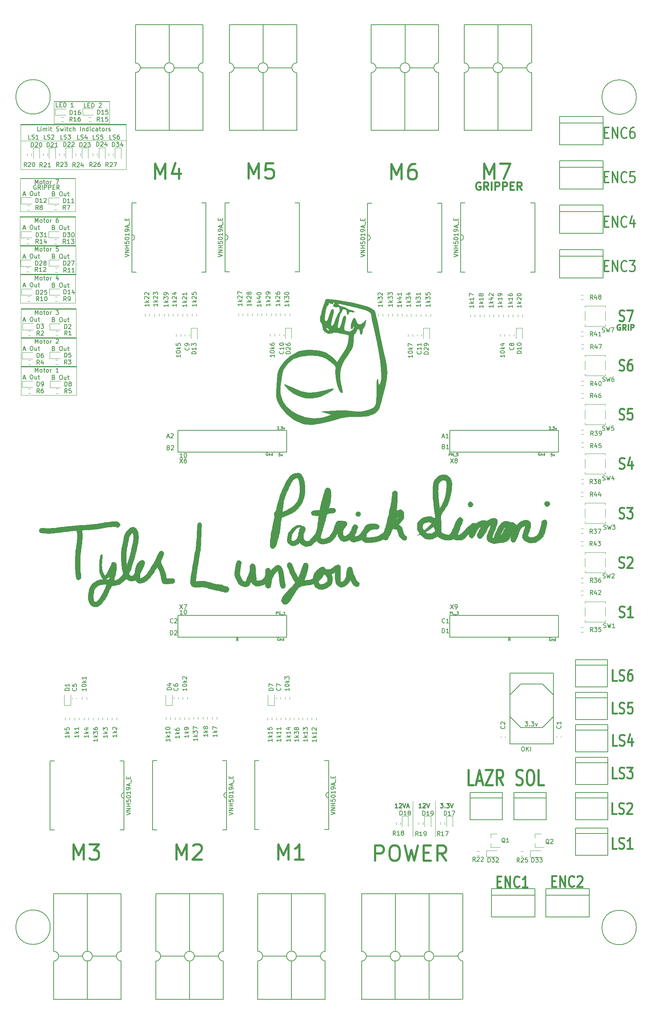
<source format=gbr>
%TF.GenerationSoftware,KiCad,Pcbnew,(5.1.9)-1*%
%TF.CreationDate,2022-03-15T17:45:56-05:00*%
%TF.ProjectId,ArmBoard_Hardware,41726d42-6f61-4726-945f-486172647761,2*%
%TF.SameCoordinates,Original*%
%TF.FileFunction,Legend,Top*%
%TF.FilePolarity,Positive*%
%FSLAX46Y46*%
G04 Gerber Fmt 4.6, Leading zero omitted, Abs format (unit mm)*
G04 Created by KiCad (PCBNEW (5.1.9)-1) date 2022-03-15 17:45:56*
%MOMM*%
%LPD*%
G01*
G04 APERTURE LIST*
%ADD10C,0.150000*%
%ADD11C,0.120000*%
%ADD12C,0.508000*%
%ADD13C,0.158750*%
%ADD14C,0.317500*%
%ADD15C,0.381000*%
%ADD16C,0.444500*%
%ADD17C,0.203200*%
%ADD18C,0.250000*%
%ADD19C,0.010000*%
%ADD20C,0.152400*%
G04 APERTURE END LIST*
D10*
X108569428Y-58936000D02*
X108474190Y-58888380D01*
X108331333Y-58888380D01*
X108188476Y-58936000D01*
X108093238Y-59031238D01*
X108045619Y-59126476D01*
X107998000Y-59316952D01*
X107998000Y-59459809D01*
X108045619Y-59650285D01*
X108093238Y-59745523D01*
X108188476Y-59840761D01*
X108331333Y-59888380D01*
X108426571Y-59888380D01*
X108569428Y-59840761D01*
X108617047Y-59793142D01*
X108617047Y-59459809D01*
X108426571Y-59459809D01*
X109617047Y-59888380D02*
X109283714Y-59412190D01*
X109045619Y-59888380D02*
X109045619Y-58888380D01*
X109426571Y-58888380D01*
X109521809Y-58936000D01*
X109569428Y-58983619D01*
X109617047Y-59078857D01*
X109617047Y-59221714D01*
X109569428Y-59316952D01*
X109521809Y-59364571D01*
X109426571Y-59412190D01*
X109045619Y-59412190D01*
X110045619Y-59888380D02*
X110045619Y-58888380D01*
X110521809Y-59888380D02*
X110521809Y-58888380D01*
X110902761Y-58888380D01*
X110998000Y-58936000D01*
X111045619Y-58983619D01*
X111093238Y-59078857D01*
X111093238Y-59221714D01*
X111045619Y-59316952D01*
X110998000Y-59364571D01*
X110902761Y-59412190D01*
X110521809Y-59412190D01*
X111521809Y-59888380D02*
X111521809Y-58888380D01*
X111902761Y-58888380D01*
X111998000Y-58936000D01*
X112045619Y-58983619D01*
X112093238Y-59078857D01*
X112093238Y-59221714D01*
X112045619Y-59316952D01*
X111998000Y-59364571D01*
X111902761Y-59412190D01*
X111521809Y-59412190D01*
X112521809Y-59364571D02*
X112855142Y-59364571D01*
X112998000Y-59888380D02*
X112521809Y-59888380D01*
X112521809Y-58888380D01*
X112998000Y-58888380D01*
X113998000Y-59888380D02*
X113664666Y-59412190D01*
X113426571Y-59888380D02*
X113426571Y-58888380D01*
X113807523Y-58888380D01*
X113902761Y-58936000D01*
X113950380Y-58983619D01*
X113998000Y-59078857D01*
X113998000Y-59221714D01*
X113950380Y-59316952D01*
X113902761Y-59364571D01*
X113807523Y-59412190D01*
X113426571Y-59412190D01*
D11*
X105076366Y-102787164D02*
X105076366Y-107867164D01*
X118004966Y-107867164D02*
X118004966Y-102787164D01*
X117997498Y-101156890D02*
X117997498Y-96076890D01*
X117960758Y-94409370D02*
X117960758Y-89329370D01*
X105043498Y-96076890D02*
X105043498Y-101156890D01*
X105070258Y-89329370D02*
X105070258Y-94409370D01*
X117812975Y-86353604D02*
X117812975Y-81273604D01*
X104897075Y-81273604D02*
X104897075Y-86353604D01*
X104863900Y-79641700D02*
X104863900Y-74561700D01*
X117818222Y-79635804D02*
X117818222Y-74555804D01*
X117794298Y-72910579D02*
X117794298Y-67830579D01*
X104840298Y-67830579D02*
X104840298Y-72910579D01*
X104871675Y-59966841D02*
X104871675Y-65046841D01*
X117787575Y-65046841D02*
X117787575Y-59966841D01*
D12*
X220816714Y-198784633D02*
X221179571Y-198953966D01*
X221784333Y-198953966D01*
X222026238Y-198784633D01*
X222147190Y-198615300D01*
X222268142Y-198276633D01*
X222268142Y-197937966D01*
X222147190Y-197599300D01*
X222026238Y-197429966D01*
X221784333Y-197260633D01*
X221300523Y-197091300D01*
X221058619Y-196921966D01*
X220937666Y-196752633D01*
X220816714Y-196413966D01*
X220816714Y-196075300D01*
X220937666Y-195736633D01*
X221058619Y-195567300D01*
X221300523Y-195397966D01*
X221905285Y-195397966D01*
X222268142Y-195567300D01*
X223840523Y-195397966D02*
X224324333Y-195397966D01*
X224566238Y-195567300D01*
X224808142Y-195905966D01*
X224929095Y-196583300D01*
X224929095Y-197768633D01*
X224808142Y-198445966D01*
X224566238Y-198784633D01*
X224324333Y-198953966D01*
X223840523Y-198953966D01*
X223598619Y-198784633D01*
X223356714Y-198445966D01*
X223235761Y-197768633D01*
X223235761Y-196583300D01*
X223356714Y-195905966D01*
X223598619Y-195567300D01*
X223840523Y-195397966D01*
X227227190Y-198953966D02*
X226017666Y-198953966D01*
X226017666Y-195397966D01*
X210806695Y-198953966D02*
X209597171Y-198953966D01*
X209597171Y-195397966D01*
X211532409Y-197937966D02*
X212741933Y-197937966D01*
X211290504Y-198953966D02*
X212137171Y-195397966D01*
X212983838Y-198953966D01*
X213588600Y-195397966D02*
X215281933Y-195397966D01*
X213588600Y-198953966D01*
X215281933Y-198953966D01*
X217700980Y-198953966D02*
X216854314Y-197260633D01*
X216249552Y-198953966D02*
X216249552Y-195397966D01*
X217217171Y-195397966D01*
X217459076Y-195567300D01*
X217580028Y-195736633D01*
X217700980Y-196075300D01*
X217700980Y-196583300D01*
X217580028Y-196921966D01*
X217459076Y-197091300D01*
X217217171Y-197260633D01*
X216249552Y-197260633D01*
D11*
X125755400Y-39293800D02*
X125751700Y-39393800D01*
X112801400Y-39293800D02*
X125755400Y-39293800D01*
X112801400Y-39382700D02*
X112801400Y-39293800D01*
X105003600Y-44704000D02*
X105003600Y-44843700D01*
X129603500Y-44691300D02*
X129603500Y-44831000D01*
D10*
X105003600Y-44704000D02*
X129590800Y-44704000D01*
D11*
X104871675Y-57277000D02*
X117792500Y-57251600D01*
X105067100Y-87655400D02*
X105067100Y-87909400D01*
X117944900Y-87655400D02*
X117944900Y-87909400D01*
X104838500Y-66459100D02*
X104838500Y-66141600D01*
X117792500Y-66382900D02*
X117792500Y-66141600D01*
X104889300Y-66141600D02*
X117767100Y-66141600D01*
X105067100Y-87655400D02*
X117944900Y-87655400D01*
X105067100Y-87757000D02*
X117944900Y-87757000D01*
X117754400Y-66255900D02*
X104838500Y-66255900D01*
X104863900Y-72999600D02*
X117792500Y-72999600D01*
X104902000Y-79730600D02*
X117830600Y-79730600D01*
X105067100Y-101244400D02*
X117995700Y-101244400D01*
X117944900Y-94500700D02*
X105054400Y-94500700D01*
D10*
X222805171Y-184063519D02*
X223434123Y-184063519D01*
X223095457Y-184450566D01*
X223240600Y-184450566D01*
X223337361Y-184498947D01*
X223385742Y-184547328D01*
X223434123Y-184644090D01*
X223434123Y-184885995D01*
X223385742Y-184982757D01*
X223337361Y-185031138D01*
X223240600Y-185079519D01*
X222950314Y-185079519D01*
X222853552Y-185031138D01*
X222805171Y-184982757D01*
X223869552Y-184982757D02*
X223917933Y-185031138D01*
X223869552Y-185079519D01*
X223821171Y-185031138D01*
X223869552Y-184982757D01*
X223869552Y-185079519D01*
X224256600Y-184063519D02*
X224885552Y-184063519D01*
X224546885Y-184450566D01*
X224692028Y-184450566D01*
X224788790Y-184498947D01*
X224837171Y-184547328D01*
X224885552Y-184644090D01*
X224885552Y-184885995D01*
X224837171Y-184982757D01*
X224788790Y-185031138D01*
X224692028Y-185079519D01*
X224401742Y-185079519D01*
X224304980Y-185031138D01*
X224256600Y-184982757D01*
X225224219Y-184402185D02*
X225466123Y-185079519D01*
X225708028Y-184402185D01*
D11*
X196618225Y-202628500D02*
X196618225Y-210896200D01*
X201879200Y-202641200D02*
X201872850Y-210959700D01*
D13*
X219347747Y-165184061D02*
X219136080Y-164881680D01*
X218984890Y-165184061D02*
X218984890Y-164549061D01*
X219226795Y-164549061D01*
X219287271Y-164579300D01*
X219317509Y-164609538D01*
X219347747Y-164670014D01*
X219347747Y-164760728D01*
X219317509Y-164821204D01*
X219287271Y-164851442D01*
X219226795Y-164881680D01*
X218984890Y-164881680D01*
X155784247Y-165184061D02*
X155572580Y-164881680D01*
X155421390Y-165184061D02*
X155421390Y-164549061D01*
X155663295Y-164549061D01*
X155723771Y-164579300D01*
X155754009Y-164609538D01*
X155784247Y-164670014D01*
X155784247Y-164760728D01*
X155754009Y-164821204D01*
X155723771Y-164851442D01*
X155663295Y-164881680D01*
X155421390Y-164881680D01*
X164719604Y-159049961D02*
X164719604Y-158414961D01*
X164961509Y-158414961D01*
X165021985Y-158445200D01*
X165052223Y-158475438D01*
X165082461Y-158535914D01*
X165082461Y-158626628D01*
X165052223Y-158687104D01*
X165021985Y-158717342D01*
X164961509Y-158747580D01*
X164719604Y-158747580D01*
X165687223Y-158445200D02*
X165626747Y-158414961D01*
X165536033Y-158414961D01*
X165445319Y-158445200D01*
X165384842Y-158505676D01*
X165354604Y-158566152D01*
X165324366Y-158687104D01*
X165324366Y-158777819D01*
X165354604Y-158898771D01*
X165384842Y-158959247D01*
X165445319Y-159019723D01*
X165536033Y-159049961D01*
X165596509Y-159049961D01*
X165687223Y-159019723D01*
X165717461Y-158989485D01*
X165717461Y-158777819D01*
X165596509Y-158777819D01*
X165838414Y-159110438D02*
X166322223Y-159110438D01*
X166806033Y-159049961D02*
X166443176Y-159049961D01*
X166624604Y-159049961D02*
X166624604Y-158414961D01*
X166564128Y-158505676D01*
X166503652Y-158566152D01*
X166443176Y-158596390D01*
X205034847Y-122042161D02*
X205034847Y-121407161D01*
X205276752Y-121407161D01*
X205337228Y-121437400D01*
X205367466Y-121467638D01*
X205397704Y-121528114D01*
X205397704Y-121618828D01*
X205367466Y-121679304D01*
X205337228Y-121709542D01*
X205276752Y-121739780D01*
X205034847Y-121739780D01*
X205669847Y-122042161D02*
X205669847Y-121407161D01*
X205881514Y-121860733D01*
X206093180Y-121407161D01*
X206093180Y-122042161D01*
X206244371Y-122102638D02*
X206728180Y-122102638D01*
X207181752Y-121407161D02*
X206879371Y-121407161D01*
X206849133Y-121709542D01*
X206879371Y-121679304D01*
X206939847Y-121649066D01*
X207091038Y-121649066D01*
X207151514Y-121679304D01*
X207181752Y-121709542D01*
X207211990Y-121770019D01*
X207211990Y-121921209D01*
X207181752Y-121981685D01*
X207151514Y-122011923D01*
X207091038Y-122042161D01*
X206939847Y-122042161D01*
X206879371Y-122011923D01*
X206849133Y-121981685D01*
X205318480Y-159037261D02*
X205318480Y-158402261D01*
X205560385Y-158402261D01*
X205620861Y-158432500D01*
X205651100Y-158462738D01*
X205681338Y-158523214D01*
X205681338Y-158613928D01*
X205651100Y-158674404D01*
X205620861Y-158704642D01*
X205560385Y-158734880D01*
X205318480Y-158734880D01*
X206255861Y-159037261D02*
X205953480Y-159037261D01*
X205953480Y-158402261D01*
X206316338Y-159097738D02*
X206800147Y-159097738D01*
X206890861Y-158402261D02*
X207283957Y-158402261D01*
X207072290Y-158644166D01*
X207163004Y-158644166D01*
X207223480Y-158674404D01*
X207253719Y-158704642D01*
X207283957Y-158765119D01*
X207283957Y-158916309D01*
X207253719Y-158976785D01*
X207223480Y-159007023D01*
X207163004Y-159037261D01*
X206981576Y-159037261D01*
X206921100Y-159007023D01*
X206890861Y-158976785D01*
X164891357Y-115247661D02*
X165284452Y-115247661D01*
X165072785Y-115489566D01*
X165163500Y-115489566D01*
X165223976Y-115519804D01*
X165254214Y-115550042D01*
X165284452Y-115610519D01*
X165284452Y-115761709D01*
X165254214Y-115822185D01*
X165223976Y-115852423D01*
X165163500Y-115882661D01*
X164982071Y-115882661D01*
X164921595Y-115852423D01*
X164891357Y-115822185D01*
X165556595Y-115822185D02*
X165586833Y-115852423D01*
X165556595Y-115882661D01*
X165526357Y-115852423D01*
X165556595Y-115822185D01*
X165556595Y-115882661D01*
X165798500Y-115247661D02*
X166191595Y-115247661D01*
X165979928Y-115489566D01*
X166070642Y-115489566D01*
X166131119Y-115519804D01*
X166161357Y-115550042D01*
X166191595Y-115610519D01*
X166191595Y-115761709D01*
X166161357Y-115822185D01*
X166131119Y-115852423D01*
X166070642Y-115882661D01*
X165889214Y-115882661D01*
X165828738Y-115852423D01*
X165798500Y-115822185D01*
X166403261Y-115459328D02*
X166554452Y-115882661D01*
X166705642Y-115459328D01*
X162697885Y-121361200D02*
X162637409Y-121330961D01*
X162546695Y-121330961D01*
X162455980Y-121361200D01*
X162395504Y-121421676D01*
X162365266Y-121482152D01*
X162335028Y-121603104D01*
X162335028Y-121693819D01*
X162365266Y-121814771D01*
X162395504Y-121875247D01*
X162455980Y-121935723D01*
X162546695Y-121965961D01*
X162607171Y-121965961D01*
X162697885Y-121935723D01*
X162728123Y-121905485D01*
X162728123Y-121693819D01*
X162607171Y-121693819D01*
X163000266Y-121542628D02*
X163000266Y-121965961D01*
X163000266Y-121603104D02*
X163030504Y-121572866D01*
X163090980Y-121542628D01*
X163181695Y-121542628D01*
X163242171Y-121572866D01*
X163272409Y-121633342D01*
X163272409Y-121965961D01*
X163846933Y-121965961D02*
X163846933Y-121330961D01*
X163846933Y-121935723D02*
X163786457Y-121965961D01*
X163665504Y-121965961D01*
X163605028Y-121935723D01*
X163574790Y-121905485D01*
X163544552Y-121845009D01*
X163544552Y-121663580D01*
X163574790Y-121603104D01*
X163605028Y-121572866D01*
X163665504Y-121542628D01*
X163786457Y-121542628D01*
X163846933Y-121572866D01*
X165644285Y-121445261D02*
X165341904Y-121445261D01*
X165311666Y-121747642D01*
X165341904Y-121717404D01*
X165402380Y-121687166D01*
X165553571Y-121687166D01*
X165614047Y-121717404D01*
X165644285Y-121747642D01*
X165674523Y-121808119D01*
X165674523Y-121959309D01*
X165644285Y-122019785D01*
X165614047Y-122050023D01*
X165553571Y-122080261D01*
X165402380Y-122080261D01*
X165341904Y-122050023D01*
X165311666Y-122019785D01*
X165886190Y-121656928D02*
X166037380Y-122080261D01*
X166188571Y-121656928D01*
X165326785Y-164566600D02*
X165266309Y-164536361D01*
X165175595Y-164536361D01*
X165084880Y-164566600D01*
X165024404Y-164627076D01*
X164994166Y-164687552D01*
X164963928Y-164808504D01*
X164963928Y-164899219D01*
X164994166Y-165020171D01*
X165024404Y-165080647D01*
X165084880Y-165141123D01*
X165175595Y-165171361D01*
X165236071Y-165171361D01*
X165326785Y-165141123D01*
X165357023Y-165110885D01*
X165357023Y-164899219D01*
X165236071Y-164899219D01*
X165629166Y-164748028D02*
X165629166Y-165171361D01*
X165629166Y-164808504D02*
X165659404Y-164778266D01*
X165719880Y-164748028D01*
X165810595Y-164748028D01*
X165871071Y-164778266D01*
X165901309Y-164838742D01*
X165901309Y-165171361D01*
X166475833Y-165171361D02*
X166475833Y-164536361D01*
X166475833Y-165141123D02*
X166415357Y-165171361D01*
X166294404Y-165171361D01*
X166233928Y-165141123D01*
X166203690Y-165110885D01*
X166173452Y-165050409D01*
X166173452Y-164868980D01*
X166203690Y-164808504D01*
X166233928Y-164778266D01*
X166294404Y-164748028D01*
X166415357Y-164748028D01*
X166475833Y-164778266D01*
X228839485Y-164579300D02*
X228779009Y-164549061D01*
X228688295Y-164549061D01*
X228597580Y-164579300D01*
X228537104Y-164639776D01*
X228506866Y-164700252D01*
X228476628Y-164821204D01*
X228476628Y-164911919D01*
X228506866Y-165032871D01*
X228537104Y-165093347D01*
X228597580Y-165153823D01*
X228688295Y-165184061D01*
X228748771Y-165184061D01*
X228839485Y-165153823D01*
X228869723Y-165123585D01*
X228869723Y-164911919D01*
X228748771Y-164911919D01*
X229141866Y-164760728D02*
X229141866Y-165184061D01*
X229141866Y-164821204D02*
X229172104Y-164790966D01*
X229232580Y-164760728D01*
X229323295Y-164760728D01*
X229383771Y-164790966D01*
X229414009Y-164851442D01*
X229414009Y-165184061D01*
X229988533Y-165184061D02*
X229988533Y-164549061D01*
X229988533Y-165153823D02*
X229928057Y-165184061D01*
X229807104Y-165184061D01*
X229746628Y-165153823D01*
X229716390Y-165123585D01*
X229686152Y-165063109D01*
X229686152Y-164881680D01*
X229716390Y-164821204D01*
X229746628Y-164790966D01*
X229807104Y-164760728D01*
X229928057Y-164760728D01*
X229988533Y-164790966D01*
X229220485Y-121470661D02*
X228918104Y-121470661D01*
X228887866Y-121773042D01*
X228918104Y-121742804D01*
X228978580Y-121712566D01*
X229129771Y-121712566D01*
X229190247Y-121742804D01*
X229220485Y-121773042D01*
X229250723Y-121833519D01*
X229250723Y-121984709D01*
X229220485Y-122045185D01*
X229190247Y-122075423D01*
X229129771Y-122105661D01*
X228978580Y-122105661D01*
X228918104Y-122075423D01*
X228887866Y-122045185D01*
X229462390Y-121682328D02*
X229613580Y-122105661D01*
X229764771Y-121682328D01*
X228391357Y-115273061D02*
X228784452Y-115273061D01*
X228572785Y-115514966D01*
X228663500Y-115514966D01*
X228723976Y-115545204D01*
X228754214Y-115575442D01*
X228784452Y-115635919D01*
X228784452Y-115787109D01*
X228754214Y-115847585D01*
X228723976Y-115877823D01*
X228663500Y-115908061D01*
X228482071Y-115908061D01*
X228421595Y-115877823D01*
X228391357Y-115847585D01*
X229056595Y-115847585D02*
X229086833Y-115877823D01*
X229056595Y-115908061D01*
X229026357Y-115877823D01*
X229056595Y-115847585D01*
X229056595Y-115908061D01*
X229298500Y-115273061D02*
X229691595Y-115273061D01*
X229479928Y-115514966D01*
X229570642Y-115514966D01*
X229631119Y-115545204D01*
X229661357Y-115575442D01*
X229691595Y-115635919D01*
X229691595Y-115787109D01*
X229661357Y-115847585D01*
X229631119Y-115877823D01*
X229570642Y-115908061D01*
X229389214Y-115908061D01*
X229328738Y-115877823D01*
X229298500Y-115847585D01*
X229903261Y-115484728D02*
X230054452Y-115908061D01*
X230205642Y-115484728D01*
X226274085Y-121386600D02*
X226213609Y-121356361D01*
X226122895Y-121356361D01*
X226032180Y-121386600D01*
X225971704Y-121447076D01*
X225941466Y-121507552D01*
X225911228Y-121628504D01*
X225911228Y-121719219D01*
X225941466Y-121840171D01*
X225971704Y-121900647D01*
X226032180Y-121961123D01*
X226122895Y-121991361D01*
X226183371Y-121991361D01*
X226274085Y-121961123D01*
X226304323Y-121930885D01*
X226304323Y-121719219D01*
X226183371Y-121719219D01*
X226576466Y-121568028D02*
X226576466Y-121991361D01*
X226576466Y-121628504D02*
X226606704Y-121598266D01*
X226667180Y-121568028D01*
X226757895Y-121568028D01*
X226818371Y-121598266D01*
X226848609Y-121658742D01*
X226848609Y-121991361D01*
X227423133Y-121991361D02*
X227423133Y-121356361D01*
X227423133Y-121961123D02*
X227362657Y-121991361D01*
X227241704Y-121991361D01*
X227181228Y-121961123D01*
X227150990Y-121930885D01*
X227120752Y-121870409D01*
X227120752Y-121688980D01*
X227150990Y-121628504D01*
X227181228Y-121598266D01*
X227241704Y-121568028D01*
X227362657Y-121568028D01*
X227423133Y-121598266D01*
D14*
X245076738Y-91503500D02*
X244955785Y-91443023D01*
X244774357Y-91443023D01*
X244592928Y-91503500D01*
X244471976Y-91624452D01*
X244411500Y-91745404D01*
X244351023Y-91987309D01*
X244351023Y-92168738D01*
X244411500Y-92410642D01*
X244471976Y-92531595D01*
X244592928Y-92652547D01*
X244774357Y-92713023D01*
X244895309Y-92713023D01*
X245076738Y-92652547D01*
X245137214Y-92592071D01*
X245137214Y-92168738D01*
X244895309Y-92168738D01*
X246407214Y-92713023D02*
X245983880Y-92108261D01*
X245681500Y-92713023D02*
X245681500Y-91443023D01*
X246165309Y-91443023D01*
X246286261Y-91503500D01*
X246346738Y-91563976D01*
X246407214Y-91684928D01*
X246407214Y-91866357D01*
X246346738Y-91987309D01*
X246286261Y-92047785D01*
X246165309Y-92108261D01*
X245681500Y-92108261D01*
X246951500Y-92713023D02*
X246951500Y-91443023D01*
X247556261Y-92713023D02*
X247556261Y-91443023D01*
X248040071Y-91443023D01*
X248161023Y-91503500D01*
X248221500Y-91563976D01*
X248281976Y-91684928D01*
X248281976Y-91866357D01*
X248221500Y-91987309D01*
X248161023Y-92047785D01*
X248040071Y-92108261D01*
X247556261Y-92108261D01*
D15*
X244819109Y-90474195D02*
X245109395Y-90595147D01*
X245593204Y-90595147D01*
X245786728Y-90474195D01*
X245883490Y-90353242D01*
X245980252Y-90111338D01*
X245980252Y-89869433D01*
X245883490Y-89627528D01*
X245786728Y-89506576D01*
X245593204Y-89385623D01*
X245206157Y-89264671D01*
X245012633Y-89143719D01*
X244915871Y-89022766D01*
X244819109Y-88780861D01*
X244819109Y-88538957D01*
X244915871Y-88297052D01*
X245012633Y-88176100D01*
X245206157Y-88055147D01*
X245689966Y-88055147D01*
X245980252Y-88176100D01*
X246657585Y-88055147D02*
X248012252Y-88055147D01*
X247141395Y-90595147D01*
X244819109Y-102056595D02*
X245109395Y-102177547D01*
X245593204Y-102177547D01*
X245786728Y-102056595D01*
X245883490Y-101935642D01*
X245980252Y-101693738D01*
X245980252Y-101451833D01*
X245883490Y-101209928D01*
X245786728Y-101088976D01*
X245593204Y-100968023D01*
X245206157Y-100847071D01*
X245012633Y-100726119D01*
X244915871Y-100605166D01*
X244819109Y-100363261D01*
X244819109Y-100121357D01*
X244915871Y-99879452D01*
X245012633Y-99758500D01*
X245206157Y-99637547D01*
X245689966Y-99637547D01*
X245980252Y-99758500D01*
X247721966Y-99637547D02*
X247334919Y-99637547D01*
X247141395Y-99758500D01*
X247044633Y-99879452D01*
X246851109Y-100242309D01*
X246754347Y-100726119D01*
X246754347Y-101693738D01*
X246851109Y-101935642D01*
X246947871Y-102056595D01*
X247141395Y-102177547D01*
X247528442Y-102177547D01*
X247721966Y-102056595D01*
X247818728Y-101935642D01*
X247915490Y-101693738D01*
X247915490Y-101088976D01*
X247818728Y-100847071D01*
X247721966Y-100726119D01*
X247528442Y-100605166D01*
X247141395Y-100605166D01*
X246947871Y-100726119D01*
X246851109Y-100847071D01*
X246754347Y-101088976D01*
X244819109Y-113461195D02*
X245109395Y-113582147D01*
X245593204Y-113582147D01*
X245786728Y-113461195D01*
X245883490Y-113340242D01*
X245980252Y-113098338D01*
X245980252Y-112856433D01*
X245883490Y-112614528D01*
X245786728Y-112493576D01*
X245593204Y-112372623D01*
X245206157Y-112251671D01*
X245012633Y-112130719D01*
X244915871Y-112009766D01*
X244819109Y-111767861D01*
X244819109Y-111525957D01*
X244915871Y-111284052D01*
X245012633Y-111163100D01*
X245206157Y-111042147D01*
X245689966Y-111042147D01*
X245980252Y-111163100D01*
X247818728Y-111042147D02*
X246851109Y-111042147D01*
X246754347Y-112251671D01*
X246851109Y-112130719D01*
X247044633Y-112009766D01*
X247528442Y-112009766D01*
X247721966Y-112130719D01*
X247818728Y-112251671D01*
X247915490Y-112493576D01*
X247915490Y-113098338D01*
X247818728Y-113340242D01*
X247721966Y-113461195D01*
X247528442Y-113582147D01*
X247044633Y-113582147D01*
X246851109Y-113461195D01*
X246754347Y-113340242D01*
X244857209Y-124954695D02*
X245147495Y-125075647D01*
X245631304Y-125075647D01*
X245824828Y-124954695D01*
X245921590Y-124833742D01*
X246018352Y-124591838D01*
X246018352Y-124349933D01*
X245921590Y-124108028D01*
X245824828Y-123987076D01*
X245631304Y-123866123D01*
X245244257Y-123745171D01*
X245050733Y-123624219D01*
X244953971Y-123503266D01*
X244857209Y-123261361D01*
X244857209Y-123019457D01*
X244953971Y-122777552D01*
X245050733Y-122656600D01*
X245244257Y-122535647D01*
X245728066Y-122535647D01*
X246018352Y-122656600D01*
X247760066Y-123382314D02*
X247760066Y-125075647D01*
X247276257Y-122414695D02*
X246792447Y-124228980D01*
X248050352Y-124228980D01*
X244819109Y-136537095D02*
X245109395Y-136658047D01*
X245593204Y-136658047D01*
X245786728Y-136537095D01*
X245883490Y-136416142D01*
X245980252Y-136174238D01*
X245980252Y-135932333D01*
X245883490Y-135690428D01*
X245786728Y-135569476D01*
X245593204Y-135448523D01*
X245206157Y-135327571D01*
X245012633Y-135206619D01*
X244915871Y-135085666D01*
X244819109Y-134843761D01*
X244819109Y-134601857D01*
X244915871Y-134359952D01*
X245012633Y-134239000D01*
X245206157Y-134118047D01*
X245689966Y-134118047D01*
X245980252Y-134239000D01*
X246657585Y-134118047D02*
X247915490Y-134118047D01*
X247238157Y-135085666D01*
X247528442Y-135085666D01*
X247721966Y-135206619D01*
X247818728Y-135327571D01*
X247915490Y-135569476D01*
X247915490Y-136174238D01*
X247818728Y-136416142D01*
X247721966Y-136537095D01*
X247528442Y-136658047D01*
X246947871Y-136658047D01*
X246754347Y-136537095D01*
X246657585Y-136416142D01*
X244781009Y-148068695D02*
X245071295Y-148189647D01*
X245555104Y-148189647D01*
X245748628Y-148068695D01*
X245845390Y-147947742D01*
X245942152Y-147705838D01*
X245942152Y-147463933D01*
X245845390Y-147222028D01*
X245748628Y-147101076D01*
X245555104Y-146980123D01*
X245168057Y-146859171D01*
X244974533Y-146738219D01*
X244877771Y-146617266D01*
X244781009Y-146375361D01*
X244781009Y-146133457D01*
X244877771Y-145891552D01*
X244974533Y-145770600D01*
X245168057Y-145649647D01*
X245651866Y-145649647D01*
X245942152Y-145770600D01*
X246716247Y-145891552D02*
X246813009Y-145770600D01*
X247006533Y-145649647D01*
X247490342Y-145649647D01*
X247683866Y-145770600D01*
X247780628Y-145891552D01*
X247877390Y-146133457D01*
X247877390Y-146375361D01*
X247780628Y-146738219D01*
X246619485Y-148189647D01*
X247877390Y-148189647D01*
X244857209Y-159562195D02*
X245147495Y-159683147D01*
X245631304Y-159683147D01*
X245824828Y-159562195D01*
X245921590Y-159441242D01*
X246018352Y-159199338D01*
X246018352Y-158957433D01*
X245921590Y-158715528D01*
X245824828Y-158594576D01*
X245631304Y-158473623D01*
X245244257Y-158352671D01*
X245050733Y-158231719D01*
X244953971Y-158110766D01*
X244857209Y-157868861D01*
X244857209Y-157626957D01*
X244953971Y-157385052D01*
X245050733Y-157264100D01*
X245244257Y-157143147D01*
X245728066Y-157143147D01*
X246018352Y-157264100D01*
X247953590Y-159683147D02*
X246792447Y-159683147D01*
X247373019Y-159683147D02*
X247373019Y-157143147D01*
X247179495Y-157506004D01*
X246985971Y-157747909D01*
X246792447Y-157868861D01*
X244248214Y-174504047D02*
X243280595Y-174504047D01*
X243280595Y-171964047D01*
X244828785Y-174383095D02*
X245119071Y-174504047D01*
X245602880Y-174504047D01*
X245796404Y-174383095D01*
X245893166Y-174262142D01*
X245989928Y-174020238D01*
X245989928Y-173778333D01*
X245893166Y-173536428D01*
X245796404Y-173415476D01*
X245602880Y-173294523D01*
X245215833Y-173173571D01*
X245022309Y-173052619D01*
X244925547Y-172931666D01*
X244828785Y-172689761D01*
X244828785Y-172447857D01*
X244925547Y-172205952D01*
X245022309Y-172085000D01*
X245215833Y-171964047D01*
X245699642Y-171964047D01*
X245989928Y-172085000D01*
X247731642Y-171964047D02*
X247344595Y-171964047D01*
X247151071Y-172085000D01*
X247054309Y-172205952D01*
X246860785Y-172568809D01*
X246764023Y-173052619D01*
X246764023Y-174020238D01*
X246860785Y-174262142D01*
X246957547Y-174383095D01*
X247151071Y-174504047D01*
X247538119Y-174504047D01*
X247731642Y-174383095D01*
X247828404Y-174262142D01*
X247925166Y-174020238D01*
X247925166Y-173415476D01*
X247828404Y-173173571D01*
X247731642Y-173052619D01*
X247538119Y-172931666D01*
X247151071Y-172931666D01*
X246957547Y-173052619D01*
X246860785Y-173173571D01*
X246764023Y-173415476D01*
X244248214Y-182162147D02*
X243280595Y-182162147D01*
X243280595Y-179622147D01*
X244828785Y-182041195D02*
X245119071Y-182162147D01*
X245602880Y-182162147D01*
X245796404Y-182041195D01*
X245893166Y-181920242D01*
X245989928Y-181678338D01*
X245989928Y-181436433D01*
X245893166Y-181194528D01*
X245796404Y-181073576D01*
X245602880Y-180952623D01*
X245215833Y-180831671D01*
X245022309Y-180710719D01*
X244925547Y-180589766D01*
X244828785Y-180347861D01*
X244828785Y-180105957D01*
X244925547Y-179864052D01*
X245022309Y-179743100D01*
X245215833Y-179622147D01*
X245699642Y-179622147D01*
X245989928Y-179743100D01*
X247828404Y-179622147D02*
X246860785Y-179622147D01*
X246764023Y-180831671D01*
X246860785Y-180710719D01*
X247054309Y-180589766D01*
X247538119Y-180589766D01*
X247731642Y-180710719D01*
X247828404Y-180831671D01*
X247925166Y-181073576D01*
X247925166Y-181678338D01*
X247828404Y-181920242D01*
X247731642Y-182041195D01*
X247538119Y-182162147D01*
X247054309Y-182162147D01*
X246860785Y-182041195D01*
X246764023Y-181920242D01*
X244286314Y-189667847D02*
X243318695Y-189667847D01*
X243318695Y-187127847D01*
X244866885Y-189546895D02*
X245157171Y-189667847D01*
X245640980Y-189667847D01*
X245834504Y-189546895D01*
X245931266Y-189425942D01*
X246028028Y-189184038D01*
X246028028Y-188942133D01*
X245931266Y-188700228D01*
X245834504Y-188579276D01*
X245640980Y-188458323D01*
X245253933Y-188337371D01*
X245060409Y-188216419D01*
X244963647Y-188095466D01*
X244866885Y-187853561D01*
X244866885Y-187611657D01*
X244963647Y-187369752D01*
X245060409Y-187248800D01*
X245253933Y-187127847D01*
X245737742Y-187127847D01*
X246028028Y-187248800D01*
X247769742Y-187974514D02*
X247769742Y-189667847D01*
X247285933Y-187006895D02*
X246802123Y-188821180D01*
X248060028Y-188821180D01*
X244248214Y-197300547D02*
X243280595Y-197300547D01*
X243280595Y-194760547D01*
X244828785Y-197179595D02*
X245119071Y-197300547D01*
X245602880Y-197300547D01*
X245796404Y-197179595D01*
X245893166Y-197058642D01*
X245989928Y-196816738D01*
X245989928Y-196574833D01*
X245893166Y-196332928D01*
X245796404Y-196211976D01*
X245602880Y-196091023D01*
X245215833Y-195970071D01*
X245022309Y-195849119D01*
X244925547Y-195728166D01*
X244828785Y-195486261D01*
X244828785Y-195244357D01*
X244925547Y-195002452D01*
X245022309Y-194881500D01*
X245215833Y-194760547D01*
X245699642Y-194760547D01*
X245989928Y-194881500D01*
X246667261Y-194760547D02*
X247925166Y-194760547D01*
X247247833Y-195728166D01*
X247538119Y-195728166D01*
X247731642Y-195849119D01*
X247828404Y-195970071D01*
X247925166Y-196211976D01*
X247925166Y-196816738D01*
X247828404Y-197058642D01*
X247731642Y-197179595D01*
X247538119Y-197300547D01*
X246957547Y-197300547D01*
X246764023Y-197179595D01*
X246667261Y-197058642D01*
X244159314Y-205568247D02*
X243191695Y-205568247D01*
X243191695Y-203028247D01*
X244739885Y-205447295D02*
X245030171Y-205568247D01*
X245513980Y-205568247D01*
X245707504Y-205447295D01*
X245804266Y-205326342D01*
X245901028Y-205084438D01*
X245901028Y-204842533D01*
X245804266Y-204600628D01*
X245707504Y-204479676D01*
X245513980Y-204358723D01*
X245126933Y-204237771D01*
X244933409Y-204116819D01*
X244836647Y-203995866D01*
X244739885Y-203753961D01*
X244739885Y-203512057D01*
X244836647Y-203270152D01*
X244933409Y-203149200D01*
X245126933Y-203028247D01*
X245610742Y-203028247D01*
X245901028Y-203149200D01*
X246675123Y-203270152D02*
X246771885Y-203149200D01*
X246965409Y-203028247D01*
X247449219Y-203028247D01*
X247642742Y-203149200D01*
X247739504Y-203270152D01*
X247836266Y-203512057D01*
X247836266Y-203753961D01*
X247739504Y-204116819D01*
X246578361Y-205568247D01*
X247836266Y-205568247D01*
X244210114Y-213696247D02*
X243242495Y-213696247D01*
X243242495Y-211156247D01*
X244790685Y-213575295D02*
X245080971Y-213696247D01*
X245564780Y-213696247D01*
X245758304Y-213575295D01*
X245855066Y-213454342D01*
X245951828Y-213212438D01*
X245951828Y-212970533D01*
X245855066Y-212728628D01*
X245758304Y-212607676D01*
X245564780Y-212486723D01*
X245177733Y-212365771D01*
X244984209Y-212244819D01*
X244887447Y-212123866D01*
X244790685Y-211881961D01*
X244790685Y-211640057D01*
X244887447Y-211398152D01*
X244984209Y-211277200D01*
X245177733Y-211156247D01*
X245661542Y-211156247D01*
X245951828Y-211277200D01*
X247887066Y-213696247D02*
X246725923Y-213696247D01*
X247306495Y-213696247D02*
X247306495Y-211156247D01*
X247112971Y-211519104D01*
X246919447Y-211761009D01*
X246725923Y-211881961D01*
D14*
X241410671Y-46643471D02*
X242088004Y-46643471D01*
X242378290Y-47973947D02*
X241410671Y-47973947D01*
X241410671Y-45433947D01*
X242378290Y-45433947D01*
X243249147Y-47973947D02*
X243249147Y-45433947D01*
X244410290Y-47973947D01*
X244410290Y-45433947D01*
X246539052Y-47732042D02*
X246442290Y-47852995D01*
X246152004Y-47973947D01*
X245958480Y-47973947D01*
X245668195Y-47852995D01*
X245474671Y-47611090D01*
X245377909Y-47369185D01*
X245281147Y-46885376D01*
X245281147Y-46522519D01*
X245377909Y-46038709D01*
X245474671Y-45796804D01*
X245668195Y-45554900D01*
X245958480Y-45433947D01*
X246152004Y-45433947D01*
X246442290Y-45554900D01*
X246539052Y-45675852D01*
X248280766Y-45433947D02*
X247893719Y-45433947D01*
X247700195Y-45554900D01*
X247603433Y-45675852D01*
X247409909Y-46038709D01*
X247313147Y-46522519D01*
X247313147Y-47490138D01*
X247409909Y-47732042D01*
X247506671Y-47852995D01*
X247700195Y-47973947D01*
X248087242Y-47973947D01*
X248280766Y-47852995D01*
X248377528Y-47732042D01*
X248474290Y-47490138D01*
X248474290Y-46885376D01*
X248377528Y-46643471D01*
X248280766Y-46522519D01*
X248087242Y-46401566D01*
X247700195Y-46401566D01*
X247506671Y-46522519D01*
X247409909Y-46643471D01*
X247313147Y-46885376D01*
X241410671Y-56968571D02*
X242088004Y-56968571D01*
X242378290Y-58299047D02*
X241410671Y-58299047D01*
X241410671Y-55759047D01*
X242378290Y-55759047D01*
X243249147Y-58299047D02*
X243249147Y-55759047D01*
X244410290Y-58299047D01*
X244410290Y-55759047D01*
X246539052Y-58057142D02*
X246442290Y-58178095D01*
X246152004Y-58299047D01*
X245958480Y-58299047D01*
X245668195Y-58178095D01*
X245474671Y-57936190D01*
X245377909Y-57694285D01*
X245281147Y-57210476D01*
X245281147Y-56847619D01*
X245377909Y-56363809D01*
X245474671Y-56121904D01*
X245668195Y-55880000D01*
X245958480Y-55759047D01*
X246152004Y-55759047D01*
X246442290Y-55880000D01*
X246539052Y-56000952D01*
X248377528Y-55759047D02*
X247409909Y-55759047D01*
X247313147Y-56968571D01*
X247409909Y-56847619D01*
X247603433Y-56726666D01*
X248087242Y-56726666D01*
X248280766Y-56847619D01*
X248377528Y-56968571D01*
X248474290Y-57210476D01*
X248474290Y-57815238D01*
X248377528Y-58057142D01*
X248280766Y-58178095D01*
X248087242Y-58299047D01*
X247603433Y-58299047D01*
X247409909Y-58178095D01*
X247313147Y-58057142D01*
X241410671Y-67382571D02*
X242088004Y-67382571D01*
X242378290Y-68713047D02*
X241410671Y-68713047D01*
X241410671Y-66173047D01*
X242378290Y-66173047D01*
X243249147Y-68713047D02*
X243249147Y-66173047D01*
X244410290Y-68713047D01*
X244410290Y-66173047D01*
X246539052Y-68471142D02*
X246442290Y-68592095D01*
X246152004Y-68713047D01*
X245958480Y-68713047D01*
X245668195Y-68592095D01*
X245474671Y-68350190D01*
X245377909Y-68108285D01*
X245281147Y-67624476D01*
X245281147Y-67261619D01*
X245377909Y-66777809D01*
X245474671Y-66535904D01*
X245668195Y-66294000D01*
X245958480Y-66173047D01*
X246152004Y-66173047D01*
X246442290Y-66294000D01*
X246539052Y-66414952D01*
X248280766Y-67019714D02*
X248280766Y-68713047D01*
X247796957Y-66052095D02*
X247313147Y-67866380D01*
X248571052Y-67866380D01*
X241410671Y-77733071D02*
X242088004Y-77733071D01*
X242378290Y-79063547D02*
X241410671Y-79063547D01*
X241410671Y-76523547D01*
X242378290Y-76523547D01*
X243249147Y-79063547D02*
X243249147Y-76523547D01*
X244410290Y-79063547D01*
X244410290Y-76523547D01*
X246539052Y-78821642D02*
X246442290Y-78942595D01*
X246152004Y-79063547D01*
X245958480Y-79063547D01*
X245668195Y-78942595D01*
X245474671Y-78700690D01*
X245377909Y-78458785D01*
X245281147Y-77974976D01*
X245281147Y-77612119D01*
X245377909Y-77128309D01*
X245474671Y-76886404D01*
X245668195Y-76644500D01*
X245958480Y-76523547D01*
X246152004Y-76523547D01*
X246442290Y-76644500D01*
X246539052Y-76765452D01*
X247216385Y-76523547D02*
X248474290Y-76523547D01*
X247796957Y-77491166D01*
X248087242Y-77491166D01*
X248280766Y-77612119D01*
X248377528Y-77733071D01*
X248474290Y-77974976D01*
X248474290Y-78579738D01*
X248377528Y-78821642D01*
X248280766Y-78942595D01*
X248087242Y-79063547D01*
X247506671Y-79063547D01*
X247313147Y-78942595D01*
X247216385Y-78821642D01*
D15*
X229129771Y-221268471D02*
X229807104Y-221268471D01*
X230097390Y-222598947D02*
X229129771Y-222598947D01*
X229129771Y-220058947D01*
X230097390Y-220058947D01*
X230968247Y-222598947D02*
X230968247Y-220058947D01*
X232129390Y-222598947D01*
X232129390Y-220058947D01*
X234258152Y-222357042D02*
X234161390Y-222477995D01*
X233871104Y-222598947D01*
X233677580Y-222598947D01*
X233387295Y-222477995D01*
X233193771Y-222236090D01*
X233097009Y-221994185D01*
X233000247Y-221510376D01*
X233000247Y-221147519D01*
X233097009Y-220663709D01*
X233193771Y-220421804D01*
X233387295Y-220179900D01*
X233677580Y-220058947D01*
X233871104Y-220058947D01*
X234161390Y-220179900D01*
X234258152Y-220300852D01*
X235032247Y-220300852D02*
X235129009Y-220179900D01*
X235322533Y-220058947D01*
X235806342Y-220058947D01*
X235999866Y-220179900D01*
X236096628Y-220300852D01*
X236193390Y-220542757D01*
X236193390Y-220784661D01*
X236096628Y-221147519D01*
X234935485Y-222598947D01*
X236193390Y-222598947D01*
X216328171Y-221331971D02*
X217005504Y-221331971D01*
X217295790Y-222662447D02*
X216328171Y-222662447D01*
X216328171Y-220122447D01*
X217295790Y-220122447D01*
X218166647Y-222662447D02*
X218166647Y-220122447D01*
X219327790Y-222662447D01*
X219327790Y-220122447D01*
X221456552Y-222420542D02*
X221359790Y-222541495D01*
X221069504Y-222662447D01*
X220875980Y-222662447D01*
X220585695Y-222541495D01*
X220392171Y-222299590D01*
X220295409Y-222057685D01*
X220198647Y-221573876D01*
X220198647Y-221211019D01*
X220295409Y-220727209D01*
X220392171Y-220485304D01*
X220585695Y-220243400D01*
X220875980Y-220122447D01*
X221069504Y-220122447D01*
X221359790Y-220243400D01*
X221456552Y-220364352D01*
X223391790Y-222662447D02*
X222230647Y-222662447D01*
X222811219Y-222662447D02*
X222811219Y-220122447D01*
X222617695Y-220485304D01*
X222424171Y-220727209D01*
X222230647Y-220848161D01*
D12*
X158246233Y-57374366D02*
X158246233Y-53818366D01*
X159431566Y-56358366D01*
X160616900Y-53818366D01*
X160616900Y-57374366D01*
X164003566Y-53818366D02*
X162310233Y-53818366D01*
X162140900Y-55511700D01*
X162310233Y-55342366D01*
X162648900Y-55173033D01*
X163495566Y-55173033D01*
X163834233Y-55342366D01*
X164003566Y-55511700D01*
X164172900Y-55850366D01*
X164172900Y-56697033D01*
X164003566Y-57035700D01*
X163834233Y-57205033D01*
X163495566Y-57374366D01*
X162648900Y-57374366D01*
X162310233Y-57205033D01*
X162140900Y-57035700D01*
X191583733Y-57488666D02*
X191583733Y-53932666D01*
X192769066Y-56472666D01*
X193954400Y-53932666D01*
X193954400Y-57488666D01*
X197171733Y-53932666D02*
X196494400Y-53932666D01*
X196155733Y-54102000D01*
X195986400Y-54271333D01*
X195647733Y-54779333D01*
X195478400Y-55456666D01*
X195478400Y-56811333D01*
X195647733Y-57150000D01*
X195817066Y-57319333D01*
X196155733Y-57488666D01*
X196833066Y-57488666D01*
X197171733Y-57319333D01*
X197341066Y-57150000D01*
X197510400Y-56811333D01*
X197510400Y-55964666D01*
X197341066Y-55626000D01*
X197171733Y-55456666D01*
X196833066Y-55287333D01*
X196155733Y-55287333D01*
X195817066Y-55456666D01*
X195647733Y-55626000D01*
X195478400Y-55964666D01*
X187799133Y-216505366D02*
X187799133Y-212949366D01*
X189153800Y-212949366D01*
X189492466Y-213118700D01*
X189661800Y-213288033D01*
X189831133Y-213626700D01*
X189831133Y-214134700D01*
X189661800Y-214473366D01*
X189492466Y-214642700D01*
X189153800Y-214812033D01*
X187799133Y-214812033D01*
X192032466Y-212949366D02*
X192709800Y-212949366D01*
X193048466Y-213118700D01*
X193387133Y-213457366D01*
X193556466Y-214134700D01*
X193556466Y-215320033D01*
X193387133Y-215997366D01*
X193048466Y-216336033D01*
X192709800Y-216505366D01*
X192032466Y-216505366D01*
X191693800Y-216336033D01*
X191355133Y-215997366D01*
X191185800Y-215320033D01*
X191185800Y-214134700D01*
X191355133Y-213457366D01*
X191693800Y-213118700D01*
X192032466Y-212949366D01*
X194741800Y-212949366D02*
X195588466Y-216505366D01*
X196265800Y-213965366D01*
X196943133Y-216505366D01*
X197789800Y-212949366D01*
X199144466Y-214642700D02*
X200329800Y-214642700D01*
X200837800Y-216505366D02*
X199144466Y-216505366D01*
X199144466Y-212949366D01*
X200837800Y-212949366D01*
X204393800Y-216505366D02*
X203208466Y-214812033D01*
X202361800Y-216505366D02*
X202361800Y-212949366D01*
X203716466Y-212949366D01*
X204055133Y-213118700D01*
X204224466Y-213288033D01*
X204393800Y-213626700D01*
X204393800Y-214134700D01*
X204224466Y-214473366D01*
X204055133Y-214642700D01*
X203716466Y-214812033D01*
X202361800Y-214812033D01*
X165193133Y-216264066D02*
X165193133Y-212708066D01*
X166378466Y-215248066D01*
X167563800Y-212708066D01*
X167563800Y-216264066D01*
X171119800Y-216264066D02*
X169087800Y-216264066D01*
X170103800Y-216264066D02*
X170103800Y-212708066D01*
X169765133Y-213216066D01*
X169426466Y-213554733D01*
X169087800Y-213724066D01*
X141355233Y-216264066D02*
X141355233Y-212708066D01*
X142540566Y-215248066D01*
X143725900Y-212708066D01*
X143725900Y-216264066D01*
X145249900Y-213046733D02*
X145419233Y-212877400D01*
X145757900Y-212708066D01*
X146604566Y-212708066D01*
X146943233Y-212877400D01*
X147112566Y-213046733D01*
X147281900Y-213385400D01*
X147281900Y-213724066D01*
X147112566Y-214232066D01*
X145080566Y-216264066D01*
X147281900Y-216264066D01*
X117377633Y-216264066D02*
X117377633Y-212708066D01*
X118562966Y-215248066D01*
X119748300Y-212708066D01*
X119748300Y-216264066D01*
X121102966Y-212708066D02*
X123304300Y-212708066D01*
X122118966Y-214062733D01*
X122626966Y-214062733D01*
X122965633Y-214232066D01*
X123134966Y-214401400D01*
X123304300Y-214740066D01*
X123304300Y-215586733D01*
X123134966Y-215925400D01*
X122965633Y-216094733D01*
X122626966Y-216264066D01*
X121610966Y-216264066D01*
X121272300Y-216094733D01*
X121102966Y-215925400D01*
D16*
X212369400Y-58305700D02*
X212200066Y-58221033D01*
X211946066Y-58221033D01*
X211692066Y-58305700D01*
X211522733Y-58475033D01*
X211438066Y-58644366D01*
X211353400Y-58983033D01*
X211353400Y-59237033D01*
X211438066Y-59575700D01*
X211522733Y-59745033D01*
X211692066Y-59914366D01*
X211946066Y-59999033D01*
X212115400Y-59999033D01*
X212369400Y-59914366D01*
X212454066Y-59829700D01*
X212454066Y-59237033D01*
X212115400Y-59237033D01*
X214232066Y-59999033D02*
X213639400Y-59152366D01*
X213216066Y-59999033D02*
X213216066Y-58221033D01*
X213893400Y-58221033D01*
X214062733Y-58305700D01*
X214147400Y-58390366D01*
X214232066Y-58559700D01*
X214232066Y-58813700D01*
X214147400Y-58983033D01*
X214062733Y-59067700D01*
X213893400Y-59152366D01*
X213216066Y-59152366D01*
X214994066Y-59999033D02*
X214994066Y-58221033D01*
X215840733Y-59999033D02*
X215840733Y-58221033D01*
X216518066Y-58221033D01*
X216687400Y-58305700D01*
X216772066Y-58390366D01*
X216856733Y-58559700D01*
X216856733Y-58813700D01*
X216772066Y-58983033D01*
X216687400Y-59067700D01*
X216518066Y-59152366D01*
X215840733Y-59152366D01*
X217618733Y-59999033D02*
X217618733Y-58221033D01*
X218296066Y-58221033D01*
X218465400Y-58305700D01*
X218550066Y-58390366D01*
X218634733Y-58559700D01*
X218634733Y-58813700D01*
X218550066Y-58983033D01*
X218465400Y-59067700D01*
X218296066Y-59152366D01*
X217618733Y-59152366D01*
X219396733Y-59067700D02*
X219989400Y-59067700D01*
X220243400Y-59999033D02*
X219396733Y-59999033D01*
X219396733Y-58221033D01*
X220243400Y-58221033D01*
X222021400Y-59999033D02*
X221428733Y-59152366D01*
X221005400Y-59999033D02*
X221005400Y-58221033D01*
X221682733Y-58221033D01*
X221852066Y-58305700D01*
X221936733Y-58390366D01*
X222021400Y-58559700D01*
X222021400Y-58813700D01*
X221936733Y-58983033D01*
X221852066Y-59067700D01*
X221682733Y-59152366D01*
X221005400Y-59152366D01*
D12*
X213300733Y-57412466D02*
X213300733Y-53856466D01*
X214486066Y-56396466D01*
X215671400Y-53856466D01*
X215671400Y-57412466D01*
X217026066Y-53856466D02*
X219396733Y-53856466D01*
X217872733Y-57412466D01*
X136402233Y-57412466D02*
X136402233Y-53856466D01*
X137587566Y-56396466D01*
X138772900Y-53856466D01*
X138772900Y-57412466D01*
X141990233Y-55041800D02*
X141990233Y-57412466D01*
X141143566Y-53687133D02*
X140296900Y-56227133D01*
X142498233Y-56227133D01*
D11*
X105076366Y-107867164D02*
X110600866Y-107867164D01*
X105076366Y-102787164D02*
X105076366Y-101326664D01*
X117794298Y-66370079D02*
X117794298Y-67830579D01*
X110396175Y-65046841D02*
X117787575Y-65046841D01*
D17*
X108404198Y-67584459D02*
X108404198Y-66584459D01*
X108737532Y-67298745D01*
X109070865Y-66584459D01*
X109070865Y-67584459D01*
X109689913Y-67584459D02*
X109594675Y-67536840D01*
X109547055Y-67489221D01*
X109499436Y-67393983D01*
X109499436Y-67108269D01*
X109547055Y-67013031D01*
X109594675Y-66965412D01*
X109689913Y-66917793D01*
X109832770Y-66917793D01*
X109928008Y-66965412D01*
X109975627Y-67013031D01*
X110023246Y-67108269D01*
X110023246Y-67393983D01*
X109975627Y-67489221D01*
X109928008Y-67536840D01*
X109832770Y-67584459D01*
X109689913Y-67584459D01*
X110308960Y-66917793D02*
X110689913Y-66917793D01*
X110451817Y-66584459D02*
X110451817Y-67441602D01*
X110499436Y-67536840D01*
X110594675Y-67584459D01*
X110689913Y-67584459D01*
X111166103Y-67584459D02*
X111070865Y-67536840D01*
X111023246Y-67489221D01*
X110975627Y-67393983D01*
X110975627Y-67108269D01*
X111023246Y-67013031D01*
X111070865Y-66965412D01*
X111166103Y-66917793D01*
X111308960Y-66917793D01*
X111404198Y-66965412D01*
X111451817Y-67013031D01*
X111499436Y-67108269D01*
X111499436Y-67393983D01*
X111451817Y-67489221D01*
X111404198Y-67536840D01*
X111308960Y-67584459D01*
X111166103Y-67584459D01*
X111928008Y-67584459D02*
X111928008Y-66917793D01*
X111928008Y-67108269D02*
X111975627Y-67013031D01*
X112023246Y-66965412D01*
X112118484Y-66917793D01*
X112213722Y-66917793D01*
X113737532Y-66584459D02*
X113547055Y-66584459D01*
X113451817Y-66632079D01*
X113404198Y-66679698D01*
X113308960Y-66822555D01*
X113261341Y-67013031D01*
X113261341Y-67393983D01*
X113308960Y-67489221D01*
X113356579Y-67536840D01*
X113451817Y-67584459D01*
X113642294Y-67584459D01*
X113737532Y-67536840D01*
X113785151Y-67489221D01*
X113832770Y-67393983D01*
X113832770Y-67155888D01*
X113785151Y-67060650D01*
X113737532Y-67013031D01*
X113642294Y-66965412D01*
X113451817Y-66965412D01*
X113356579Y-67013031D01*
X113308960Y-67060650D01*
X113261341Y-67155888D01*
D10*
X105570313Y-75649570D02*
X106046504Y-75649570D01*
X105475075Y-75935284D02*
X105808408Y-74935284D01*
X106141742Y-75935284D01*
X107427456Y-74935284D02*
X107617932Y-74935284D01*
X107713170Y-74982904D01*
X107808408Y-75078142D01*
X107856027Y-75268618D01*
X107856027Y-75601951D01*
X107808408Y-75792427D01*
X107713170Y-75887665D01*
X107617932Y-75935284D01*
X107427456Y-75935284D01*
X107332218Y-75887665D01*
X107236980Y-75792427D01*
X107189361Y-75601951D01*
X107189361Y-75268618D01*
X107236980Y-75078142D01*
X107332218Y-74982904D01*
X107427456Y-74935284D01*
X108713170Y-75268618D02*
X108713170Y-75935284D01*
X108284599Y-75268618D02*
X108284599Y-75792427D01*
X108332218Y-75887665D01*
X108427456Y-75935284D01*
X108570313Y-75935284D01*
X108665551Y-75887665D01*
X108713170Y-75840046D01*
X109046504Y-75268618D02*
X109427456Y-75268618D01*
X109189361Y-74935284D02*
X109189361Y-75792427D01*
X109236980Y-75887665D01*
X109332218Y-75935284D01*
X109427456Y-75935284D01*
D11*
X129603500Y-44831000D02*
X129603500Y-55219600D01*
D17*
X126280942Y-48166280D02*
X125804752Y-48166280D01*
X125804752Y-47166280D01*
X126566657Y-48118661D02*
X126709514Y-48166280D01*
X126947609Y-48166280D01*
X127042847Y-48118661D01*
X127090466Y-48071042D01*
X127138085Y-47975804D01*
X127138085Y-47880566D01*
X127090466Y-47785328D01*
X127042847Y-47737709D01*
X126947609Y-47690090D01*
X126757133Y-47642471D01*
X126661895Y-47594852D01*
X126614276Y-47547233D01*
X126566657Y-47451995D01*
X126566657Y-47356757D01*
X126614276Y-47261519D01*
X126661895Y-47213900D01*
X126757133Y-47166280D01*
X126995228Y-47166280D01*
X127138085Y-47213900D01*
X127995228Y-47166280D02*
X127804752Y-47166280D01*
X127709514Y-47213900D01*
X127661895Y-47261519D01*
X127566657Y-47404376D01*
X127519038Y-47594852D01*
X127519038Y-47975804D01*
X127566657Y-48071042D01*
X127614276Y-48118661D01*
X127709514Y-48166280D01*
X127899990Y-48166280D01*
X127995228Y-48118661D01*
X128042847Y-48071042D01*
X128090466Y-47975804D01*
X128090466Y-47737709D01*
X128042847Y-47642471D01*
X127995228Y-47594852D01*
X127899990Y-47547233D01*
X127709514Y-47547233D01*
X127614276Y-47594852D01*
X127566657Y-47642471D01*
X127519038Y-47737709D01*
X122420142Y-48166280D02*
X121943952Y-48166280D01*
X121943952Y-47166280D01*
X122705857Y-48118661D02*
X122848714Y-48166280D01*
X123086809Y-48166280D01*
X123182047Y-48118661D01*
X123229666Y-48071042D01*
X123277285Y-47975804D01*
X123277285Y-47880566D01*
X123229666Y-47785328D01*
X123182047Y-47737709D01*
X123086809Y-47690090D01*
X122896333Y-47642471D01*
X122801095Y-47594852D01*
X122753476Y-47547233D01*
X122705857Y-47451995D01*
X122705857Y-47356757D01*
X122753476Y-47261519D01*
X122801095Y-47213900D01*
X122896333Y-47166280D01*
X123134428Y-47166280D01*
X123277285Y-47213900D01*
X124182047Y-47166280D02*
X123705857Y-47166280D01*
X123658238Y-47642471D01*
X123705857Y-47594852D01*
X123801095Y-47547233D01*
X124039190Y-47547233D01*
X124134428Y-47594852D01*
X124182047Y-47642471D01*
X124229666Y-47737709D01*
X124229666Y-47975804D01*
X124182047Y-48071042D01*
X124134428Y-48118661D01*
X124039190Y-48166280D01*
X123801095Y-48166280D01*
X123705857Y-48118661D01*
X123658238Y-48071042D01*
D10*
X105570313Y-97170656D02*
X106046504Y-97170656D01*
X105475075Y-97456370D02*
X105808408Y-96456370D01*
X106141742Y-97456370D01*
X107427456Y-96456370D02*
X107617932Y-96456370D01*
X107713170Y-96503990D01*
X107808408Y-96599228D01*
X107856027Y-96789704D01*
X107856027Y-97123037D01*
X107808408Y-97313513D01*
X107713170Y-97408751D01*
X107617932Y-97456370D01*
X107427456Y-97456370D01*
X107332218Y-97408751D01*
X107236980Y-97313513D01*
X107189361Y-97123037D01*
X107189361Y-96789704D01*
X107236980Y-96599228D01*
X107332218Y-96503990D01*
X107427456Y-96456370D01*
X108713170Y-96789704D02*
X108713170Y-97456370D01*
X108284599Y-96789704D02*
X108284599Y-97313513D01*
X108332218Y-97408751D01*
X108427456Y-97456370D01*
X108570313Y-97456370D01*
X108665551Y-97408751D01*
X108713170Y-97361132D01*
X109046504Y-96789704D02*
X109427456Y-96789704D01*
X109189361Y-96456370D02*
X109189361Y-97313513D01*
X109236980Y-97408751D01*
X109332218Y-97456370D01*
X109427456Y-97456370D01*
D17*
X108371023Y-58618380D02*
X108371023Y-57618380D01*
X108704357Y-58332666D01*
X109037690Y-57618380D01*
X109037690Y-58618380D01*
X109656738Y-58618380D02*
X109561500Y-58570761D01*
X109513880Y-58523142D01*
X109466261Y-58427904D01*
X109466261Y-58142190D01*
X109513880Y-58046952D01*
X109561500Y-57999333D01*
X109656738Y-57951714D01*
X109799595Y-57951714D01*
X109894833Y-57999333D01*
X109942452Y-58046952D01*
X109990071Y-58142190D01*
X109990071Y-58427904D01*
X109942452Y-58523142D01*
X109894833Y-58570761D01*
X109799595Y-58618380D01*
X109656738Y-58618380D01*
X110275785Y-57951714D02*
X110656738Y-57951714D01*
X110418642Y-57618380D02*
X110418642Y-58475523D01*
X110466261Y-58570761D01*
X110561500Y-58618380D01*
X110656738Y-58618380D01*
X111132928Y-58618380D02*
X111037690Y-58570761D01*
X110990071Y-58523142D01*
X110942452Y-58427904D01*
X110942452Y-58142190D01*
X110990071Y-58046952D01*
X111037690Y-57999333D01*
X111132928Y-57951714D01*
X111275785Y-57951714D01*
X111371023Y-57999333D01*
X111418642Y-58046952D01*
X111466261Y-58142190D01*
X111466261Y-58427904D01*
X111418642Y-58523142D01*
X111371023Y-58570761D01*
X111275785Y-58618380D01*
X111132928Y-58618380D01*
X111894833Y-58618380D02*
X111894833Y-57951714D01*
X111894833Y-58142190D02*
X111942452Y-58046952D01*
X111990071Y-57999333D01*
X112085309Y-57951714D01*
X112180547Y-57951714D01*
X113180547Y-57618380D02*
X113847214Y-57618380D01*
X113418642Y-58618380D01*
D10*
X105570313Y-82367370D02*
X106046504Y-82367370D01*
X105475075Y-82653084D02*
X105808408Y-81653084D01*
X106141742Y-82653084D01*
X107427456Y-81653084D02*
X107617932Y-81653084D01*
X107713170Y-81700704D01*
X107808408Y-81795942D01*
X107856027Y-81986418D01*
X107856027Y-82319751D01*
X107808408Y-82510227D01*
X107713170Y-82605465D01*
X107617932Y-82653084D01*
X107427456Y-82653084D01*
X107332218Y-82605465D01*
X107236980Y-82510227D01*
X107189361Y-82319751D01*
X107189361Y-81986418D01*
X107236980Y-81795942D01*
X107332218Y-81700704D01*
X107427456Y-81653084D01*
X108713170Y-81986418D02*
X108713170Y-82653084D01*
X108284599Y-81986418D02*
X108284599Y-82510227D01*
X108332218Y-82605465D01*
X108427456Y-82653084D01*
X108570313Y-82653084D01*
X108665551Y-82605465D01*
X108713170Y-82557846D01*
X109046504Y-81986418D02*
X109427456Y-81986418D01*
X109189361Y-81653084D02*
X109189361Y-82510227D01*
X109236980Y-82605465D01*
X109332218Y-82653084D01*
X109427456Y-82653084D01*
X112699737Y-82192775D02*
X112842594Y-82240394D01*
X112890213Y-82288013D01*
X112937832Y-82383251D01*
X112937832Y-82526108D01*
X112890213Y-82621346D01*
X112842594Y-82668965D01*
X112747356Y-82716584D01*
X112366404Y-82716584D01*
X112366404Y-81716584D01*
X112699737Y-81716584D01*
X112794975Y-81764204D01*
X112842594Y-81811823D01*
X112890213Y-81907061D01*
X112890213Y-82002299D01*
X112842594Y-82097537D01*
X112794975Y-82145156D01*
X112699737Y-82192775D01*
X112366404Y-82192775D01*
X114318785Y-81716584D02*
X114509261Y-81716584D01*
X114604499Y-81764204D01*
X114699737Y-81859442D01*
X114747356Y-82049918D01*
X114747356Y-82383251D01*
X114699737Y-82573727D01*
X114604499Y-82668965D01*
X114509261Y-82716584D01*
X114318785Y-82716584D01*
X114223546Y-82668965D01*
X114128308Y-82573727D01*
X114080689Y-82383251D01*
X114080689Y-82049918D01*
X114128308Y-81859442D01*
X114223546Y-81764204D01*
X114318785Y-81716584D01*
X115604499Y-82049918D02*
X115604499Y-82716584D01*
X115175927Y-82049918D02*
X115175927Y-82573727D01*
X115223546Y-82668965D01*
X115318785Y-82716584D01*
X115461642Y-82716584D01*
X115556880Y-82668965D01*
X115604499Y-82621346D01*
X115937832Y-82049918D02*
X116318785Y-82049918D01*
X116080689Y-81716584D02*
X116080689Y-82573727D01*
X116128308Y-82668965D01*
X116223546Y-82716584D01*
X116318785Y-82716584D01*
D17*
X108404198Y-81027484D02*
X108404198Y-80027484D01*
X108737532Y-80741770D01*
X109070865Y-80027484D01*
X109070865Y-81027484D01*
X109689913Y-81027484D02*
X109594675Y-80979865D01*
X109547055Y-80932246D01*
X109499436Y-80837008D01*
X109499436Y-80551294D01*
X109547055Y-80456056D01*
X109594675Y-80408437D01*
X109689913Y-80360818D01*
X109832770Y-80360818D01*
X109928008Y-80408437D01*
X109975627Y-80456056D01*
X110023246Y-80551294D01*
X110023246Y-80837008D01*
X109975627Y-80932246D01*
X109928008Y-80979865D01*
X109832770Y-81027484D01*
X109689913Y-81027484D01*
X110308960Y-80360818D02*
X110689913Y-80360818D01*
X110451817Y-80027484D02*
X110451817Y-80884627D01*
X110499436Y-80979865D01*
X110594675Y-81027484D01*
X110689913Y-81027484D01*
X111166103Y-81027484D02*
X111070865Y-80979865D01*
X111023246Y-80932246D01*
X110975627Y-80837008D01*
X110975627Y-80551294D01*
X111023246Y-80456056D01*
X111070865Y-80408437D01*
X111166103Y-80360818D01*
X111308960Y-80360818D01*
X111404198Y-80408437D01*
X111451817Y-80456056D01*
X111499436Y-80551294D01*
X111499436Y-80837008D01*
X111451817Y-80932246D01*
X111404198Y-80979865D01*
X111308960Y-81027484D01*
X111166103Y-81027484D01*
X111928008Y-81027484D02*
X111928008Y-80360818D01*
X111928008Y-80551294D02*
X111975627Y-80456056D01*
X112023246Y-80408437D01*
X112118484Y-80360818D01*
X112213722Y-80360818D01*
X113737532Y-80360818D02*
X113737532Y-81027484D01*
X113499436Y-79979865D02*
X113261341Y-80694151D01*
X113880389Y-80694151D01*
X108404198Y-102541044D02*
X108404198Y-101541044D01*
X108737532Y-102255330D01*
X109070865Y-101541044D01*
X109070865Y-102541044D01*
X109689913Y-102541044D02*
X109594675Y-102493425D01*
X109547055Y-102445806D01*
X109499436Y-102350568D01*
X109499436Y-102064854D01*
X109547055Y-101969616D01*
X109594675Y-101921997D01*
X109689913Y-101874378D01*
X109832770Y-101874378D01*
X109928008Y-101921997D01*
X109975627Y-101969616D01*
X110023246Y-102064854D01*
X110023246Y-102350568D01*
X109975627Y-102445806D01*
X109928008Y-102493425D01*
X109832770Y-102541044D01*
X109689913Y-102541044D01*
X110308960Y-101874378D02*
X110689913Y-101874378D01*
X110451817Y-101541044D02*
X110451817Y-102398187D01*
X110499436Y-102493425D01*
X110594675Y-102541044D01*
X110689913Y-102541044D01*
X111166103Y-102541044D02*
X111070865Y-102493425D01*
X111023246Y-102445806D01*
X110975627Y-102350568D01*
X110975627Y-102064854D01*
X111023246Y-101969616D01*
X111070865Y-101921997D01*
X111166103Y-101874378D01*
X111308960Y-101874378D01*
X111404198Y-101921997D01*
X111451817Y-101969616D01*
X111499436Y-102064854D01*
X111499436Y-102350568D01*
X111451817Y-102445806D01*
X111404198Y-102493425D01*
X111308960Y-102541044D01*
X111166103Y-102541044D01*
X111928008Y-102541044D02*
X111928008Y-101874378D01*
X111928008Y-102064854D02*
X111975627Y-101969616D01*
X112023246Y-101921997D01*
X112118484Y-101874378D01*
X112213722Y-101874378D01*
X113832770Y-102541044D02*
X113261341Y-102541044D01*
X113547055Y-102541044D02*
X113547055Y-101541044D01*
X113451817Y-101683902D01*
X113356579Y-101779140D01*
X113261341Y-101826759D01*
X108404198Y-95830770D02*
X108404198Y-94830770D01*
X108737532Y-95545056D01*
X109070865Y-94830770D01*
X109070865Y-95830770D01*
X109689913Y-95830770D02*
X109594675Y-95783151D01*
X109547055Y-95735532D01*
X109499436Y-95640294D01*
X109499436Y-95354580D01*
X109547055Y-95259342D01*
X109594675Y-95211723D01*
X109689913Y-95164104D01*
X109832770Y-95164104D01*
X109928008Y-95211723D01*
X109975627Y-95259342D01*
X110023246Y-95354580D01*
X110023246Y-95640294D01*
X109975627Y-95735532D01*
X109928008Y-95783151D01*
X109832770Y-95830770D01*
X109689913Y-95830770D01*
X110308960Y-95164104D02*
X110689913Y-95164104D01*
X110451817Y-94830770D02*
X110451817Y-95687913D01*
X110499436Y-95783151D01*
X110594675Y-95830770D01*
X110689913Y-95830770D01*
X111166103Y-95830770D02*
X111070865Y-95783151D01*
X111023246Y-95735532D01*
X110975627Y-95640294D01*
X110975627Y-95354580D01*
X111023246Y-95259342D01*
X111070865Y-95211723D01*
X111166103Y-95164104D01*
X111308960Y-95164104D01*
X111404198Y-95211723D01*
X111451817Y-95259342D01*
X111499436Y-95354580D01*
X111499436Y-95640294D01*
X111451817Y-95735532D01*
X111404198Y-95783151D01*
X111308960Y-95830770D01*
X111166103Y-95830770D01*
X111928008Y-95830770D02*
X111928008Y-95164104D01*
X111928008Y-95354580D02*
X111975627Y-95259342D01*
X112023246Y-95211723D01*
X112118484Y-95164104D01*
X112213722Y-95164104D01*
X113261341Y-94926009D02*
X113308960Y-94878390D01*
X113404198Y-94830770D01*
X113642294Y-94830770D01*
X113737532Y-94878390D01*
X113785151Y-94926009D01*
X113832770Y-95021247D01*
X113832770Y-95116485D01*
X113785151Y-95259342D01*
X113213722Y-95830770D01*
X113832770Y-95830770D01*
D10*
X105570313Y-68924345D02*
X106046504Y-68924345D01*
X105475075Y-69210059D02*
X105808408Y-68210059D01*
X106141742Y-69210059D01*
X107427456Y-68210059D02*
X107617932Y-68210059D01*
X107713170Y-68257679D01*
X107808408Y-68352917D01*
X107856027Y-68543393D01*
X107856027Y-68876726D01*
X107808408Y-69067202D01*
X107713170Y-69162440D01*
X107617932Y-69210059D01*
X107427456Y-69210059D01*
X107332218Y-69162440D01*
X107236980Y-69067202D01*
X107189361Y-68876726D01*
X107189361Y-68543393D01*
X107236980Y-68352917D01*
X107332218Y-68257679D01*
X107427456Y-68210059D01*
X108713170Y-68543393D02*
X108713170Y-69210059D01*
X108284599Y-68543393D02*
X108284599Y-69067202D01*
X108332218Y-69162440D01*
X108427456Y-69210059D01*
X108570313Y-69210059D01*
X108665551Y-69162440D01*
X108713170Y-69114821D01*
X109046504Y-68543393D02*
X109427456Y-68543393D01*
X109189361Y-68210059D02*
X109189361Y-69067202D01*
X109236980Y-69162440D01*
X109332218Y-69210059D01*
X109427456Y-69210059D01*
X105570313Y-103880930D02*
X106046504Y-103880930D01*
X105475075Y-104166644D02*
X105808408Y-103166644D01*
X106141742Y-104166644D01*
X107427456Y-103166644D02*
X107617932Y-103166644D01*
X107713170Y-103214264D01*
X107808408Y-103309502D01*
X107856027Y-103499978D01*
X107856027Y-103833311D01*
X107808408Y-104023787D01*
X107713170Y-104119025D01*
X107617932Y-104166644D01*
X107427456Y-104166644D01*
X107332218Y-104119025D01*
X107236980Y-104023787D01*
X107189361Y-103833311D01*
X107189361Y-103499978D01*
X107236980Y-103309502D01*
X107332218Y-103214264D01*
X107427456Y-103166644D01*
X108713170Y-103499978D02*
X108713170Y-104166644D01*
X108284599Y-103499978D02*
X108284599Y-104023787D01*
X108332218Y-104119025D01*
X108427456Y-104166644D01*
X108570313Y-104166644D01*
X108665551Y-104119025D01*
X108713170Y-104071406D01*
X109046504Y-103499978D02*
X109427456Y-103499978D01*
X109189361Y-103166644D02*
X109189361Y-104023787D01*
X109236980Y-104119025D01*
X109332218Y-104166644D01*
X109427456Y-104166644D01*
X112699737Y-103706335D02*
X112842594Y-103753954D01*
X112890213Y-103801573D01*
X112937832Y-103896811D01*
X112937832Y-104039668D01*
X112890213Y-104134906D01*
X112842594Y-104182525D01*
X112747356Y-104230144D01*
X112366404Y-104230144D01*
X112366404Y-103230144D01*
X112699737Y-103230144D01*
X112794975Y-103277764D01*
X112842594Y-103325383D01*
X112890213Y-103420621D01*
X112890213Y-103515859D01*
X112842594Y-103611097D01*
X112794975Y-103658716D01*
X112699737Y-103706335D01*
X112366404Y-103706335D01*
X114318785Y-103230144D02*
X114509261Y-103230144D01*
X114604499Y-103277764D01*
X114699737Y-103373002D01*
X114747356Y-103563478D01*
X114747356Y-103896811D01*
X114699737Y-104087287D01*
X114604499Y-104182525D01*
X114509261Y-104230144D01*
X114318785Y-104230144D01*
X114223546Y-104182525D01*
X114128308Y-104087287D01*
X114080689Y-103896811D01*
X114080689Y-103563478D01*
X114128308Y-103373002D01*
X114223546Y-103277764D01*
X114318785Y-103230144D01*
X115604499Y-103563478D02*
X115604499Y-104230144D01*
X115175927Y-103563478D02*
X115175927Y-104087287D01*
X115223546Y-104182525D01*
X115318785Y-104230144D01*
X115461642Y-104230144D01*
X115556880Y-104182525D01*
X115604499Y-104134906D01*
X115937832Y-103563478D02*
X116318785Y-103563478D01*
X116080689Y-103230144D02*
X116080689Y-104087287D01*
X116128308Y-104182525D01*
X116223546Y-104230144D01*
X116318785Y-104230144D01*
X112699737Y-96996061D02*
X112842594Y-97043680D01*
X112890213Y-97091299D01*
X112937832Y-97186537D01*
X112937832Y-97329394D01*
X112890213Y-97424632D01*
X112842594Y-97472251D01*
X112747356Y-97519870D01*
X112366404Y-97519870D01*
X112366404Y-96519870D01*
X112699737Y-96519870D01*
X112794975Y-96567490D01*
X112842594Y-96615109D01*
X112890213Y-96710347D01*
X112890213Y-96805585D01*
X112842594Y-96900823D01*
X112794975Y-96948442D01*
X112699737Y-96996061D01*
X112366404Y-96996061D01*
X114318785Y-96519870D02*
X114509261Y-96519870D01*
X114604499Y-96567490D01*
X114699737Y-96662728D01*
X114747356Y-96853204D01*
X114747356Y-97186537D01*
X114699737Y-97377013D01*
X114604499Y-97472251D01*
X114509261Y-97519870D01*
X114318785Y-97519870D01*
X114223546Y-97472251D01*
X114128308Y-97377013D01*
X114080689Y-97186537D01*
X114080689Y-96853204D01*
X114128308Y-96662728D01*
X114223546Y-96567490D01*
X114318785Y-96519870D01*
X115604499Y-96853204D02*
X115604499Y-97519870D01*
X115175927Y-96853204D02*
X115175927Y-97377013D01*
X115223546Y-97472251D01*
X115318785Y-97519870D01*
X115461642Y-97519870D01*
X115556880Y-97472251D01*
X115604499Y-97424632D01*
X115937832Y-96853204D02*
X116318785Y-96853204D01*
X116080689Y-96519870D02*
X116080689Y-97377013D01*
X116128308Y-97472251D01*
X116223546Y-97519870D01*
X116318785Y-97519870D01*
X112699737Y-68749750D02*
X112842594Y-68797369D01*
X112890213Y-68844988D01*
X112937832Y-68940226D01*
X112937832Y-69083083D01*
X112890213Y-69178321D01*
X112842594Y-69225940D01*
X112747356Y-69273559D01*
X112366404Y-69273559D01*
X112366404Y-68273559D01*
X112699737Y-68273559D01*
X112794975Y-68321179D01*
X112842594Y-68368798D01*
X112890213Y-68464036D01*
X112890213Y-68559274D01*
X112842594Y-68654512D01*
X112794975Y-68702131D01*
X112699737Y-68749750D01*
X112366404Y-68749750D01*
X114318785Y-68273559D02*
X114509261Y-68273559D01*
X114604499Y-68321179D01*
X114699737Y-68416417D01*
X114747356Y-68606893D01*
X114747356Y-68940226D01*
X114699737Y-69130702D01*
X114604499Y-69225940D01*
X114509261Y-69273559D01*
X114318785Y-69273559D01*
X114223546Y-69225940D01*
X114128308Y-69130702D01*
X114080689Y-68940226D01*
X114080689Y-68606893D01*
X114128308Y-68416417D01*
X114223546Y-68321179D01*
X114318785Y-68273559D01*
X115604499Y-68606893D02*
X115604499Y-69273559D01*
X115175927Y-68606893D02*
X115175927Y-69130702D01*
X115223546Y-69225940D01*
X115318785Y-69273559D01*
X115461642Y-69273559D01*
X115556880Y-69225940D01*
X115604499Y-69178321D01*
X115937832Y-68606893D02*
X116318785Y-68606893D01*
X116080689Y-68273559D02*
X116080689Y-69130702D01*
X116128308Y-69225940D01*
X116223546Y-69273559D01*
X116318785Y-69273559D01*
X105570313Y-61060607D02*
X106046504Y-61060607D01*
X105475075Y-61346321D02*
X105808408Y-60346321D01*
X106141742Y-61346321D01*
X107427456Y-60346321D02*
X107617932Y-60346321D01*
X107713170Y-60393941D01*
X107808408Y-60489179D01*
X107856027Y-60679655D01*
X107856027Y-61012988D01*
X107808408Y-61203464D01*
X107713170Y-61298702D01*
X107617932Y-61346321D01*
X107427456Y-61346321D01*
X107332218Y-61298702D01*
X107236980Y-61203464D01*
X107189361Y-61012988D01*
X107189361Y-60679655D01*
X107236980Y-60489179D01*
X107332218Y-60393941D01*
X107427456Y-60346321D01*
X108713170Y-60679655D02*
X108713170Y-61346321D01*
X108284599Y-60679655D02*
X108284599Y-61203464D01*
X108332218Y-61298702D01*
X108427456Y-61346321D01*
X108570313Y-61346321D01*
X108665551Y-61298702D01*
X108713170Y-61251083D01*
X109046504Y-60679655D02*
X109427456Y-60679655D01*
X109189361Y-60346321D02*
X109189361Y-61203464D01*
X109236980Y-61298702D01*
X109332218Y-61346321D01*
X109427456Y-61346321D01*
X112699737Y-60886012D02*
X112842594Y-60933631D01*
X112890213Y-60981250D01*
X112937832Y-61076488D01*
X112937832Y-61219345D01*
X112890213Y-61314583D01*
X112842594Y-61362202D01*
X112747356Y-61409821D01*
X112366404Y-61409821D01*
X112366404Y-60409821D01*
X112699737Y-60409821D01*
X112794975Y-60457441D01*
X112842594Y-60505060D01*
X112890213Y-60600298D01*
X112890213Y-60695536D01*
X112842594Y-60790774D01*
X112794975Y-60838393D01*
X112699737Y-60886012D01*
X112366404Y-60886012D01*
X114318785Y-60409821D02*
X114509261Y-60409821D01*
X114604499Y-60457441D01*
X114699737Y-60552679D01*
X114747356Y-60743155D01*
X114747356Y-61076488D01*
X114699737Y-61266964D01*
X114604499Y-61362202D01*
X114509261Y-61409821D01*
X114318785Y-61409821D01*
X114223546Y-61362202D01*
X114128308Y-61266964D01*
X114080689Y-61076488D01*
X114080689Y-60743155D01*
X114128308Y-60552679D01*
X114223546Y-60457441D01*
X114318785Y-60409821D01*
X115604499Y-60743155D02*
X115604499Y-61409821D01*
X115175927Y-60743155D02*
X115175927Y-61266964D01*
X115223546Y-61362202D01*
X115318785Y-61409821D01*
X115461642Y-61409821D01*
X115556880Y-61362202D01*
X115604499Y-61314583D01*
X115937832Y-60743155D02*
X116318785Y-60743155D01*
X116080689Y-60409821D02*
X116080689Y-61266964D01*
X116128308Y-61362202D01*
X116223546Y-61409821D01*
X116318785Y-61409821D01*
X105570313Y-90410436D02*
X106046504Y-90410436D01*
X105475075Y-90696150D02*
X105808408Y-89696150D01*
X106141742Y-90696150D01*
X107427456Y-89696150D02*
X107617932Y-89696150D01*
X107713170Y-89743770D01*
X107808408Y-89839008D01*
X107856027Y-90029484D01*
X107856027Y-90362817D01*
X107808408Y-90553293D01*
X107713170Y-90648531D01*
X107617932Y-90696150D01*
X107427456Y-90696150D01*
X107332218Y-90648531D01*
X107236980Y-90553293D01*
X107189361Y-90362817D01*
X107189361Y-90029484D01*
X107236980Y-89839008D01*
X107332218Y-89743770D01*
X107427456Y-89696150D01*
X108713170Y-90029484D02*
X108713170Y-90696150D01*
X108284599Y-90029484D02*
X108284599Y-90553293D01*
X108332218Y-90648531D01*
X108427456Y-90696150D01*
X108570313Y-90696150D01*
X108665551Y-90648531D01*
X108713170Y-90600912D01*
X109046504Y-90029484D02*
X109427456Y-90029484D01*
X109189361Y-89696150D02*
X109189361Y-90553293D01*
X109236980Y-90648531D01*
X109332218Y-90696150D01*
X109427456Y-90696150D01*
X112699737Y-75474975D02*
X112842594Y-75522594D01*
X112890213Y-75570213D01*
X112937832Y-75665451D01*
X112937832Y-75808308D01*
X112890213Y-75903546D01*
X112842594Y-75951165D01*
X112747356Y-75998784D01*
X112366404Y-75998784D01*
X112366404Y-74998784D01*
X112699737Y-74998784D01*
X112794975Y-75046404D01*
X112842594Y-75094023D01*
X112890213Y-75189261D01*
X112890213Y-75284499D01*
X112842594Y-75379737D01*
X112794975Y-75427356D01*
X112699737Y-75474975D01*
X112366404Y-75474975D01*
X114318785Y-74998784D02*
X114509261Y-74998784D01*
X114604499Y-75046404D01*
X114699737Y-75141642D01*
X114747356Y-75332118D01*
X114747356Y-75665451D01*
X114699737Y-75855927D01*
X114604499Y-75951165D01*
X114509261Y-75998784D01*
X114318785Y-75998784D01*
X114223546Y-75951165D01*
X114128308Y-75855927D01*
X114080689Y-75665451D01*
X114080689Y-75332118D01*
X114128308Y-75141642D01*
X114223546Y-75046404D01*
X114318785Y-74998784D01*
X115604499Y-75332118D02*
X115604499Y-75998784D01*
X115175927Y-75332118D02*
X115175927Y-75855927D01*
X115223546Y-75951165D01*
X115318785Y-75998784D01*
X115461642Y-75998784D01*
X115556880Y-75951165D01*
X115604499Y-75903546D01*
X115937832Y-75332118D02*
X116318785Y-75332118D01*
X116080689Y-74998784D02*
X116080689Y-75855927D01*
X116128308Y-75951165D01*
X116223546Y-75998784D01*
X116318785Y-75998784D01*
D17*
X108404198Y-89083250D02*
X108404198Y-88083250D01*
X108737532Y-88797536D01*
X109070865Y-88083250D01*
X109070865Y-89083250D01*
X109689913Y-89083250D02*
X109594675Y-89035631D01*
X109547055Y-88988012D01*
X109499436Y-88892774D01*
X109499436Y-88607060D01*
X109547055Y-88511822D01*
X109594675Y-88464203D01*
X109689913Y-88416584D01*
X109832770Y-88416584D01*
X109928008Y-88464203D01*
X109975627Y-88511822D01*
X110023246Y-88607060D01*
X110023246Y-88892774D01*
X109975627Y-88988012D01*
X109928008Y-89035631D01*
X109832770Y-89083250D01*
X109689913Y-89083250D01*
X110308960Y-88416584D02*
X110689913Y-88416584D01*
X110451817Y-88083250D02*
X110451817Y-88940393D01*
X110499436Y-89035631D01*
X110594675Y-89083250D01*
X110689913Y-89083250D01*
X111166103Y-89083250D02*
X111070865Y-89035631D01*
X111023246Y-88988012D01*
X110975627Y-88892774D01*
X110975627Y-88607060D01*
X111023246Y-88511822D01*
X111070865Y-88464203D01*
X111166103Y-88416584D01*
X111308960Y-88416584D01*
X111404198Y-88464203D01*
X111451817Y-88511822D01*
X111499436Y-88607060D01*
X111499436Y-88892774D01*
X111451817Y-88988012D01*
X111404198Y-89035631D01*
X111308960Y-89083250D01*
X111166103Y-89083250D01*
X111928008Y-89083250D02*
X111928008Y-88416584D01*
X111928008Y-88607060D02*
X111975627Y-88511822D01*
X112023246Y-88464203D01*
X112118484Y-88416584D01*
X112213722Y-88416584D01*
X113213722Y-88083250D02*
X113832770Y-88083250D01*
X113499436Y-88464203D01*
X113642294Y-88464203D01*
X113737532Y-88511822D01*
X113785151Y-88559441D01*
X113832770Y-88654679D01*
X113832770Y-88892774D01*
X113785151Y-88988012D01*
X113737532Y-89035631D01*
X113642294Y-89083250D01*
X113356579Y-89083250D01*
X113261341Y-89035631D01*
X113213722Y-88988012D01*
D10*
X112699737Y-90248541D02*
X112842594Y-90296160D01*
X112890213Y-90343779D01*
X112937832Y-90439017D01*
X112937832Y-90581874D01*
X112890213Y-90677112D01*
X112842594Y-90724731D01*
X112747356Y-90772350D01*
X112366404Y-90772350D01*
X112366404Y-89772350D01*
X112699737Y-89772350D01*
X112794975Y-89819970D01*
X112842594Y-89867589D01*
X112890213Y-89962827D01*
X112890213Y-90058065D01*
X112842594Y-90153303D01*
X112794975Y-90200922D01*
X112699737Y-90248541D01*
X112366404Y-90248541D01*
X114318785Y-89772350D02*
X114509261Y-89772350D01*
X114604499Y-89819970D01*
X114699737Y-89915208D01*
X114747356Y-90105684D01*
X114747356Y-90439017D01*
X114699737Y-90629493D01*
X114604499Y-90724731D01*
X114509261Y-90772350D01*
X114318785Y-90772350D01*
X114223546Y-90724731D01*
X114128308Y-90629493D01*
X114080689Y-90439017D01*
X114080689Y-90105684D01*
X114128308Y-89915208D01*
X114223546Y-89819970D01*
X114318785Y-89772350D01*
X115604499Y-90105684D02*
X115604499Y-90772350D01*
X115175927Y-90105684D02*
X115175927Y-90629493D01*
X115223546Y-90724731D01*
X115318785Y-90772350D01*
X115461642Y-90772350D01*
X115556880Y-90724731D01*
X115604499Y-90677112D01*
X115937832Y-90105684D02*
X116318785Y-90105684D01*
X116080689Y-89772350D02*
X116080689Y-90629493D01*
X116128308Y-90724731D01*
X116223546Y-90772350D01*
X116318785Y-90772350D01*
D17*
X108404198Y-74309684D02*
X108404198Y-73309684D01*
X108737532Y-74023970D01*
X109070865Y-73309684D01*
X109070865Y-74309684D01*
X109689913Y-74309684D02*
X109594675Y-74262065D01*
X109547055Y-74214446D01*
X109499436Y-74119208D01*
X109499436Y-73833494D01*
X109547055Y-73738256D01*
X109594675Y-73690637D01*
X109689913Y-73643018D01*
X109832770Y-73643018D01*
X109928008Y-73690637D01*
X109975627Y-73738256D01*
X110023246Y-73833494D01*
X110023246Y-74119208D01*
X109975627Y-74214446D01*
X109928008Y-74262065D01*
X109832770Y-74309684D01*
X109689913Y-74309684D01*
X110308960Y-73643018D02*
X110689913Y-73643018D01*
X110451817Y-73309684D02*
X110451817Y-74166827D01*
X110499436Y-74262065D01*
X110594675Y-74309684D01*
X110689913Y-74309684D01*
X111166103Y-74309684D02*
X111070865Y-74262065D01*
X111023246Y-74214446D01*
X110975627Y-74119208D01*
X110975627Y-73833494D01*
X111023246Y-73738256D01*
X111070865Y-73690637D01*
X111166103Y-73643018D01*
X111308960Y-73643018D01*
X111404198Y-73690637D01*
X111451817Y-73738256D01*
X111499436Y-73833494D01*
X111499436Y-74119208D01*
X111451817Y-74214446D01*
X111404198Y-74262065D01*
X111308960Y-74309684D01*
X111166103Y-74309684D01*
X111928008Y-74309684D02*
X111928008Y-73643018D01*
X111928008Y-73833494D02*
X111975627Y-73738256D01*
X112023246Y-73690637D01*
X112118484Y-73643018D01*
X112213722Y-73643018D01*
X113785151Y-73309684D02*
X113308960Y-73309684D01*
X113261341Y-73785875D01*
X113308960Y-73738256D01*
X113404198Y-73690637D01*
X113642294Y-73690637D01*
X113737532Y-73738256D01*
X113785151Y-73785875D01*
X113832770Y-73881113D01*
X113832770Y-74119208D01*
X113785151Y-74214446D01*
X113737532Y-74262065D01*
X113642294Y-74309684D01*
X113404198Y-74309684D01*
X113308960Y-74262065D01*
X113261341Y-74214446D01*
D11*
X104840298Y-72910579D02*
X110364798Y-72910579D01*
X110567998Y-101156890D02*
X117997498Y-101156890D01*
X104840298Y-67830579D02*
X104840298Y-66370079D01*
X105076366Y-101326664D02*
X118004966Y-101326664D01*
X110600866Y-107867164D02*
X117995700Y-107861100D01*
X105043498Y-101156890D02*
X110567998Y-101156890D01*
X105043498Y-96076890D02*
X105043498Y-94616390D01*
X105041700Y-94576900D02*
X117995700Y-94576900D01*
X117997498Y-94616390D02*
X117997498Y-96076890D01*
X110364798Y-72910579D02*
X117794298Y-72910579D01*
X117792500Y-57277000D02*
X117787575Y-59966841D01*
X104871675Y-59966841D02*
X104871675Y-57277000D01*
X104902000Y-57363341D02*
X117724075Y-57363341D01*
X104840298Y-66370079D02*
X117794298Y-66370079D01*
X104871675Y-65046841D02*
X110396175Y-65046841D01*
X104864222Y-79635804D02*
X110388722Y-79635804D01*
X110459675Y-86353604D02*
X117805200Y-86360000D01*
X117818222Y-73095304D02*
X117818222Y-74555804D01*
X104864222Y-73095304D02*
X117818222Y-73095304D01*
X110388722Y-79635804D02*
X117818222Y-79635804D01*
X104864222Y-74555804D02*
X104864222Y-73095304D01*
X104897075Y-81273604D02*
X104897075Y-79813104D01*
X104935175Y-86353604D02*
X110459675Y-86353604D01*
X104935175Y-79813104D02*
X117817900Y-79813104D01*
X117812975Y-79813104D02*
X117812975Y-81273604D01*
X110594758Y-94409370D02*
X117960758Y-94409370D01*
X105070258Y-87868870D02*
X117948058Y-87868870D01*
X105070258Y-94409370D02*
X110594758Y-94409370D01*
X117948058Y-87868870D02*
X117948058Y-89329370D01*
X105070258Y-89329370D02*
X105070258Y-87868870D01*
X118004966Y-101326664D02*
X118004966Y-102787164D01*
X112797700Y-39381100D02*
X112797700Y-44461100D01*
X118322200Y-39381100D02*
X112797700Y-39381100D01*
X125751700Y-39393800D02*
X118322200Y-39381100D01*
D17*
X113799600Y-40697080D02*
X113323409Y-40697080D01*
X113323409Y-39697080D01*
X114132933Y-40173271D02*
X114466266Y-40173271D01*
X114609123Y-40697080D02*
X114132933Y-40697080D01*
X114132933Y-39697080D01*
X114609123Y-39697080D01*
X115037695Y-40697080D02*
X115037695Y-39697080D01*
X115275790Y-39697080D01*
X115418647Y-39744700D01*
X115513885Y-39839938D01*
X115561504Y-39935176D01*
X115609123Y-40125652D01*
X115609123Y-40268509D01*
X115561504Y-40458985D01*
X115513885Y-40554223D01*
X115418647Y-40649461D01*
X115275790Y-40697080D01*
X115037695Y-40697080D01*
X117323409Y-40697080D02*
X116751980Y-40697080D01*
X117037695Y-40697080D02*
X117037695Y-39697080D01*
X116942457Y-39839938D01*
X116847219Y-39935176D01*
X116751980Y-39982795D01*
X120340100Y-40747880D02*
X119863909Y-40747880D01*
X119863909Y-39747880D01*
X120673433Y-40224071D02*
X121006766Y-40224071D01*
X121149623Y-40747880D02*
X120673433Y-40747880D01*
X120673433Y-39747880D01*
X121149623Y-39747880D01*
X121578195Y-40747880D02*
X121578195Y-39747880D01*
X121816290Y-39747880D01*
X121959147Y-39795500D01*
X122054385Y-39890738D01*
X122102004Y-39985976D01*
X122149623Y-40176452D01*
X122149623Y-40319309D01*
X122102004Y-40509785D01*
X122054385Y-40605023D01*
X121959147Y-40700261D01*
X121816290Y-40747880D01*
X121578195Y-40747880D01*
X123292480Y-39843119D02*
X123340100Y-39795500D01*
X123435338Y-39747880D01*
X123673433Y-39747880D01*
X123768671Y-39795500D01*
X123816290Y-39843119D01*
X123863909Y-39938357D01*
X123863909Y-40033595D01*
X123816290Y-40176452D01*
X123244861Y-40747880D01*
X123863909Y-40747880D01*
D11*
X112826800Y-44475400D02*
X118351300Y-44475400D01*
X125751700Y-44461100D02*
X125751700Y-39381100D01*
X118322200Y-44461100D02*
X125751700Y-44461100D01*
D17*
X118762542Y-48166280D02*
X118286352Y-48166280D01*
X118286352Y-47166280D01*
X119048257Y-48118661D02*
X119191114Y-48166280D01*
X119429209Y-48166280D01*
X119524447Y-48118661D01*
X119572066Y-48071042D01*
X119619685Y-47975804D01*
X119619685Y-47880566D01*
X119572066Y-47785328D01*
X119524447Y-47737709D01*
X119429209Y-47690090D01*
X119238733Y-47642471D01*
X119143495Y-47594852D01*
X119095876Y-47547233D01*
X119048257Y-47451995D01*
X119048257Y-47356757D01*
X119095876Y-47261519D01*
X119143495Y-47213900D01*
X119238733Y-47166280D01*
X119476828Y-47166280D01*
X119619685Y-47213900D01*
X120476828Y-47499614D02*
X120476828Y-48166280D01*
X120238733Y-47118661D02*
X120000638Y-47832947D01*
X120619685Y-47832947D01*
X114825542Y-48166280D02*
X114349352Y-48166280D01*
X114349352Y-47166280D01*
X115111257Y-48118661D02*
X115254114Y-48166280D01*
X115492209Y-48166280D01*
X115587447Y-48118661D01*
X115635066Y-48071042D01*
X115682685Y-47975804D01*
X115682685Y-47880566D01*
X115635066Y-47785328D01*
X115587447Y-47737709D01*
X115492209Y-47690090D01*
X115301733Y-47642471D01*
X115206495Y-47594852D01*
X115158876Y-47547233D01*
X115111257Y-47451995D01*
X115111257Y-47356757D01*
X115158876Y-47261519D01*
X115206495Y-47213900D01*
X115301733Y-47166280D01*
X115539828Y-47166280D01*
X115682685Y-47213900D01*
X116016019Y-47166280D02*
X116635066Y-47166280D01*
X116301733Y-47547233D01*
X116444590Y-47547233D01*
X116539828Y-47594852D01*
X116587447Y-47642471D01*
X116635066Y-47737709D01*
X116635066Y-47975804D01*
X116587447Y-48071042D01*
X116539828Y-48118661D01*
X116444590Y-48166280D01*
X116158876Y-48166280D01*
X116063638Y-48118661D01*
X116016019Y-48071042D01*
X110964742Y-48166280D02*
X110488552Y-48166280D01*
X110488552Y-47166280D01*
X111250457Y-48118661D02*
X111393314Y-48166280D01*
X111631409Y-48166280D01*
X111726647Y-48118661D01*
X111774266Y-48071042D01*
X111821885Y-47975804D01*
X111821885Y-47880566D01*
X111774266Y-47785328D01*
X111726647Y-47737709D01*
X111631409Y-47690090D01*
X111440933Y-47642471D01*
X111345695Y-47594852D01*
X111298076Y-47547233D01*
X111250457Y-47451995D01*
X111250457Y-47356757D01*
X111298076Y-47261519D01*
X111345695Y-47213900D01*
X111440933Y-47166280D01*
X111679028Y-47166280D01*
X111821885Y-47213900D01*
X112202838Y-47261519D02*
X112250457Y-47213900D01*
X112345695Y-47166280D01*
X112583790Y-47166280D01*
X112679028Y-47213900D01*
X112726647Y-47261519D01*
X112774266Y-47356757D01*
X112774266Y-47451995D01*
X112726647Y-47594852D01*
X112155219Y-48166280D01*
X112774266Y-48166280D01*
X107332542Y-48166280D02*
X106856352Y-48166280D01*
X106856352Y-47166280D01*
X107618257Y-48118661D02*
X107761114Y-48166280D01*
X107999209Y-48166280D01*
X108094447Y-48118661D01*
X108142066Y-48071042D01*
X108189685Y-47975804D01*
X108189685Y-47880566D01*
X108142066Y-47785328D01*
X108094447Y-47737709D01*
X107999209Y-47690090D01*
X107808733Y-47642471D01*
X107713495Y-47594852D01*
X107665876Y-47547233D01*
X107618257Y-47451995D01*
X107618257Y-47356757D01*
X107665876Y-47261519D01*
X107713495Y-47213900D01*
X107808733Y-47166280D01*
X108046828Y-47166280D01*
X108189685Y-47213900D01*
X109142066Y-48166280D02*
X108570638Y-48166280D01*
X108856352Y-48166280D02*
X108856352Y-47166280D01*
X108761114Y-47309138D01*
X108665876Y-47404376D01*
X108570638Y-47451995D01*
D11*
X105067100Y-44818300D02*
X129603500Y-44831000D01*
X105003600Y-55245000D02*
X129603500Y-55219600D01*
X105003600Y-44818300D02*
X105003600Y-55245000D01*
X105117900Y-48564800D02*
X129603500Y-48501300D01*
D10*
X109436900Y-46273980D02*
X108960709Y-46273980D01*
X108960709Y-45273980D01*
X109770233Y-46273980D02*
X109770233Y-45607314D01*
X109770233Y-45273980D02*
X109722614Y-45321600D01*
X109770233Y-45369219D01*
X109817852Y-45321600D01*
X109770233Y-45273980D01*
X109770233Y-45369219D01*
X110246423Y-46273980D02*
X110246423Y-45607314D01*
X110246423Y-45702552D02*
X110294042Y-45654933D01*
X110389280Y-45607314D01*
X110532138Y-45607314D01*
X110627376Y-45654933D01*
X110674995Y-45750171D01*
X110674995Y-46273980D01*
X110674995Y-45750171D02*
X110722614Y-45654933D01*
X110817852Y-45607314D01*
X110960709Y-45607314D01*
X111055947Y-45654933D01*
X111103566Y-45750171D01*
X111103566Y-46273980D01*
X111579757Y-46273980D02*
X111579757Y-45607314D01*
X111579757Y-45273980D02*
X111532138Y-45321600D01*
X111579757Y-45369219D01*
X111627376Y-45321600D01*
X111579757Y-45273980D01*
X111579757Y-45369219D01*
X111913090Y-45607314D02*
X112294042Y-45607314D01*
X112055947Y-45273980D02*
X112055947Y-46131123D01*
X112103566Y-46226361D01*
X112198804Y-46273980D01*
X112294042Y-46273980D01*
X113341661Y-46226361D02*
X113484519Y-46273980D01*
X113722614Y-46273980D01*
X113817852Y-46226361D01*
X113865471Y-46178742D01*
X113913090Y-46083504D01*
X113913090Y-45988266D01*
X113865471Y-45893028D01*
X113817852Y-45845409D01*
X113722614Y-45797790D01*
X113532138Y-45750171D01*
X113436900Y-45702552D01*
X113389280Y-45654933D01*
X113341661Y-45559695D01*
X113341661Y-45464457D01*
X113389280Y-45369219D01*
X113436900Y-45321600D01*
X113532138Y-45273980D01*
X113770233Y-45273980D01*
X113913090Y-45321600D01*
X114246423Y-45607314D02*
X114436900Y-46273980D01*
X114627376Y-45797790D01*
X114817852Y-46273980D01*
X115008328Y-45607314D01*
X115389280Y-46273980D02*
X115389280Y-45607314D01*
X115389280Y-45273980D02*
X115341661Y-45321600D01*
X115389280Y-45369219D01*
X115436900Y-45321600D01*
X115389280Y-45273980D01*
X115389280Y-45369219D01*
X115722614Y-45607314D02*
X116103566Y-45607314D01*
X115865471Y-45273980D02*
X115865471Y-46131123D01*
X115913090Y-46226361D01*
X116008328Y-46273980D01*
X116103566Y-46273980D01*
X116865471Y-46226361D02*
X116770233Y-46273980D01*
X116579757Y-46273980D01*
X116484519Y-46226361D01*
X116436900Y-46178742D01*
X116389280Y-46083504D01*
X116389280Y-45797790D01*
X116436900Y-45702552D01*
X116484519Y-45654933D01*
X116579757Y-45607314D01*
X116770233Y-45607314D01*
X116865471Y-45654933D01*
X117294042Y-46273980D02*
X117294042Y-45273980D01*
X117722614Y-46273980D02*
X117722614Y-45750171D01*
X117674995Y-45654933D01*
X117579757Y-45607314D01*
X117436900Y-45607314D01*
X117341661Y-45654933D01*
X117294042Y-45702552D01*
X118960709Y-46273980D02*
X118960709Y-45273980D01*
X119436900Y-45607314D02*
X119436900Y-46273980D01*
X119436900Y-45702552D02*
X119484519Y-45654933D01*
X119579757Y-45607314D01*
X119722614Y-45607314D01*
X119817852Y-45654933D01*
X119865471Y-45750171D01*
X119865471Y-46273980D01*
X120770233Y-46273980D02*
X120770233Y-45273980D01*
X120770233Y-46226361D02*
X120674995Y-46273980D01*
X120484519Y-46273980D01*
X120389280Y-46226361D01*
X120341661Y-46178742D01*
X120294042Y-46083504D01*
X120294042Y-45797790D01*
X120341661Y-45702552D01*
X120389280Y-45654933D01*
X120484519Y-45607314D01*
X120674995Y-45607314D01*
X120770233Y-45654933D01*
X121246423Y-46273980D02*
X121246423Y-45607314D01*
X121246423Y-45273980D02*
X121198804Y-45321600D01*
X121246423Y-45369219D01*
X121294042Y-45321600D01*
X121246423Y-45273980D01*
X121246423Y-45369219D01*
X122151185Y-46226361D02*
X122055947Y-46273980D01*
X121865471Y-46273980D01*
X121770233Y-46226361D01*
X121722614Y-46178742D01*
X121674995Y-46083504D01*
X121674995Y-45797790D01*
X121722614Y-45702552D01*
X121770233Y-45654933D01*
X121865471Y-45607314D01*
X122055947Y-45607314D01*
X122151185Y-45654933D01*
X123008328Y-46273980D02*
X123008328Y-45750171D01*
X122960709Y-45654933D01*
X122865471Y-45607314D01*
X122674995Y-45607314D01*
X122579757Y-45654933D01*
X123008328Y-46226361D02*
X122913090Y-46273980D01*
X122674995Y-46273980D01*
X122579757Y-46226361D01*
X122532138Y-46131123D01*
X122532138Y-46035885D01*
X122579757Y-45940647D01*
X122674995Y-45893028D01*
X122913090Y-45893028D01*
X123008328Y-45845409D01*
X123341661Y-45607314D02*
X123722614Y-45607314D01*
X123484519Y-45273980D02*
X123484519Y-46131123D01*
X123532138Y-46226361D01*
X123627376Y-46273980D01*
X123722614Y-46273980D01*
X124198804Y-46273980D02*
X124103566Y-46226361D01*
X124055947Y-46178742D01*
X124008328Y-46083504D01*
X124008328Y-45797790D01*
X124055947Y-45702552D01*
X124103566Y-45654933D01*
X124198804Y-45607314D01*
X124341661Y-45607314D01*
X124436900Y-45654933D01*
X124484519Y-45702552D01*
X124532138Y-45797790D01*
X124532138Y-46083504D01*
X124484519Y-46178742D01*
X124436900Y-46226361D01*
X124341661Y-46273980D01*
X124198804Y-46273980D01*
X124960709Y-46273980D02*
X124960709Y-45607314D01*
X124960709Y-45797790D02*
X125008328Y-45702552D01*
X125055947Y-45654933D01*
X125151185Y-45607314D01*
X125246423Y-45607314D01*
X125532138Y-46226361D02*
X125627376Y-46273980D01*
X125817852Y-46273980D01*
X125913090Y-46226361D01*
X125960709Y-46131123D01*
X125960709Y-46083504D01*
X125913090Y-45988266D01*
X125817852Y-45940647D01*
X125674995Y-45940647D01*
X125579757Y-45893028D01*
X125532138Y-45797790D01*
X125532138Y-45750171D01*
X125579757Y-45654933D01*
X125674995Y-45607314D01*
X125817852Y-45607314D01*
X125913090Y-45654933D01*
D18*
X203006509Y-203134980D02*
X203625557Y-203134980D01*
X203292223Y-203515933D01*
X203435080Y-203515933D01*
X203530319Y-203563552D01*
X203577938Y-203611171D01*
X203625557Y-203706409D01*
X203625557Y-203944504D01*
X203577938Y-204039742D01*
X203530319Y-204087361D01*
X203435080Y-204134980D01*
X203149366Y-204134980D01*
X203054128Y-204087361D01*
X203006509Y-204039742D01*
X204054128Y-204039742D02*
X204101747Y-204087361D01*
X204054128Y-204134980D01*
X204006509Y-204087361D01*
X204054128Y-204039742D01*
X204054128Y-204134980D01*
X204435080Y-203134980D02*
X205054128Y-203134980D01*
X204720795Y-203515933D01*
X204863652Y-203515933D01*
X204958890Y-203563552D01*
X205006509Y-203611171D01*
X205054128Y-203706409D01*
X205054128Y-203944504D01*
X205006509Y-204039742D01*
X204958890Y-204087361D01*
X204863652Y-204134980D01*
X204577938Y-204134980D01*
X204482700Y-204087361D01*
X204435080Y-204039742D01*
X205339842Y-203134980D02*
X205673176Y-204134980D01*
X206006509Y-203134980D01*
X198586400Y-204134980D02*
X198014971Y-204134980D01*
X198300685Y-204134980D02*
X198300685Y-203134980D01*
X198205447Y-203277838D01*
X198110209Y-203373076D01*
X198014971Y-203420695D01*
X198967352Y-203230219D02*
X199014971Y-203182600D01*
X199110209Y-203134980D01*
X199348304Y-203134980D01*
X199443542Y-203182600D01*
X199491161Y-203230219D01*
X199538780Y-203325457D01*
X199538780Y-203420695D01*
X199491161Y-203563552D01*
X198919733Y-204134980D01*
X199538780Y-204134980D01*
X199824495Y-203134980D02*
X200157828Y-204134980D01*
X200491161Y-203134980D01*
X193008380Y-204134980D02*
X192436952Y-204134980D01*
X192722666Y-204134980D02*
X192722666Y-203134980D01*
X192627428Y-203277838D01*
X192532190Y-203373076D01*
X192436952Y-203420695D01*
X193389333Y-203230219D02*
X193436952Y-203182600D01*
X193532190Y-203134980D01*
X193770285Y-203134980D01*
X193865523Y-203182600D01*
X193913142Y-203230219D01*
X193960761Y-203325457D01*
X193960761Y-203420695D01*
X193913142Y-203563552D01*
X193341714Y-204134980D01*
X193960761Y-204134980D01*
X194246476Y-203134980D02*
X194579809Y-204134980D01*
X194913142Y-203134980D01*
X195198857Y-203849266D02*
X195675047Y-203849266D01*
X195103619Y-204134980D02*
X195436952Y-203134980D01*
X195770285Y-204134980D01*
D10*
%TO.C,OKI1*%
X221805500Y-185420000D02*
X219265500Y-182880000D01*
X219265500Y-182880000D02*
X219265500Y-177800000D01*
X219265500Y-177800000D02*
X221805500Y-175260000D01*
X221805500Y-175260000D02*
X226885500Y-175260000D01*
X226885500Y-175260000D02*
X229425500Y-177800000D01*
X229425500Y-177800000D02*
X229425500Y-182880000D01*
X229425500Y-182880000D02*
X226885500Y-185420000D01*
X226885500Y-185420000D02*
X221805500Y-185420000D01*
X229425500Y-172720000D02*
X219265500Y-172720000D01*
X229425500Y-189230000D02*
X219265500Y-189230000D01*
X219265500Y-189230000D02*
X219265500Y-172720000D01*
X229425500Y-172720000D02*
X229425500Y-189230000D01*
%TO.C,U1*%
X167132000Y-164401500D02*
X167132000Y-159321500D01*
X141732000Y-164401500D02*
X167132000Y-164401500D01*
X141732000Y-159321500D02*
X141732000Y-164401500D01*
X167132000Y-116141500D02*
X141732000Y-116141500D01*
X167132000Y-121221500D02*
X167132000Y-116141500D01*
X141732000Y-116141500D02*
X141732000Y-121221500D01*
X167132000Y-159321500D02*
X141732000Y-159321500D01*
X141732000Y-121221500D02*
X167132000Y-121221500D01*
X230632000Y-159321500D02*
X205232000Y-159321500D01*
X230632000Y-164401500D02*
X230632000Y-159321500D01*
X205232000Y-164401500D02*
X230632000Y-164401500D01*
X205232000Y-159321500D02*
X205232000Y-164401500D01*
X230632000Y-116141500D02*
X205232000Y-116141500D01*
X230632000Y-121221500D02*
X230632000Y-116141500D01*
X205232000Y-121221500D02*
X230632000Y-121221500D01*
X205232000Y-116141500D02*
X205232000Y-121221500D01*
%TO.C,PowerConn1*%
X208241200Y-224199500D02*
X184617200Y-224199500D01*
X207989200Y-248837500D02*
X184617200Y-248837500D01*
X184619200Y-236514500D02*
X184619200Y-224195500D01*
X184619200Y-248833500D02*
X184619200Y-241086500D01*
X200367200Y-241086500D02*
X200367200Y-248833500D01*
X193636200Y-238800500D02*
G75*
G03*
X193636200Y-238800500I-1143000J0D01*
G01*
X200367200Y-236514500D02*
X200367200Y-224195500D01*
X190207200Y-238800500D02*
X186930600Y-238800500D01*
X192467800Y-248833500D02*
X192467800Y-239943500D01*
X208241200Y-237682900D02*
X208241200Y-224199500D01*
X201484800Y-238800500D02*
G75*
G03*
X201484800Y-238800500I-1117600J0D01*
G01*
X192493200Y-236514500D02*
X192493200Y-237657500D01*
X185762200Y-238800500D02*
X186930600Y-238800500D01*
X200367200Y-236489100D02*
X200367200Y-237682900D01*
X190207200Y-238800500D02*
X191350200Y-238800500D01*
X208241200Y-239943500D02*
X208241200Y-248833500D01*
X200367200Y-241111900D02*
X200367200Y-239943500D01*
X192493200Y-236514500D02*
X192493200Y-224195500D01*
X194779200Y-238800500D02*
X198081200Y-238800500D01*
X184619200Y-236539900D02*
X184619200Y-237632100D01*
X198055800Y-238800500D02*
X199224200Y-238800500D01*
X184619200Y-239943500D02*
X184619200Y-241162700D01*
X194779200Y-238800500D02*
X193636200Y-238800500D01*
X201535600Y-238800500D02*
X207098200Y-238800500D01*
X208241200Y-237733700D02*
G75*
G03*
X207174400Y-238800500I0J-1066800D01*
G01*
X207174400Y-238825900D02*
G75*
G03*
X208241200Y-239892700I1066800J0D01*
G01*
X185762200Y-238800500D02*
G75*
G03*
X184619200Y-237657500I-1143000J0D01*
G01*
X184619200Y-239943500D02*
G75*
G03*
X185762200Y-238800500I0J1143000D01*
G01*
%TO.C,Conn7*%
X224354300Y-21469400D02*
X224354300Y-29216400D01*
X208606300Y-29216400D02*
X208606300Y-21469400D01*
X224354300Y-33788400D02*
X224354300Y-46082000D01*
X217623300Y-31502400D02*
G75*
G03*
X217623300Y-31502400I-1143000J0D01*
G01*
X208606300Y-33788400D02*
X208606300Y-46082000D01*
X218766300Y-31502400D02*
X222042900Y-31502400D01*
X216480300Y-33788400D02*
X216480300Y-46082000D01*
X214194300Y-31502400D02*
X210892300Y-31502400D01*
X224354300Y-30359400D02*
X224354300Y-29140200D01*
X216505700Y-21469400D02*
X216505700Y-30359400D01*
X224354300Y-33763000D02*
X224354300Y-32670800D01*
X208606300Y-33813800D02*
X208606300Y-32620000D01*
X218766300Y-31502400D02*
X217623300Y-31502400D01*
X224354300Y-46082000D02*
X208606300Y-46082000D01*
X208606300Y-29191000D02*
X208606300Y-30359400D01*
X214194300Y-31502400D02*
X215337300Y-31502400D01*
X210917700Y-31502400D02*
X209749300Y-31502400D01*
X223211300Y-31502400D02*
X222042900Y-31502400D01*
X224354300Y-21444000D02*
X208606300Y-21444000D01*
X216480300Y-33788400D02*
X216480300Y-32645400D01*
X224354300Y-30359400D02*
G75*
G03*
X223211300Y-31502400I0J-1143000D01*
G01*
X208606300Y-32620000D02*
G75*
G03*
X209723900Y-31502400I0J1117600D01*
G01*
X209723900Y-31502400D02*
G75*
G03*
X208606300Y-30384800I-1117600J0D01*
G01*
X223211300Y-31502400D02*
G75*
G03*
X224354300Y-32645400I1143000J0D01*
G01*
%TO.C,Conn6*%
X202650000Y-21469400D02*
X202650000Y-29216400D01*
X186902000Y-29216400D02*
X186902000Y-21469400D01*
X202650000Y-33788400D02*
X202650000Y-46082000D01*
X195919000Y-31502400D02*
G75*
G03*
X195919000Y-31502400I-1143000J0D01*
G01*
X186902000Y-33788400D02*
X186902000Y-46082000D01*
X197062000Y-31502400D02*
X200338600Y-31502400D01*
X194776000Y-33788400D02*
X194776000Y-46082000D01*
X192490000Y-31502400D02*
X189188000Y-31502400D01*
X202650000Y-30359400D02*
X202650000Y-29140200D01*
X194801400Y-21469400D02*
X194801400Y-30359400D01*
X202650000Y-33763000D02*
X202650000Y-32670800D01*
X186902000Y-33813800D02*
X186902000Y-32620000D01*
X197062000Y-31502400D02*
X195919000Y-31502400D01*
X202650000Y-46082000D02*
X186902000Y-46082000D01*
X186902000Y-29191000D02*
X186902000Y-30359400D01*
X192490000Y-31502400D02*
X193633000Y-31502400D01*
X189213400Y-31502400D02*
X188045000Y-31502400D01*
X201507000Y-31502400D02*
X200338600Y-31502400D01*
X202650000Y-21444000D02*
X186902000Y-21444000D01*
X194776000Y-33788400D02*
X194776000Y-32645400D01*
X202650000Y-30359400D02*
G75*
G03*
X201507000Y-31502400I0J-1143000D01*
G01*
X186902000Y-32620000D02*
G75*
G03*
X188019600Y-31502400I0J1117600D01*
G01*
X188019600Y-31502400D02*
G75*
G03*
X186902000Y-30384800I-1117600J0D01*
G01*
X201507000Y-31502400D02*
G75*
G03*
X202650000Y-32645400I1143000J0D01*
G01*
%TO.C,Conn5*%
X169477600Y-21469400D02*
X169477600Y-29216400D01*
X153729600Y-29216400D02*
X153729600Y-21469400D01*
X169477600Y-33788400D02*
X169477600Y-46082000D01*
X162746600Y-31502400D02*
G75*
G03*
X162746600Y-31502400I-1143000J0D01*
G01*
X153729600Y-33788400D02*
X153729600Y-46082000D01*
X163889600Y-31502400D02*
X167166200Y-31502400D01*
X161603600Y-33788400D02*
X161603600Y-46082000D01*
X159317600Y-31502400D02*
X156015600Y-31502400D01*
X169477600Y-30359400D02*
X169477600Y-29140200D01*
X161629000Y-21469400D02*
X161629000Y-30359400D01*
X169477600Y-33763000D02*
X169477600Y-32670800D01*
X153729600Y-33813800D02*
X153729600Y-32620000D01*
X163889600Y-31502400D02*
X162746600Y-31502400D01*
X169477600Y-46082000D02*
X153729600Y-46082000D01*
X153729600Y-29191000D02*
X153729600Y-30359400D01*
X159317600Y-31502400D02*
X160460600Y-31502400D01*
X156041000Y-31502400D02*
X154872600Y-31502400D01*
X168334600Y-31502400D02*
X167166200Y-31502400D01*
X169477600Y-21444000D02*
X153729600Y-21444000D01*
X161603600Y-33788400D02*
X161603600Y-32645400D01*
X169477600Y-30359400D02*
G75*
G03*
X168334600Y-31502400I0J-1143000D01*
G01*
X153729600Y-32620000D02*
G75*
G03*
X154847200Y-31502400I0J1117600D01*
G01*
X154847200Y-31502400D02*
G75*
G03*
X153729600Y-30384800I-1117600J0D01*
G01*
X168334600Y-31502400D02*
G75*
G03*
X169477600Y-32645400I1143000J0D01*
G01*
%TO.C,Conn4*%
X147582800Y-21469400D02*
X147582800Y-29216400D01*
X131834800Y-29216400D02*
X131834800Y-21469400D01*
X147582800Y-33788400D02*
X147582800Y-46082000D01*
X140851800Y-31502400D02*
G75*
G03*
X140851800Y-31502400I-1143000J0D01*
G01*
X131834800Y-33788400D02*
X131834800Y-46082000D01*
X141994800Y-31502400D02*
X145271400Y-31502400D01*
X139708800Y-33788400D02*
X139708800Y-46082000D01*
X137422800Y-31502400D02*
X134120800Y-31502400D01*
X147582800Y-30359400D02*
X147582800Y-29140200D01*
X139734200Y-21469400D02*
X139734200Y-30359400D01*
X147582800Y-33763000D02*
X147582800Y-32670800D01*
X131834800Y-33813800D02*
X131834800Y-32620000D01*
X141994800Y-31502400D02*
X140851800Y-31502400D01*
X147582800Y-46082000D02*
X131834800Y-46082000D01*
X131834800Y-29191000D02*
X131834800Y-30359400D01*
X137422800Y-31502400D02*
X138565800Y-31502400D01*
X134146200Y-31502400D02*
X132977800Y-31502400D01*
X146439800Y-31502400D02*
X145271400Y-31502400D01*
X147582800Y-21444000D02*
X131834800Y-21444000D01*
X139708800Y-33788400D02*
X139708800Y-32645400D01*
X147582800Y-30359400D02*
G75*
G03*
X146439800Y-31502400I0J-1143000D01*
G01*
X131834800Y-32620000D02*
G75*
G03*
X132952400Y-31502400I0J1117600D01*
G01*
X132952400Y-31502400D02*
G75*
G03*
X131834800Y-30384800I-1117600J0D01*
G01*
X146439800Y-31502400D02*
G75*
G03*
X147582800Y-32645400I1143000J0D01*
G01*
%TO.C,Conn3*%
X112716400Y-248833500D02*
X112716400Y-241086500D01*
X128464400Y-241086500D02*
X128464400Y-248833500D01*
X112716400Y-236514500D02*
X112716400Y-224220900D01*
X121733400Y-238800500D02*
G75*
G03*
X121733400Y-238800500I-1143000J0D01*
G01*
X128464400Y-236514500D02*
X128464400Y-224220900D01*
X118304400Y-238800500D02*
X115027800Y-238800500D01*
X120590400Y-236514500D02*
X120590400Y-224220900D01*
X122876400Y-238800500D02*
X126178400Y-238800500D01*
X112716400Y-239943500D02*
X112716400Y-241162700D01*
X120565000Y-248833500D02*
X120565000Y-239943500D01*
X112716400Y-236539900D02*
X112716400Y-237632100D01*
X128464400Y-236489100D02*
X128464400Y-237682900D01*
X118304400Y-238800500D02*
X119447400Y-238800500D01*
X112716400Y-224220900D02*
X128464400Y-224220900D01*
X128464400Y-241111900D02*
X128464400Y-239943500D01*
X122876400Y-238800500D02*
X121733400Y-238800500D01*
X126153000Y-238800500D02*
X127321400Y-238800500D01*
X113859400Y-238800500D02*
X115027800Y-238800500D01*
X112716400Y-248858900D02*
X128464400Y-248858900D01*
X120590400Y-236514500D02*
X120590400Y-237657500D01*
X112716400Y-239943500D02*
G75*
G03*
X113859400Y-238800500I0J1143000D01*
G01*
X128464400Y-237682900D02*
G75*
G03*
X127346800Y-238800500I0J-1117600D01*
G01*
X127346800Y-238800500D02*
G75*
G03*
X128464400Y-239918100I1117600J0D01*
G01*
X113859400Y-238800500D02*
G75*
G03*
X112716400Y-237657500I-1143000J0D01*
G01*
%TO.C,Conn2*%
X136554300Y-248833500D02*
X136554300Y-241086500D01*
X152302300Y-241086500D02*
X152302300Y-248833500D01*
X136554300Y-236514500D02*
X136554300Y-224220900D01*
X145571300Y-238800500D02*
G75*
G03*
X145571300Y-238800500I-1143000J0D01*
G01*
X152302300Y-236514500D02*
X152302300Y-224220900D01*
X142142300Y-238800500D02*
X138865700Y-238800500D01*
X144428300Y-236514500D02*
X144428300Y-224220900D01*
X146714300Y-238800500D02*
X150016300Y-238800500D01*
X136554300Y-239943500D02*
X136554300Y-241162700D01*
X144402900Y-248833500D02*
X144402900Y-239943500D01*
X136554300Y-236539900D02*
X136554300Y-237632100D01*
X152302300Y-236489100D02*
X152302300Y-237682900D01*
X142142300Y-238800500D02*
X143285300Y-238800500D01*
X136554300Y-224220900D02*
X152302300Y-224220900D01*
X152302300Y-241111900D02*
X152302300Y-239943500D01*
X146714300Y-238800500D02*
X145571300Y-238800500D01*
X149990900Y-238800500D02*
X151159300Y-238800500D01*
X137697300Y-238800500D02*
X138865700Y-238800500D01*
X136554300Y-248858900D02*
X152302300Y-248858900D01*
X144428300Y-236514500D02*
X144428300Y-237657500D01*
X136554300Y-239943500D02*
G75*
G03*
X137697300Y-238800500I0J1143000D01*
G01*
X152302300Y-237682900D02*
G75*
G03*
X151184700Y-238800500I0J-1117600D01*
G01*
X151184700Y-238800500D02*
G75*
G03*
X152302300Y-239918100I1117600J0D01*
G01*
X137697300Y-238800500D02*
G75*
G03*
X136554300Y-237657500I-1143000J0D01*
G01*
%TO.C,Conn1*%
X160379500Y-248812000D02*
X160379500Y-241065000D01*
X176127500Y-241065000D02*
X176127500Y-248812000D01*
X160379500Y-236493000D02*
X160379500Y-224199400D01*
X169396500Y-238779000D02*
G75*
G03*
X169396500Y-238779000I-1143000J0D01*
G01*
X176127500Y-236493000D02*
X176127500Y-224199400D01*
X165967500Y-238779000D02*
X162690900Y-238779000D01*
X168253500Y-236493000D02*
X168253500Y-224199400D01*
X170539500Y-238779000D02*
X173841500Y-238779000D01*
X160379500Y-239922000D02*
X160379500Y-241141200D01*
X168228100Y-248812000D02*
X168228100Y-239922000D01*
X160379500Y-236518400D02*
X160379500Y-237610600D01*
X176127500Y-236467600D02*
X176127500Y-237661400D01*
X165967500Y-238779000D02*
X167110500Y-238779000D01*
X160379500Y-224199400D02*
X176127500Y-224199400D01*
X176127500Y-241090400D02*
X176127500Y-239922000D01*
X170539500Y-238779000D02*
X169396500Y-238779000D01*
X173816100Y-238779000D02*
X174984500Y-238779000D01*
X161522500Y-238779000D02*
X162690900Y-238779000D01*
X160379500Y-248837400D02*
X176127500Y-248837400D01*
X168253500Y-236493000D02*
X168253500Y-237636000D01*
X160379500Y-239922000D02*
G75*
G03*
X161522500Y-238779000I0J1143000D01*
G01*
X176127500Y-237661400D02*
G75*
G03*
X175009900Y-238779000I0J-1117600D01*
G01*
X175009900Y-238779000D02*
G75*
G03*
X176127500Y-239896600I1117600J0D01*
G01*
X161522500Y-238779000D02*
G75*
G03*
X160379500Y-237636000I-1143000J0D01*
G01*
D19*
%TO.C,G\u002A\u002A\u002A*%
G36*
X169936083Y-126053359D02*
G01*
X170145545Y-126127391D01*
X170361839Y-126268173D01*
X170401983Y-126299357D01*
X170571157Y-126461992D01*
X170721991Y-126673969D01*
X170861504Y-126949863D01*
X170996712Y-127304248D01*
X171134636Y-127751701D01*
X171179972Y-127915010D01*
X171242456Y-128162341D01*
X171287400Y-128391479D01*
X171318509Y-128633186D01*
X171339485Y-128918220D01*
X171354034Y-129277343D01*
X171357232Y-129387042D01*
X171357942Y-129968629D01*
X171330573Y-130555822D01*
X171277864Y-131116910D01*
X171202552Y-131620184D01*
X171138699Y-131917722D01*
X170978604Y-132404125D01*
X170740782Y-132921669D01*
X170442540Y-133440572D01*
X170101189Y-133931051D01*
X169734040Y-134363325D01*
X169691944Y-134406940D01*
X169332982Y-134727401D01*
X168884807Y-135053279D01*
X168369635Y-135371913D01*
X167809684Y-135670644D01*
X167227172Y-135936810D01*
X166644316Y-136157753D01*
X166584413Y-136177678D01*
X165924089Y-136394252D01*
X165778767Y-137373320D01*
X165723049Y-137768524D01*
X165667606Y-138196581D01*
X165617588Y-138615405D01*
X165578145Y-138982912D01*
X165565743Y-139114389D01*
X165508502Y-139598210D01*
X165422553Y-140108913D01*
X165312439Y-140632399D01*
X165182699Y-141154563D01*
X165037876Y-141661306D01*
X164882510Y-142138525D01*
X164721142Y-142572118D01*
X164558314Y-142947985D01*
X164398566Y-143252023D01*
X164246440Y-143470130D01*
X164129010Y-143575924D01*
X163915486Y-143669546D01*
X163723459Y-143665549D01*
X163595269Y-143611587D01*
X163405358Y-143444761D01*
X163266433Y-143192106D01*
X163237888Y-143106045D01*
X163212337Y-142926296D01*
X163208145Y-142651872D01*
X163223495Y-142298583D01*
X163256573Y-141882240D01*
X163305562Y-141418651D01*
X163368646Y-140923627D01*
X163444011Y-140412977D01*
X163529841Y-139902513D01*
X163624319Y-139408043D01*
X163706026Y-139029722D01*
X163772046Y-138731259D01*
X163851521Y-138355818D01*
X163937447Y-137937439D01*
X164022820Y-137510163D01*
X164091171Y-137157809D01*
X164163812Y-136775016D01*
X164216607Y-136486440D01*
X164250990Y-136275432D01*
X164268392Y-136125344D01*
X164270246Y-136019527D01*
X164257983Y-135941333D01*
X164233037Y-135874113D01*
X164206281Y-135819740D01*
X164134123Y-135587450D01*
X164168446Y-135374813D01*
X164311627Y-135174952D01*
X164422055Y-135084475D01*
X166127050Y-135084475D01*
X166133997Y-135103900D01*
X166146976Y-135106835D01*
X166148397Y-135106833D01*
X166209711Y-135087401D01*
X166349097Y-135035744D01*
X166539917Y-134961820D01*
X166602081Y-134937238D01*
X167145727Y-134701117D01*
X167661328Y-134438526D01*
X168127006Y-134162226D01*
X168520877Y-133884979D01*
X168764368Y-133676093D01*
X169190368Y-133201880D01*
X169548219Y-132671021D01*
X169825007Y-132106941D01*
X170007822Y-131533064D01*
X170043682Y-131355171D01*
X170155310Y-130585953D01*
X170208782Y-129893481D01*
X170202980Y-129257077D01*
X170136783Y-128656065D01*
X170009071Y-128069770D01*
X169836281Y-127525594D01*
X169717652Y-127197465D01*
X169485982Y-127234874D01*
X169193410Y-127309286D01*
X168925821Y-127426183D01*
X168722098Y-127567555D01*
X168684329Y-127606166D01*
X168525391Y-127818238D01*
X168330353Y-128133047D01*
X168101060Y-128547009D01*
X167839357Y-129056540D01*
X167547091Y-129658056D01*
X167226108Y-130347973D01*
X166908704Y-131053907D01*
X166756520Y-131426694D01*
X166618018Y-131821076D01*
X166500637Y-132210799D01*
X166411816Y-132569608D01*
X166358994Y-132871248D01*
X166347422Y-133034784D01*
X166339752Y-133204203D01*
X166318702Y-133455270D01*
X166287217Y-133757933D01*
X166248238Y-134082137D01*
X166234938Y-134183473D01*
X166189376Y-134523856D01*
X166157297Y-134768248D01*
X166137209Y-134932549D01*
X166127624Y-135032657D01*
X166127050Y-135084475D01*
X164422055Y-135084475D01*
X164475839Y-135040409D01*
X164528230Y-134975432D01*
X164584844Y-134844545D01*
X164649697Y-134635356D01*
X164726801Y-134335469D01*
X164786525Y-134081085D01*
X164882218Y-133682210D01*
X164997780Y-133229715D01*
X165119366Y-132776336D01*
X165233132Y-132374810D01*
X165244743Y-132335507D01*
X165332507Y-132032737D01*
X165407304Y-131760997D01*
X165463511Y-131541813D01*
X165495506Y-131396712D01*
X165500755Y-131355278D01*
X165532604Y-131213399D01*
X165577378Y-131125948D01*
X165633240Y-131027373D01*
X165720110Y-130854415D01*
X165823677Y-130636088D01*
X165882829Y-130506611D01*
X166234496Y-129735605D01*
X166550395Y-129064169D01*
X166833898Y-128485983D01*
X167088376Y-127994731D01*
X167317200Y-127584094D01*
X167523739Y-127247755D01*
X167711366Y-126979394D01*
X167863110Y-126794895D01*
X168195095Y-126505228D01*
X168608589Y-126283185D01*
X169108914Y-126126248D01*
X169388669Y-126072144D01*
X169696206Y-126037728D01*
X169936083Y-126053359D01*
G37*
X169936083Y-126053359D02*
X170145545Y-126127391D01*
X170361839Y-126268173D01*
X170401983Y-126299357D01*
X170571157Y-126461992D01*
X170721991Y-126673969D01*
X170861504Y-126949863D01*
X170996712Y-127304248D01*
X171134636Y-127751701D01*
X171179972Y-127915010D01*
X171242456Y-128162341D01*
X171287400Y-128391479D01*
X171318509Y-128633186D01*
X171339485Y-128918220D01*
X171354034Y-129277343D01*
X171357232Y-129387042D01*
X171357942Y-129968629D01*
X171330573Y-130555822D01*
X171277864Y-131116910D01*
X171202552Y-131620184D01*
X171138699Y-131917722D01*
X170978604Y-132404125D01*
X170740782Y-132921669D01*
X170442540Y-133440572D01*
X170101189Y-133931051D01*
X169734040Y-134363325D01*
X169691944Y-134406940D01*
X169332982Y-134727401D01*
X168884807Y-135053279D01*
X168369635Y-135371913D01*
X167809684Y-135670644D01*
X167227172Y-135936810D01*
X166644316Y-136157753D01*
X166584413Y-136177678D01*
X165924089Y-136394252D01*
X165778767Y-137373320D01*
X165723049Y-137768524D01*
X165667606Y-138196581D01*
X165617588Y-138615405D01*
X165578145Y-138982912D01*
X165565743Y-139114389D01*
X165508502Y-139598210D01*
X165422553Y-140108913D01*
X165312439Y-140632399D01*
X165182699Y-141154563D01*
X165037876Y-141661306D01*
X164882510Y-142138525D01*
X164721142Y-142572118D01*
X164558314Y-142947985D01*
X164398566Y-143252023D01*
X164246440Y-143470130D01*
X164129010Y-143575924D01*
X163915486Y-143669546D01*
X163723459Y-143665549D01*
X163595269Y-143611587D01*
X163405358Y-143444761D01*
X163266433Y-143192106D01*
X163237888Y-143106045D01*
X163212337Y-142926296D01*
X163208145Y-142651872D01*
X163223495Y-142298583D01*
X163256573Y-141882240D01*
X163305562Y-141418651D01*
X163368646Y-140923627D01*
X163444011Y-140412977D01*
X163529841Y-139902513D01*
X163624319Y-139408043D01*
X163706026Y-139029722D01*
X163772046Y-138731259D01*
X163851521Y-138355818D01*
X163937447Y-137937439D01*
X164022820Y-137510163D01*
X164091171Y-137157809D01*
X164163812Y-136775016D01*
X164216607Y-136486440D01*
X164250990Y-136275432D01*
X164268392Y-136125344D01*
X164270246Y-136019527D01*
X164257983Y-135941333D01*
X164233037Y-135874113D01*
X164206281Y-135819740D01*
X164134123Y-135587450D01*
X164168446Y-135374813D01*
X164311627Y-135174952D01*
X164422055Y-135084475D01*
X166127050Y-135084475D01*
X166133997Y-135103900D01*
X166146976Y-135106835D01*
X166148397Y-135106833D01*
X166209711Y-135087401D01*
X166349097Y-135035744D01*
X166539917Y-134961820D01*
X166602081Y-134937238D01*
X167145727Y-134701117D01*
X167661328Y-134438526D01*
X168127006Y-134162226D01*
X168520877Y-133884979D01*
X168764368Y-133676093D01*
X169190368Y-133201880D01*
X169548219Y-132671021D01*
X169825007Y-132106941D01*
X170007822Y-131533064D01*
X170043682Y-131355171D01*
X170155310Y-130585953D01*
X170208782Y-129893481D01*
X170202980Y-129257077D01*
X170136783Y-128656065D01*
X170009071Y-128069770D01*
X169836281Y-127525594D01*
X169717652Y-127197465D01*
X169485982Y-127234874D01*
X169193410Y-127309286D01*
X168925821Y-127426183D01*
X168722098Y-127567555D01*
X168684329Y-127606166D01*
X168525391Y-127818238D01*
X168330353Y-128133047D01*
X168101060Y-128547009D01*
X167839357Y-129056540D01*
X167547091Y-129658056D01*
X167226108Y-130347973D01*
X166908704Y-131053907D01*
X166756520Y-131426694D01*
X166618018Y-131821076D01*
X166500637Y-132210799D01*
X166411816Y-132569608D01*
X166358994Y-132871248D01*
X166347422Y-133034784D01*
X166339752Y-133204203D01*
X166318702Y-133455270D01*
X166287217Y-133757933D01*
X166248238Y-134082137D01*
X166234938Y-134183473D01*
X166189376Y-134523856D01*
X166157297Y-134768248D01*
X166137209Y-134932549D01*
X166127624Y-135032657D01*
X166127050Y-135084475D01*
X164422055Y-135084475D01*
X164475839Y-135040409D01*
X164528230Y-134975432D01*
X164584844Y-134844545D01*
X164649697Y-134635356D01*
X164726801Y-134335469D01*
X164786525Y-134081085D01*
X164882218Y-133682210D01*
X164997780Y-133229715D01*
X165119366Y-132776336D01*
X165233132Y-132374810D01*
X165244743Y-132335507D01*
X165332507Y-132032737D01*
X165407304Y-131760997D01*
X165463511Y-131541813D01*
X165495506Y-131396712D01*
X165500755Y-131355278D01*
X165532604Y-131213399D01*
X165577378Y-131125948D01*
X165633240Y-131027373D01*
X165720110Y-130854415D01*
X165823677Y-130636088D01*
X165882829Y-130506611D01*
X166234496Y-129735605D01*
X166550395Y-129064169D01*
X166833898Y-128485983D01*
X167088376Y-127994731D01*
X167317200Y-127584094D01*
X167523739Y-127247755D01*
X167711366Y-126979394D01*
X167863110Y-126794895D01*
X168195095Y-126505228D01*
X168608589Y-126283185D01*
X169108914Y-126126248D01*
X169388669Y-126072144D01*
X169696206Y-126037728D01*
X169936083Y-126053359D01*
G36*
X176899785Y-129504557D02*
G01*
X177122908Y-129664095D01*
X177140437Y-129680225D01*
X177263566Y-129803278D01*
X177339641Y-129913598D01*
X177386192Y-130049675D01*
X177420751Y-130250001D01*
X177429650Y-130315225D01*
X177460934Y-130584877D01*
X177477602Y-130835901D01*
X177479478Y-131097502D01*
X177466388Y-131398884D01*
X177438157Y-131769251D01*
X177419729Y-131974167D01*
X177356909Y-132516995D01*
X177273968Y-133026545D01*
X177175589Y-133479288D01*
X177066452Y-133851700D01*
X177023085Y-133967378D01*
X176901386Y-134267256D01*
X177170071Y-134224076D01*
X177483085Y-134190125D01*
X177786159Y-134186175D01*
X178049456Y-134210569D01*
X178243142Y-134261650D01*
X178290185Y-134286319D01*
X178430165Y-134427565D01*
X178531249Y-134620149D01*
X178572577Y-134817056D01*
X178564034Y-134903568D01*
X178501374Y-135030710D01*
X178390419Y-135170992D01*
X178366923Y-135194533D01*
X178276340Y-135270704D01*
X178176630Y-135321378D01*
X178038608Y-135354996D01*
X177833088Y-135380000D01*
X177680045Y-135393191D01*
X177407492Y-135419770D01*
X177140493Y-135453607D01*
X176925168Y-135488635D01*
X176874311Y-135499194D01*
X176592089Y-135563053D01*
X176400064Y-136195721D01*
X176301376Y-136527257D01*
X176194608Y-136896170D01*
X176096107Y-137245588D01*
X176051232Y-137409395D01*
X175962022Y-137724698D01*
X175858130Y-138068957D01*
X175757130Y-138384588D01*
X175721145Y-138490884D01*
X175644923Y-138720976D01*
X175585793Y-138918384D01*
X175552314Y-139053605D01*
X175547867Y-139088235D01*
X175531268Y-139179284D01*
X175486311Y-139351161D01*
X175420251Y-139577567D01*
X175355657Y-139784745D01*
X175215675Y-140238243D01*
X175117674Y-140595529D01*
X175059724Y-140864389D01*
X175039894Y-141052609D01*
X175039867Y-141058435D01*
X175091086Y-141207331D01*
X175223845Y-141333326D01*
X175406796Y-141412901D01*
X175533220Y-141428611D01*
X175785833Y-141403150D01*
X176074561Y-141333951D01*
X176374260Y-141231789D01*
X176659784Y-141107440D01*
X176905987Y-140971680D01*
X177087724Y-140835284D01*
X177173226Y-140725819D01*
X177247967Y-140603138D01*
X177367219Y-140446543D01*
X177435958Y-140366696D01*
X177561463Y-140196518D01*
X177709548Y-139947267D01*
X177866508Y-139646770D01*
X178018641Y-139322853D01*
X178152242Y-139003343D01*
X178253606Y-138716064D01*
X178261182Y-138691055D01*
X178402174Y-138226271D01*
X178526883Y-137860071D01*
X178649888Y-137582452D01*
X178785767Y-137383411D01*
X178949097Y-137252944D01*
X179154456Y-137181046D01*
X179416423Y-137157714D01*
X179749576Y-137172945D01*
X180168492Y-137216733D01*
X180373867Y-137241276D01*
X180712143Y-137302777D01*
X180951623Y-137398576D01*
X181103494Y-137537527D01*
X181178943Y-137728480D01*
X181192311Y-137888881D01*
X181179751Y-138055774D01*
X181132282Y-138205647D01*
X181035215Y-138369275D01*
X180873866Y-138577431D01*
X180849881Y-138606389D01*
X180692359Y-138818789D01*
X180536831Y-139067849D01*
X180397953Y-139325337D01*
X180290386Y-139563019D01*
X180228786Y-139752662D01*
X180219816Y-139819937D01*
X180231322Y-140073044D01*
X180269313Y-140324421D01*
X180326330Y-140539708D01*
X180394914Y-140684547D01*
X180411867Y-140704611D01*
X180556019Y-140772019D01*
X180757855Y-140752404D01*
X181007982Y-140649540D01*
X181297003Y-140467202D01*
X181590965Y-140230931D01*
X181760632Y-140066143D01*
X181905046Y-139885707D01*
X182035990Y-139668756D01*
X182165249Y-139394422D01*
X182304606Y-139041839D01*
X182380868Y-138832167D01*
X182488996Y-138551271D01*
X182586315Y-138357354D01*
X182687551Y-138227434D01*
X182807431Y-138138525D01*
X182834779Y-138123726D01*
X183078366Y-138053626D01*
X183312040Y-138085137D01*
X183511654Y-138207882D01*
X183653061Y-138411485D01*
X183680658Y-138487232D01*
X183716339Y-138650383D01*
X183707078Y-138798296D01*
X183651447Y-138983821D01*
X183579161Y-139196742D01*
X183498642Y-139447835D01*
X183453877Y-139594167D01*
X183372520Y-139831766D01*
X183264587Y-140102308D01*
X183175762Y-140299722D01*
X183062868Y-140546752D01*
X183007612Y-140709830D01*
X183010150Y-140802161D01*
X183070636Y-140836950D01*
X183181978Y-140828719D01*
X183451540Y-140775496D01*
X183651782Y-140715679D01*
X183816384Y-140630739D01*
X183979024Y-140502145D01*
X184173382Y-140311368D01*
X184231195Y-140251451D01*
X184503551Y-139954583D01*
X184727579Y-139675562D01*
X184927443Y-139379897D01*
X185127308Y-139033093D01*
X185255889Y-138788824D01*
X185415371Y-138508498D01*
X185581166Y-138293215D01*
X185771140Y-138134181D01*
X186003158Y-138022605D01*
X186295088Y-137949693D01*
X186664794Y-137906653D01*
X187090756Y-137885828D01*
X187417840Y-137877887D01*
X187658114Y-137878319D01*
X187837489Y-137889378D01*
X187981878Y-137913319D01*
X188117193Y-137952398D01*
X188200454Y-137982409D01*
X188449298Y-138101703D01*
X188611730Y-138249733D01*
X188714170Y-138451559D01*
X188722849Y-138477930D01*
X188723348Y-138630880D01*
X188661210Y-138813599D01*
X188557377Y-138979971D01*
X188452176Y-139073977D01*
X188349667Y-139103415D01*
X188161026Y-139131650D01*
X187912992Y-139155447D01*
X187651459Y-139170803D01*
X186970385Y-139199055D01*
X186642222Y-139424833D01*
X186369259Y-139636777D01*
X186120737Y-139874068D01*
X185921220Y-140110612D01*
X185795270Y-140320316D01*
X185792040Y-140327944D01*
X185739475Y-140492689D01*
X185694129Y-140696992D01*
X185684263Y-140757867D01*
X185665325Y-140916761D01*
X185679475Y-140998018D01*
X185742905Y-141035621D01*
X185825480Y-141054200D01*
X186041132Y-141076562D01*
X186339523Y-141079215D01*
X186692675Y-141064491D01*
X187072611Y-141034716D01*
X187451353Y-140992221D01*
X187800922Y-140939334D01*
X188093342Y-140878384D01*
X188163200Y-140859608D01*
X188470498Y-140744154D01*
X188816078Y-140571207D01*
X189159353Y-140364038D01*
X189459732Y-140145918D01*
X189562721Y-140057206D01*
X189736037Y-139889823D01*
X189845110Y-139754517D01*
X189913968Y-139612997D01*
X189966643Y-139426971D01*
X189971703Y-139405485D01*
X190034570Y-139177695D01*
X190110535Y-138959580D01*
X190162157Y-138841616D01*
X190215549Y-138700921D01*
X190278222Y-138480244D01*
X190341955Y-138211127D01*
X190393048Y-137955667D01*
X190464237Y-137607227D01*
X190556011Y-137218617D01*
X190613173Y-137002766D01*
X192594089Y-137002766D01*
X192626621Y-137002663D01*
X192711915Y-136933693D01*
X192831515Y-136814575D01*
X192966968Y-136664033D01*
X193099817Y-136500789D01*
X193135080Y-136453938D01*
X193238296Y-136295823D01*
X193306557Y-136156855D01*
X193332681Y-136058589D01*
X193309489Y-136022583D01*
X193274151Y-136036480D01*
X193218018Y-136096107D01*
X193119315Y-136222575D01*
X192995487Y-136391100D01*
X192863976Y-136576897D01*
X192742227Y-136755181D01*
X192647682Y-136901166D01*
X192597785Y-136990069D01*
X192594089Y-137002766D01*
X190613173Y-137002766D01*
X190654074Y-136848321D01*
X190709653Y-136660329D01*
X190797171Y-136353016D01*
X190890137Y-135981795D01*
X190977199Y-135594388D01*
X191044494Y-135252631D01*
X191119248Y-134844193D01*
X191185726Y-134506548D01*
X191252839Y-134198915D01*
X191329500Y-133880515D01*
X191424619Y-133510568D01*
X191427872Y-133498167D01*
X191475170Y-133281973D01*
X191527802Y-132982989D01*
X191582048Y-132629560D01*
X191634187Y-132250032D01*
X191680497Y-131872752D01*
X191717259Y-131526066D01*
X191740752Y-131238319D01*
X191747510Y-131062980D01*
X191783518Y-130720798D01*
X191893170Y-130460925D01*
X192079213Y-130277819D01*
X192159110Y-130232673D01*
X192376614Y-130169688D01*
X192578416Y-130208803D01*
X192780467Y-130354068D01*
X192828402Y-130402656D01*
X192875548Y-130457617D01*
X192910369Y-130519194D01*
X192935131Y-130604882D01*
X192952098Y-130732175D01*
X192963536Y-130918567D01*
X192971708Y-131181552D01*
X192978879Y-131538625D01*
X192979434Y-131569339D01*
X192967478Y-132550968D01*
X192898549Y-133614875D01*
X192787401Y-134639718D01*
X192756940Y-134878158D01*
X193128536Y-134704267D01*
X193350578Y-134608802D01*
X193512964Y-134563874D01*
X193652261Y-134560983D01*
X193708427Y-134569452D01*
X193972414Y-134660735D01*
X194183307Y-134833243D01*
X194358927Y-135101821D01*
X194367232Y-135118301D01*
X194440657Y-135282546D01*
X194484626Y-135437916D01*
X194506087Y-135623001D01*
X194511987Y-135876394D01*
X194511960Y-135922249D01*
X194501540Y-136238037D01*
X194469283Y-136471704D01*
X194411032Y-136652624D01*
X194407383Y-136660765D01*
X194289633Y-136869116D01*
X194110646Y-137124308D01*
X193892917Y-137397467D01*
X193658943Y-137659720D01*
X193519402Y-137800514D01*
X193388164Y-137934456D01*
X193298271Y-138041120D01*
X193271422Y-138090000D01*
X193317973Y-138144986D01*
X193430363Y-138206958D01*
X193434316Y-138208610D01*
X193648131Y-138340433D01*
X193852178Y-138540218D01*
X194023138Y-138776542D01*
X194137689Y-139017982D01*
X194173294Y-139204330D01*
X194191892Y-139320148D01*
X194238745Y-139497921D01*
X194287422Y-139650611D01*
X194348110Y-139846218D01*
X194388689Y-140013892D01*
X194399322Y-140096892D01*
X194443697Y-140201833D01*
X194571915Y-140359250D01*
X194770291Y-140553722D01*
X194955911Y-140729219D01*
X195071863Y-140860682D01*
X195136646Y-140974575D01*
X195168762Y-141097365D01*
X195173612Y-141130701D01*
X195184322Y-141283948D01*
X195153784Y-141393966D01*
X195063413Y-141509218D01*
X195005843Y-141568146D01*
X194814197Y-141715711D01*
X194619237Y-141765801D01*
X194401375Y-141719059D01*
X194170917Y-141595624D01*
X193877259Y-141375069D01*
X193618489Y-141119839D01*
X193410778Y-140851060D01*
X193270299Y-140589859D01*
X193213221Y-140357363D01*
X193212785Y-140343868D01*
X193192413Y-140188814D01*
X193142330Y-139981428D01*
X193073031Y-139753032D01*
X192995009Y-139534948D01*
X192918761Y-139358498D01*
X192854781Y-139255004D01*
X192845008Y-139246267D01*
X192714742Y-139191775D01*
X192562175Y-139170833D01*
X192392958Y-139151348D01*
X192193555Y-139102850D01*
X192140825Y-139085564D01*
X191994672Y-139037689D01*
X191902601Y-139014546D01*
X191888031Y-139015008D01*
X191862401Y-139068506D01*
X191797445Y-139209057D01*
X191700393Y-139420874D01*
X191578476Y-139688169D01*
X191438925Y-139995154D01*
X191415978Y-140045722D01*
X191227575Y-140459922D01*
X191078182Y-140784009D01*
X190960608Y-141030872D01*
X190867661Y-141213401D01*
X190792150Y-141344483D01*
X190726884Y-141437009D01*
X190664673Y-141503866D01*
X190598325Y-141557945D01*
X190555269Y-141588427D01*
X190336947Y-141681770D01*
X190110644Y-141682838D01*
X189911615Y-141592493D01*
X189887421Y-141572135D01*
X189812368Y-141514831D01*
X189734617Y-141494173D01*
X189629416Y-141514536D01*
X189472014Y-141580295D01*
X189264620Y-141682231D01*
X188726746Y-141905950D01*
X188109976Y-142080425D01*
X187439043Y-142201186D01*
X186738682Y-142263766D01*
X186043708Y-142264162D01*
X185669751Y-142234107D01*
X185378099Y-142175429D01*
X185139561Y-142077204D01*
X184924948Y-141928502D01*
X184773442Y-141788645D01*
X184569796Y-141585000D01*
X184306276Y-141725860D01*
X184087734Y-141823708D01*
X183837711Y-141909346D01*
X183732311Y-141936953D01*
X183500429Y-141993504D01*
X183265820Y-142056955D01*
X183171923Y-142084788D01*
X182819414Y-142148979D01*
X182488155Y-142123571D01*
X182198211Y-142013592D01*
X181969650Y-141824070D01*
X181930709Y-141773765D01*
X181805385Y-141597765D01*
X181569404Y-141733794D01*
X181315613Y-141845640D01*
X181001193Y-141935263D01*
X180677964Y-141990384D01*
X180441237Y-142001171D01*
X180286367Y-141986214D01*
X180146198Y-141944278D01*
X179991839Y-141861643D01*
X179794398Y-141724591D01*
X179683764Y-141641484D01*
X179474163Y-141443069D01*
X179294495Y-141201580D01*
X179164841Y-140950149D01*
X179105285Y-140721910D01*
X179103552Y-140684217D01*
X179088211Y-140544802D01*
X179050704Y-140366156D01*
X179040708Y-140328488D01*
X178978179Y-140103255D01*
X178807965Y-140441377D01*
X178685625Y-140658082D01*
X178545879Y-140867637D01*
X178449920Y-140988623D01*
X178307208Y-141168972D01*
X178178346Y-141366081D01*
X178147277Y-141422798D01*
X177978791Y-141649956D01*
X177717743Y-141872727D01*
X177384364Y-142082027D01*
X176998884Y-142268775D01*
X176581532Y-142423887D01*
X176152539Y-142538280D01*
X175732134Y-142602872D01*
X175494252Y-142613944D01*
X175131117Y-142580781D01*
X174814347Y-142472904D01*
X174515886Y-142277731D01*
X174298010Y-142077545D01*
X174035931Y-141811384D01*
X173479566Y-142376568D01*
X173254118Y-142603310D01*
X173084940Y-142763958D01*
X172950298Y-142874023D01*
X172828461Y-142949019D01*
X172697695Y-143004458D01*
X172536269Y-143055853D01*
X172522003Y-143060070D01*
X172114423Y-143151081D01*
X171748264Y-143164569D01*
X171384079Y-143101778D01*
X171364908Y-143096575D01*
X171028220Y-142972143D01*
X170701225Y-142795713D01*
X170425864Y-142591593D01*
X170329150Y-142496274D01*
X170140035Y-142286946D01*
X169964770Y-142467775D01*
X169815844Y-142584739D01*
X169594699Y-142713602D01*
X169337157Y-142833544D01*
X169331154Y-142836006D01*
X169085471Y-142930797D01*
X168901611Y-142983590D01*
X168740188Y-143002388D01*
X168561813Y-142995194D01*
X168552026Y-142994322D01*
X168145334Y-142907336D01*
X167800634Y-142733614D01*
X167526165Y-142485687D01*
X167330167Y-142176088D01*
X167220877Y-141817349D01*
X167210302Y-141525800D01*
X168175611Y-141525800D01*
X168224864Y-141732928D01*
X168346310Y-141877209D01*
X168454182Y-141926083D01*
X168682065Y-141931049D01*
X168933772Y-141844101D01*
X169187188Y-141676442D01*
X169420196Y-141439277D01*
X169423653Y-141434959D01*
X169567686Y-141231543D01*
X169666004Y-141025202D01*
X169741423Y-140765771D01*
X169755077Y-140706202D01*
X169829491Y-140372339D01*
X169885378Y-140123028D01*
X169928640Y-139932603D01*
X169965181Y-139775403D01*
X170000904Y-139625763D01*
X170041712Y-139458022D01*
X170049831Y-139424833D01*
X170114882Y-139196210D01*
X170190228Y-138985488D01*
X170255358Y-138846278D01*
X170364185Y-138662833D01*
X170203986Y-138662833D01*
X169902747Y-138705986D01*
X169608025Y-138841760D01*
X169409836Y-138983362D01*
X169264448Y-139104718D01*
X169159222Y-139201024D01*
X169121554Y-139244549D01*
X169077373Y-139311258D01*
X168985448Y-139433350D01*
X168911748Y-139526771D01*
X168683271Y-139839891D01*
X168493749Y-140155411D01*
X168354862Y-140450127D01*
X168278289Y-140700837D01*
X168266965Y-140807722D01*
X168251905Y-141024465D01*
X168216023Y-141238026D01*
X168206335Y-141276233D01*
X168175611Y-141525800D01*
X167210302Y-141525800D01*
X167206536Y-141422004D01*
X167278145Y-141056582D01*
X167328117Y-140862714D01*
X167358553Y-140688564D01*
X167362811Y-140628957D01*
X167403021Y-140411663D01*
X167513672Y-140144524D01*
X167682034Y-139854027D01*
X167841712Y-139632706D01*
X168141387Y-139266948D01*
X168402891Y-138981334D01*
X168644966Y-138758512D01*
X168886354Y-138581131D01*
X169129993Y-138440004D01*
X169358994Y-138325974D01*
X169533209Y-138257556D01*
X169695294Y-138223357D01*
X169887903Y-138211986D01*
X169986440Y-138211278D01*
X170217066Y-138216791D01*
X170370414Y-138238755D01*
X170481787Y-138285306D01*
X170562314Y-138343987D01*
X170684909Y-138425353D01*
X170780828Y-138454423D01*
X170791930Y-138452336D01*
X170935189Y-138452189D01*
X171109966Y-138516794D01*
X171274070Y-138625397D01*
X171375135Y-138739208D01*
X171459533Y-138975301D01*
X171469043Y-139253235D01*
X171408579Y-139535006D01*
X171283054Y-139782606D01*
X171232042Y-139846101D01*
X171169632Y-139962380D01*
X171107158Y-140153861D01*
X171052687Y-140383150D01*
X171014288Y-140612854D01*
X171000026Y-140805579D01*
X171006826Y-140890008D01*
X171065197Y-141137682D01*
X171136883Y-141383554D01*
X171211287Y-141595629D01*
X171277815Y-141741915D01*
X171299849Y-141774844D01*
X171452642Y-141883449D01*
X171673339Y-141950446D01*
X171922155Y-141968097D01*
X172132402Y-141936772D01*
X172223164Y-141909085D01*
X172303924Y-141874418D01*
X172386449Y-141821632D01*
X172482507Y-141739589D01*
X172603865Y-141617149D01*
X172762290Y-141443176D01*
X172969550Y-141206529D01*
X173237411Y-140896069D01*
X173261867Y-140867645D01*
X173513135Y-140572595D01*
X173699639Y-140344488D01*
X173832572Y-140166753D01*
X173923124Y-140022820D01*
X173982488Y-139896117D01*
X174021856Y-139770074D01*
X174032016Y-139727360D01*
X174119898Y-139313841D01*
X174207514Y-138860263D01*
X174290323Y-138393902D01*
X174363788Y-137942034D01*
X174423370Y-137531937D01*
X174464530Y-137190887D01*
X174476829Y-137054167D01*
X174499548Y-136774379D01*
X174524069Y-136512400D01*
X174546935Y-136303370D01*
X174560085Y-136207500D01*
X174597012Y-135981722D01*
X173957662Y-135968229D01*
X173683770Y-135957080D01*
X173437398Y-135937346D01*
X173249015Y-135912028D01*
X173160427Y-135889723D01*
X172991001Y-135764361D01*
X172881506Y-135573746D01*
X172842144Y-135353967D01*
X172883117Y-135141118D01*
X172926626Y-135062626D01*
X173021885Y-134950838D01*
X173139464Y-134870574D01*
X173298458Y-134817018D01*
X173517959Y-134785359D01*
X173817059Y-134770784D01*
X174094790Y-134768166D01*
X174848652Y-134768166D01*
X174949464Y-134133167D01*
X175008899Y-133807435D01*
X175085304Y-133456754D01*
X175166493Y-133134882D01*
X175208596Y-132990167D01*
X175284401Y-132731925D01*
X175349851Y-132481882D01*
X175394298Y-132281709D01*
X175403353Y-132228167D01*
X175433064Y-132086451D01*
X175491014Y-131862845D01*
X175570158Y-131582688D01*
X175663451Y-131271324D01*
X175717186Y-131099278D01*
X175814046Y-130790321D01*
X175900626Y-130507680D01*
X175970154Y-130273962D01*
X176015854Y-130111779D01*
X176028886Y-130058865D01*
X176088584Y-129923346D01*
X176202638Y-129761898D01*
X176278665Y-129677865D01*
X176490514Y-129511477D01*
X176693271Y-129453695D01*
X176899785Y-129504557D01*
G37*
X176899785Y-129504557D02*
X177122908Y-129664095D01*
X177140437Y-129680225D01*
X177263566Y-129803278D01*
X177339641Y-129913598D01*
X177386192Y-130049675D01*
X177420751Y-130250001D01*
X177429650Y-130315225D01*
X177460934Y-130584877D01*
X177477602Y-130835901D01*
X177479478Y-131097502D01*
X177466388Y-131398884D01*
X177438157Y-131769251D01*
X177419729Y-131974167D01*
X177356909Y-132516995D01*
X177273968Y-133026545D01*
X177175589Y-133479288D01*
X177066452Y-133851700D01*
X177023085Y-133967378D01*
X176901386Y-134267256D01*
X177170071Y-134224076D01*
X177483085Y-134190125D01*
X177786159Y-134186175D01*
X178049456Y-134210569D01*
X178243142Y-134261650D01*
X178290185Y-134286319D01*
X178430165Y-134427565D01*
X178531249Y-134620149D01*
X178572577Y-134817056D01*
X178564034Y-134903568D01*
X178501374Y-135030710D01*
X178390419Y-135170992D01*
X178366923Y-135194533D01*
X178276340Y-135270704D01*
X178176630Y-135321378D01*
X178038608Y-135354996D01*
X177833088Y-135380000D01*
X177680045Y-135393191D01*
X177407492Y-135419770D01*
X177140493Y-135453607D01*
X176925168Y-135488635D01*
X176874311Y-135499194D01*
X176592089Y-135563053D01*
X176400064Y-136195721D01*
X176301376Y-136527257D01*
X176194608Y-136896170D01*
X176096107Y-137245588D01*
X176051232Y-137409395D01*
X175962022Y-137724698D01*
X175858130Y-138068957D01*
X175757130Y-138384588D01*
X175721145Y-138490884D01*
X175644923Y-138720976D01*
X175585793Y-138918384D01*
X175552314Y-139053605D01*
X175547867Y-139088235D01*
X175531268Y-139179284D01*
X175486311Y-139351161D01*
X175420251Y-139577567D01*
X175355657Y-139784745D01*
X175215675Y-140238243D01*
X175117674Y-140595529D01*
X175059724Y-140864389D01*
X175039894Y-141052609D01*
X175039867Y-141058435D01*
X175091086Y-141207331D01*
X175223845Y-141333326D01*
X175406796Y-141412901D01*
X175533220Y-141428611D01*
X175785833Y-141403150D01*
X176074561Y-141333951D01*
X176374260Y-141231789D01*
X176659784Y-141107440D01*
X176905987Y-140971680D01*
X177087724Y-140835284D01*
X177173226Y-140725819D01*
X177247967Y-140603138D01*
X177367219Y-140446543D01*
X177435958Y-140366696D01*
X177561463Y-140196518D01*
X177709548Y-139947267D01*
X177866508Y-139646770D01*
X178018641Y-139322853D01*
X178152242Y-139003343D01*
X178253606Y-138716064D01*
X178261182Y-138691055D01*
X178402174Y-138226271D01*
X178526883Y-137860071D01*
X178649888Y-137582452D01*
X178785767Y-137383411D01*
X178949097Y-137252944D01*
X179154456Y-137181046D01*
X179416423Y-137157714D01*
X179749576Y-137172945D01*
X180168492Y-137216733D01*
X180373867Y-137241276D01*
X180712143Y-137302777D01*
X180951623Y-137398576D01*
X181103494Y-137537527D01*
X181178943Y-137728480D01*
X181192311Y-137888881D01*
X181179751Y-138055774D01*
X181132282Y-138205647D01*
X181035215Y-138369275D01*
X180873866Y-138577431D01*
X180849881Y-138606389D01*
X180692359Y-138818789D01*
X180536831Y-139067849D01*
X180397953Y-139325337D01*
X180290386Y-139563019D01*
X180228786Y-139752662D01*
X180219816Y-139819937D01*
X180231322Y-140073044D01*
X180269313Y-140324421D01*
X180326330Y-140539708D01*
X180394914Y-140684547D01*
X180411867Y-140704611D01*
X180556019Y-140772019D01*
X180757855Y-140752404D01*
X181007982Y-140649540D01*
X181297003Y-140467202D01*
X181590965Y-140230931D01*
X181760632Y-140066143D01*
X181905046Y-139885707D01*
X182035990Y-139668756D01*
X182165249Y-139394422D01*
X182304606Y-139041839D01*
X182380868Y-138832167D01*
X182488996Y-138551271D01*
X182586315Y-138357354D01*
X182687551Y-138227434D01*
X182807431Y-138138525D01*
X182834779Y-138123726D01*
X183078366Y-138053626D01*
X183312040Y-138085137D01*
X183511654Y-138207882D01*
X183653061Y-138411485D01*
X183680658Y-138487232D01*
X183716339Y-138650383D01*
X183707078Y-138798296D01*
X183651447Y-138983821D01*
X183579161Y-139196742D01*
X183498642Y-139447835D01*
X183453877Y-139594167D01*
X183372520Y-139831766D01*
X183264587Y-140102308D01*
X183175762Y-140299722D01*
X183062868Y-140546752D01*
X183007612Y-140709830D01*
X183010150Y-140802161D01*
X183070636Y-140836950D01*
X183181978Y-140828719D01*
X183451540Y-140775496D01*
X183651782Y-140715679D01*
X183816384Y-140630739D01*
X183979024Y-140502145D01*
X184173382Y-140311368D01*
X184231195Y-140251451D01*
X184503551Y-139954583D01*
X184727579Y-139675562D01*
X184927443Y-139379897D01*
X185127308Y-139033093D01*
X185255889Y-138788824D01*
X185415371Y-138508498D01*
X185581166Y-138293215D01*
X185771140Y-138134181D01*
X186003158Y-138022605D01*
X186295088Y-137949693D01*
X186664794Y-137906653D01*
X187090756Y-137885828D01*
X187417840Y-137877887D01*
X187658114Y-137878319D01*
X187837489Y-137889378D01*
X187981878Y-137913319D01*
X188117193Y-137952398D01*
X188200454Y-137982409D01*
X188449298Y-138101703D01*
X188611730Y-138249733D01*
X188714170Y-138451559D01*
X188722849Y-138477930D01*
X188723348Y-138630880D01*
X188661210Y-138813599D01*
X188557377Y-138979971D01*
X188452176Y-139073977D01*
X188349667Y-139103415D01*
X188161026Y-139131650D01*
X187912992Y-139155447D01*
X187651459Y-139170803D01*
X186970385Y-139199055D01*
X186642222Y-139424833D01*
X186369259Y-139636777D01*
X186120737Y-139874068D01*
X185921220Y-140110612D01*
X185795270Y-140320316D01*
X185792040Y-140327944D01*
X185739475Y-140492689D01*
X185694129Y-140696992D01*
X185684263Y-140757867D01*
X185665325Y-140916761D01*
X185679475Y-140998018D01*
X185742905Y-141035621D01*
X185825480Y-141054200D01*
X186041132Y-141076562D01*
X186339523Y-141079215D01*
X186692675Y-141064491D01*
X187072611Y-141034716D01*
X187451353Y-140992221D01*
X187800922Y-140939334D01*
X188093342Y-140878384D01*
X188163200Y-140859608D01*
X188470498Y-140744154D01*
X188816078Y-140571207D01*
X189159353Y-140364038D01*
X189459732Y-140145918D01*
X189562721Y-140057206D01*
X189736037Y-139889823D01*
X189845110Y-139754517D01*
X189913968Y-139612997D01*
X189966643Y-139426971D01*
X189971703Y-139405485D01*
X190034570Y-139177695D01*
X190110535Y-138959580D01*
X190162157Y-138841616D01*
X190215549Y-138700921D01*
X190278222Y-138480244D01*
X190341955Y-138211127D01*
X190393048Y-137955667D01*
X190464237Y-137607227D01*
X190556011Y-137218617D01*
X190613173Y-137002766D01*
X192594089Y-137002766D01*
X192626621Y-137002663D01*
X192711915Y-136933693D01*
X192831515Y-136814575D01*
X192966968Y-136664033D01*
X193099817Y-136500789D01*
X193135080Y-136453938D01*
X193238296Y-136295823D01*
X193306557Y-136156855D01*
X193332681Y-136058589D01*
X193309489Y-136022583D01*
X193274151Y-136036480D01*
X193218018Y-136096107D01*
X193119315Y-136222575D01*
X192995487Y-136391100D01*
X192863976Y-136576897D01*
X192742227Y-136755181D01*
X192647682Y-136901166D01*
X192597785Y-136990069D01*
X192594089Y-137002766D01*
X190613173Y-137002766D01*
X190654074Y-136848321D01*
X190709653Y-136660329D01*
X190797171Y-136353016D01*
X190890137Y-135981795D01*
X190977199Y-135594388D01*
X191044494Y-135252631D01*
X191119248Y-134844193D01*
X191185726Y-134506548D01*
X191252839Y-134198915D01*
X191329500Y-133880515D01*
X191424619Y-133510568D01*
X191427872Y-133498167D01*
X191475170Y-133281973D01*
X191527802Y-132982989D01*
X191582048Y-132629560D01*
X191634187Y-132250032D01*
X191680497Y-131872752D01*
X191717259Y-131526066D01*
X191740752Y-131238319D01*
X191747510Y-131062980D01*
X191783518Y-130720798D01*
X191893170Y-130460925D01*
X192079213Y-130277819D01*
X192159110Y-130232673D01*
X192376614Y-130169688D01*
X192578416Y-130208803D01*
X192780467Y-130354068D01*
X192828402Y-130402656D01*
X192875548Y-130457617D01*
X192910369Y-130519194D01*
X192935131Y-130604882D01*
X192952098Y-130732175D01*
X192963536Y-130918567D01*
X192971708Y-131181552D01*
X192978879Y-131538625D01*
X192979434Y-131569339D01*
X192967478Y-132550968D01*
X192898549Y-133614875D01*
X192787401Y-134639718D01*
X192756940Y-134878158D01*
X193128536Y-134704267D01*
X193350578Y-134608802D01*
X193512964Y-134563874D01*
X193652261Y-134560983D01*
X193708427Y-134569452D01*
X193972414Y-134660735D01*
X194183307Y-134833243D01*
X194358927Y-135101821D01*
X194367232Y-135118301D01*
X194440657Y-135282546D01*
X194484626Y-135437916D01*
X194506087Y-135623001D01*
X194511987Y-135876394D01*
X194511960Y-135922249D01*
X194501540Y-136238037D01*
X194469283Y-136471704D01*
X194411032Y-136652624D01*
X194407383Y-136660765D01*
X194289633Y-136869116D01*
X194110646Y-137124308D01*
X193892917Y-137397467D01*
X193658943Y-137659720D01*
X193519402Y-137800514D01*
X193388164Y-137934456D01*
X193298271Y-138041120D01*
X193271422Y-138090000D01*
X193317973Y-138144986D01*
X193430363Y-138206958D01*
X193434316Y-138208610D01*
X193648131Y-138340433D01*
X193852178Y-138540218D01*
X194023138Y-138776542D01*
X194137689Y-139017982D01*
X194173294Y-139204330D01*
X194191892Y-139320148D01*
X194238745Y-139497921D01*
X194287422Y-139650611D01*
X194348110Y-139846218D01*
X194388689Y-140013892D01*
X194399322Y-140096892D01*
X194443697Y-140201833D01*
X194571915Y-140359250D01*
X194770291Y-140553722D01*
X194955911Y-140729219D01*
X195071863Y-140860682D01*
X195136646Y-140974575D01*
X195168762Y-141097365D01*
X195173612Y-141130701D01*
X195184322Y-141283948D01*
X195153784Y-141393966D01*
X195063413Y-141509218D01*
X195005843Y-141568146D01*
X194814197Y-141715711D01*
X194619237Y-141765801D01*
X194401375Y-141719059D01*
X194170917Y-141595624D01*
X193877259Y-141375069D01*
X193618489Y-141119839D01*
X193410778Y-140851060D01*
X193270299Y-140589859D01*
X193213221Y-140357363D01*
X193212785Y-140343868D01*
X193192413Y-140188814D01*
X193142330Y-139981428D01*
X193073031Y-139753032D01*
X192995009Y-139534948D01*
X192918761Y-139358498D01*
X192854781Y-139255004D01*
X192845008Y-139246267D01*
X192714742Y-139191775D01*
X192562175Y-139170833D01*
X192392958Y-139151348D01*
X192193555Y-139102850D01*
X192140825Y-139085564D01*
X191994672Y-139037689D01*
X191902601Y-139014546D01*
X191888031Y-139015008D01*
X191862401Y-139068506D01*
X191797445Y-139209057D01*
X191700393Y-139420874D01*
X191578476Y-139688169D01*
X191438925Y-139995154D01*
X191415978Y-140045722D01*
X191227575Y-140459922D01*
X191078182Y-140784009D01*
X190960608Y-141030872D01*
X190867661Y-141213401D01*
X190792150Y-141344483D01*
X190726884Y-141437009D01*
X190664673Y-141503866D01*
X190598325Y-141557945D01*
X190555269Y-141588427D01*
X190336947Y-141681770D01*
X190110644Y-141682838D01*
X189911615Y-141592493D01*
X189887421Y-141572135D01*
X189812368Y-141514831D01*
X189734617Y-141494173D01*
X189629416Y-141514536D01*
X189472014Y-141580295D01*
X189264620Y-141682231D01*
X188726746Y-141905950D01*
X188109976Y-142080425D01*
X187439043Y-142201186D01*
X186738682Y-142263766D01*
X186043708Y-142264162D01*
X185669751Y-142234107D01*
X185378099Y-142175429D01*
X185139561Y-142077204D01*
X184924948Y-141928502D01*
X184773442Y-141788645D01*
X184569796Y-141585000D01*
X184306276Y-141725860D01*
X184087734Y-141823708D01*
X183837711Y-141909346D01*
X183732311Y-141936953D01*
X183500429Y-141993504D01*
X183265820Y-142056955D01*
X183171923Y-142084788D01*
X182819414Y-142148979D01*
X182488155Y-142123571D01*
X182198211Y-142013592D01*
X181969650Y-141824070D01*
X181930709Y-141773765D01*
X181805385Y-141597765D01*
X181569404Y-141733794D01*
X181315613Y-141845640D01*
X181001193Y-141935263D01*
X180677964Y-141990384D01*
X180441237Y-142001171D01*
X180286367Y-141986214D01*
X180146198Y-141944278D01*
X179991839Y-141861643D01*
X179794398Y-141724591D01*
X179683764Y-141641484D01*
X179474163Y-141443069D01*
X179294495Y-141201580D01*
X179164841Y-140950149D01*
X179105285Y-140721910D01*
X179103552Y-140684217D01*
X179088211Y-140544802D01*
X179050704Y-140366156D01*
X179040708Y-140328488D01*
X178978179Y-140103255D01*
X178807965Y-140441377D01*
X178685625Y-140658082D01*
X178545879Y-140867637D01*
X178449920Y-140988623D01*
X178307208Y-141168972D01*
X178178346Y-141366081D01*
X178147277Y-141422798D01*
X177978791Y-141649956D01*
X177717743Y-141872727D01*
X177384364Y-142082027D01*
X176998884Y-142268775D01*
X176581532Y-142423887D01*
X176152539Y-142538280D01*
X175732134Y-142602872D01*
X175494252Y-142613944D01*
X175131117Y-142580781D01*
X174814347Y-142472904D01*
X174515886Y-142277731D01*
X174298010Y-142077545D01*
X174035931Y-141811384D01*
X173479566Y-142376568D01*
X173254118Y-142603310D01*
X173084940Y-142763958D01*
X172950298Y-142874023D01*
X172828461Y-142949019D01*
X172697695Y-143004458D01*
X172536269Y-143055853D01*
X172522003Y-143060070D01*
X172114423Y-143151081D01*
X171748264Y-143164569D01*
X171384079Y-143101778D01*
X171364908Y-143096575D01*
X171028220Y-142972143D01*
X170701225Y-142795713D01*
X170425864Y-142591593D01*
X170329150Y-142496274D01*
X170140035Y-142286946D01*
X169964770Y-142467775D01*
X169815844Y-142584739D01*
X169594699Y-142713602D01*
X169337157Y-142833544D01*
X169331154Y-142836006D01*
X169085471Y-142930797D01*
X168901611Y-142983590D01*
X168740188Y-143002388D01*
X168561813Y-142995194D01*
X168552026Y-142994322D01*
X168145334Y-142907336D01*
X167800634Y-142733614D01*
X167526165Y-142485687D01*
X167330167Y-142176088D01*
X167220877Y-141817349D01*
X167210302Y-141525800D01*
X168175611Y-141525800D01*
X168224864Y-141732928D01*
X168346310Y-141877209D01*
X168454182Y-141926083D01*
X168682065Y-141931049D01*
X168933772Y-141844101D01*
X169187188Y-141676442D01*
X169420196Y-141439277D01*
X169423653Y-141434959D01*
X169567686Y-141231543D01*
X169666004Y-141025202D01*
X169741423Y-140765771D01*
X169755077Y-140706202D01*
X169829491Y-140372339D01*
X169885378Y-140123028D01*
X169928640Y-139932603D01*
X169965181Y-139775403D01*
X170000904Y-139625763D01*
X170041712Y-139458022D01*
X170049831Y-139424833D01*
X170114882Y-139196210D01*
X170190228Y-138985488D01*
X170255358Y-138846278D01*
X170364185Y-138662833D01*
X170203986Y-138662833D01*
X169902747Y-138705986D01*
X169608025Y-138841760D01*
X169409836Y-138983362D01*
X169264448Y-139104718D01*
X169159222Y-139201024D01*
X169121554Y-139244549D01*
X169077373Y-139311258D01*
X168985448Y-139433350D01*
X168911748Y-139526771D01*
X168683271Y-139839891D01*
X168493749Y-140155411D01*
X168354862Y-140450127D01*
X168278289Y-140700837D01*
X168266965Y-140807722D01*
X168251905Y-141024465D01*
X168216023Y-141238026D01*
X168206335Y-141276233D01*
X168175611Y-141525800D01*
X167210302Y-141525800D01*
X167206536Y-141422004D01*
X167278145Y-141056582D01*
X167328117Y-140862714D01*
X167358553Y-140688564D01*
X167362811Y-140628957D01*
X167403021Y-140411663D01*
X167513672Y-140144524D01*
X167682034Y-139854027D01*
X167841712Y-139632706D01*
X168141387Y-139266948D01*
X168402891Y-138981334D01*
X168644966Y-138758512D01*
X168886354Y-138581131D01*
X169129993Y-138440004D01*
X169358994Y-138325974D01*
X169533209Y-138257556D01*
X169695294Y-138223357D01*
X169887903Y-138211986D01*
X169986440Y-138211278D01*
X170217066Y-138216791D01*
X170370414Y-138238755D01*
X170481787Y-138285306D01*
X170562314Y-138343987D01*
X170684909Y-138425353D01*
X170780828Y-138454423D01*
X170791930Y-138452336D01*
X170935189Y-138452189D01*
X171109966Y-138516794D01*
X171274070Y-138625397D01*
X171375135Y-138739208D01*
X171459533Y-138975301D01*
X171469043Y-139253235D01*
X171408579Y-139535006D01*
X171283054Y-139782606D01*
X171232042Y-139846101D01*
X171169632Y-139962380D01*
X171107158Y-140153861D01*
X171052687Y-140383150D01*
X171014288Y-140612854D01*
X171000026Y-140805579D01*
X171006826Y-140890008D01*
X171065197Y-141137682D01*
X171136883Y-141383554D01*
X171211287Y-141595629D01*
X171277815Y-141741915D01*
X171299849Y-141774844D01*
X171452642Y-141883449D01*
X171673339Y-141950446D01*
X171922155Y-141968097D01*
X172132402Y-141936772D01*
X172223164Y-141909085D01*
X172303924Y-141874418D01*
X172386449Y-141821632D01*
X172482507Y-141739589D01*
X172603865Y-141617149D01*
X172762290Y-141443176D01*
X172969550Y-141206529D01*
X173237411Y-140896069D01*
X173261867Y-140867645D01*
X173513135Y-140572595D01*
X173699639Y-140344488D01*
X173832572Y-140166753D01*
X173923124Y-140022820D01*
X173982488Y-139896117D01*
X174021856Y-139770074D01*
X174032016Y-139727360D01*
X174119898Y-139313841D01*
X174207514Y-138860263D01*
X174290323Y-138393902D01*
X174363788Y-137942034D01*
X174423370Y-137531937D01*
X174464530Y-137190887D01*
X174476829Y-137054167D01*
X174499548Y-136774379D01*
X174524069Y-136512400D01*
X174546935Y-136303370D01*
X174560085Y-136207500D01*
X174597012Y-135981722D01*
X173957662Y-135968229D01*
X173683770Y-135957080D01*
X173437398Y-135937346D01*
X173249015Y-135912028D01*
X173160427Y-135889723D01*
X172991001Y-135764361D01*
X172881506Y-135573746D01*
X172842144Y-135353967D01*
X172883117Y-135141118D01*
X172926626Y-135062626D01*
X173021885Y-134950838D01*
X173139464Y-134870574D01*
X173298458Y-134817018D01*
X173517959Y-134785359D01*
X173817059Y-134770784D01*
X174094790Y-134768166D01*
X174848652Y-134768166D01*
X174949464Y-134133167D01*
X175008899Y-133807435D01*
X175085304Y-133456754D01*
X175166493Y-133134882D01*
X175208596Y-132990167D01*
X175284401Y-132731925D01*
X175349851Y-132481882D01*
X175394298Y-132281709D01*
X175403353Y-132228167D01*
X175433064Y-132086451D01*
X175491014Y-131862845D01*
X175570158Y-131582688D01*
X175663451Y-131271324D01*
X175717186Y-131099278D01*
X175814046Y-130790321D01*
X175900626Y-130507680D01*
X175970154Y-130273962D01*
X176015854Y-130111779D01*
X176028886Y-130058865D01*
X176088584Y-129923346D01*
X176202638Y-129761898D01*
X176278665Y-129677865D01*
X176490514Y-129511477D01*
X176693271Y-129453695D01*
X176899785Y-129504557D01*
G36*
X204177407Y-126466450D02*
G01*
X204439126Y-126561151D01*
X204740133Y-126723412D01*
X204809502Y-126765689D01*
X205032269Y-126914402D01*
X205187098Y-127051878D01*
X205309044Y-127213104D01*
X205381373Y-127336452D01*
X205560001Y-127751625D01*
X205672975Y-128209615D01*
X205705809Y-128569538D01*
X205685853Y-129246667D01*
X205615239Y-129981416D01*
X205499873Y-130733706D01*
X205345660Y-131463462D01*
X205200998Y-131995219D01*
X205029078Y-132536246D01*
X204866383Y-132990890D01*
X204701900Y-133383827D01*
X204524617Y-133739732D01*
X204323520Y-134083282D01*
X204152380Y-134344833D01*
X203953891Y-134639773D01*
X203746863Y-134951946D01*
X203554904Y-135245489D01*
X203401625Y-135484544D01*
X203392549Y-135498954D01*
X203092756Y-135975741D01*
X203092822Y-136458509D01*
X203102597Y-136748097D01*
X203128260Y-137056466D01*
X203164422Y-137320206D01*
X203167402Y-137336389D01*
X203206902Y-137661233D01*
X203223095Y-138089674D01*
X203217746Y-138549944D01*
X203208606Y-138862738D01*
X203200286Y-139153423D01*
X203193565Y-139394436D01*
X203189218Y-139558215D01*
X203188509Y-139587473D01*
X203198553Y-139734390D01*
X203253090Y-139844412D01*
X203376215Y-139962344D01*
X203400973Y-139982584D01*
X203635639Y-140131737D01*
X203940687Y-140269343D01*
X204273661Y-140380508D01*
X204592106Y-140450337D01*
X204780717Y-140466628D01*
X204967761Y-140460667D01*
X205093253Y-140424682D01*
X205208210Y-140337121D01*
X205294585Y-140249567D01*
X205416749Y-140095625D01*
X205559275Y-139877865D01*
X205696942Y-139635747D01*
X205736564Y-139558123D01*
X205865581Y-139289139D01*
X206000881Y-138993684D01*
X206134003Y-138691830D01*
X206256486Y-138403649D01*
X206359867Y-138149213D01*
X206435687Y-137948594D01*
X206475483Y-137821864D01*
X206479422Y-137795911D01*
X206507481Y-137695102D01*
X206581650Y-137526996D01*
X206686919Y-137319203D01*
X206808278Y-137099336D01*
X206930715Y-136895007D01*
X207039221Y-136733830D01*
X207092500Y-136668127D01*
X207321986Y-136472145D01*
X207548335Y-136376756D01*
X207722954Y-136377218D01*
X207889145Y-136458936D01*
X208056214Y-136611880D01*
X208190942Y-136799662D01*
X208255464Y-136960584D01*
X208260798Y-137169834D01*
X208207801Y-137435016D01*
X208104674Y-137720865D01*
X208053575Y-137828498D01*
X207948079Y-138059394D01*
X207812114Y-138398097D01*
X207645994Y-138843802D01*
X207520454Y-139194875D01*
X207438415Y-139410761D01*
X207355591Y-139601941D01*
X207289824Y-139727251D01*
X207289470Y-139727791D01*
X207204769Y-139892722D01*
X207152185Y-140042416D01*
X207106875Y-140211439D01*
X207069316Y-140342055D01*
X207055517Y-140427208D01*
X207103076Y-140462403D01*
X207226416Y-140469055D01*
X207401778Y-140457504D01*
X207561570Y-140415324D01*
X207723269Y-140331224D01*
X207904348Y-140193916D01*
X208122283Y-139992108D01*
X208394549Y-139714512D01*
X208394898Y-139714148D01*
X208854689Y-139237090D01*
X209248340Y-138838675D01*
X209584267Y-138512783D01*
X209870888Y-138253293D01*
X210116622Y-138054085D01*
X210329887Y-137909038D01*
X210519099Y-137812032D01*
X210692678Y-137756946D01*
X210859041Y-137737661D01*
X211026606Y-137748055D01*
X211086177Y-137757410D01*
X211268857Y-137763348D01*
X211469421Y-137711759D01*
X211709763Y-137594714D01*
X211953343Y-137443365D01*
X212323140Y-137250616D01*
X212722983Y-137132196D01*
X213123367Y-137093034D01*
X213494786Y-137138062D01*
X213596392Y-137168809D01*
X213740798Y-137214795D01*
X213846838Y-137222729D01*
X213960144Y-137186822D01*
X214125599Y-137101690D01*
X214459200Y-136923343D01*
X214714442Y-136792879D01*
X214911132Y-136702429D01*
X215069071Y-136644125D01*
X215208066Y-136610097D01*
X215347919Y-136592478D01*
X215419365Y-136587639D01*
X215762553Y-136606861D01*
X216027372Y-136705936D01*
X216213025Y-136882702D01*
X216318716Y-137134998D01*
X216343649Y-137460665D01*
X216287028Y-137857541D01*
X216148058Y-138323466D01*
X216102990Y-138443709D01*
X216009152Y-138693506D01*
X215927286Y-138926065D01*
X215869282Y-139106925D01*
X215852097Y-139170833D01*
X215787213Y-139379416D01*
X215666664Y-139681195D01*
X215489789Y-140077769D01*
X215372501Y-140327944D01*
X215282187Y-140532274D01*
X215203707Y-140734986D01*
X215146494Y-140908410D01*
X215119980Y-141024876D01*
X215123908Y-141057124D01*
X215194193Y-141089908D01*
X215316446Y-141131815D01*
X215444604Y-141168851D01*
X215532607Y-141187021D01*
X215546624Y-141185557D01*
X215562916Y-141124928D01*
X215588478Y-140983172D01*
X215617549Y-140792533D01*
X215620790Y-140779500D01*
X216928197Y-140779500D01*
X216953200Y-140768120D01*
X217038579Y-140689107D01*
X217168162Y-140557802D01*
X217225732Y-140497278D01*
X217418212Y-140268747D01*
X217602139Y-139995143D01*
X217794266Y-139650413D01*
X217882402Y-139476198D01*
X218052682Y-139119867D01*
X218163721Y-138859283D01*
X218215614Y-138694159D01*
X218208457Y-138624207D01*
X218162517Y-138635170D01*
X218101507Y-138700747D01*
X217998363Y-138838582D01*
X217869363Y-139024332D01*
X217730785Y-139233653D01*
X217598906Y-139442203D01*
X217490006Y-139625637D01*
X217445774Y-139707055D01*
X217366495Y-139864280D01*
X217266457Y-140067237D01*
X217159323Y-140287610D01*
X217058761Y-140497084D01*
X216978436Y-140667342D01*
X216932013Y-140770068D01*
X216928197Y-140779500D01*
X215620790Y-140779500D01*
X215717759Y-140389646D01*
X215871392Y-140033952D01*
X215994988Y-139793776D01*
X216120648Y-139543036D01*
X216214278Y-139350377D01*
X216309680Y-139167681D01*
X216446632Y-138929103D01*
X216608707Y-138660836D01*
X216779479Y-138389076D01*
X216942519Y-138140019D01*
X217081402Y-137939858D01*
X217171522Y-137823903D01*
X217278965Y-137724580D01*
X217445544Y-137595215D01*
X217624312Y-137471125D01*
X217819775Y-137351230D01*
X217973271Y-137284904D01*
X218132295Y-137256866D01*
X218306190Y-137251722D01*
X218594971Y-137274261D01*
X218844406Y-137351800D01*
X218928953Y-137391787D01*
X219126539Y-137477843D01*
X219297585Y-137508771D01*
X219498416Y-137497439D01*
X219819908Y-137509885D01*
X220125874Y-137627331D01*
X220423342Y-137853026D01*
X220549351Y-137983008D01*
X220792884Y-138253874D01*
X221086007Y-137927444D01*
X221312678Y-137708137D01*
X221574673Y-137503734D01*
X221737742Y-137400467D01*
X222064649Y-137243358D01*
X222420804Y-137114924D01*
X222772404Y-137024489D01*
X223085648Y-136981376D01*
X223251187Y-136983001D01*
X223552305Y-137064750D01*
X223804642Y-137237997D01*
X223995835Y-137487387D01*
X224113523Y-137797568D01*
X224146533Y-138095111D01*
X224131643Y-138300900D01*
X224091913Y-138569029D01*
X224034753Y-138864748D01*
X223967575Y-139153307D01*
X223897790Y-139399953D01*
X223832808Y-139569936D01*
X223831439Y-139572647D01*
X223781136Y-139691085D01*
X223709527Y-139884324D01*
X223628619Y-140119302D01*
X223589746Y-140238025D01*
X223423306Y-140755588D01*
X223545031Y-140834001D01*
X223672953Y-140903240D01*
X223848841Y-140983497D01*
X223915230Y-141010743D01*
X224057472Y-141060022D01*
X224186549Y-141080603D01*
X224342265Y-141074043D01*
X224564428Y-141041897D01*
X224592564Y-141037212D01*
X224881184Y-140970430D01*
X225133157Y-140865087D01*
X225375655Y-140704841D01*
X225635855Y-140473349D01*
X225788575Y-140317920D01*
X225911439Y-140179106D01*
X226011488Y-140037288D01*
X226096250Y-139873399D01*
X226173253Y-139668371D01*
X226250027Y-139403137D01*
X226334099Y-139058632D01*
X226398320Y-138773700D01*
X226464936Y-138480431D01*
X226528524Y-138214797D01*
X226582711Y-138002479D01*
X226621122Y-137869158D01*
X226626890Y-137852803D01*
X226672368Y-137679835D01*
X226686744Y-137544381D01*
X226738550Y-137310609D01*
X226876551Y-137116089D01*
X227075653Y-136981136D01*
X227310761Y-136926069D01*
X227438565Y-136935684D01*
X227626865Y-136996452D01*
X227765367Y-137104265D01*
X227854847Y-137267520D01*
X227896077Y-137494611D01*
X227889833Y-137793936D01*
X227836888Y-138173891D01*
X227738016Y-138642871D01*
X227634224Y-139057944D01*
X227504099Y-139545848D01*
X227392533Y-139939396D01*
X227292559Y-140254198D01*
X227197207Y-140505862D01*
X227099511Y-140709998D01*
X226992502Y-140882215D01*
X226869212Y-141038122D01*
X226722673Y-141193328D01*
X226648613Y-141265826D01*
X226373813Y-141514178D01*
X226081032Y-141751039D01*
X225800163Y-141953709D01*
X225561096Y-142099493D01*
X225529422Y-142115677D01*
X225351512Y-142180064D01*
X225096151Y-142243592D01*
X224798670Y-142300465D01*
X224494400Y-142344888D01*
X224218670Y-142371063D01*
X224006811Y-142373197D01*
X223976649Y-142370401D01*
X223798189Y-142327142D01*
X223557987Y-142239391D01*
X223285260Y-142121208D01*
X223009223Y-141986654D01*
X222759092Y-141849788D01*
X222564083Y-141724671D01*
X222470005Y-141645327D01*
X222298952Y-141387923D01*
X222195182Y-141072997D01*
X222170978Y-140831303D01*
X222189238Y-140661842D01*
X222238562Y-140416695D01*
X222310765Y-140126019D01*
X222397660Y-139819974D01*
X222491063Y-139528720D01*
X222582789Y-139282415D01*
X222606318Y-139227278D01*
X222670422Y-139061519D01*
X222737923Y-138854963D01*
X222797379Y-138646902D01*
X222837346Y-138476630D01*
X222847641Y-138398662D01*
X222806797Y-138358924D01*
X222697821Y-138375232D01*
X222543204Y-138436317D01*
X222365437Y-138530908D01*
X222187012Y-138647736D01*
X222030418Y-138775533D01*
X221967779Y-138839524D01*
X221809718Y-139037603D01*
X221659070Y-139259840D01*
X221537310Y-139471621D01*
X221465915Y-139638331D01*
X221461172Y-139656057D01*
X221395512Y-139889100D01*
X221298397Y-140178731D01*
X221178567Y-140503875D01*
X221044762Y-140843455D01*
X220905721Y-141176396D01*
X220770185Y-141481622D01*
X220646893Y-141738057D01*
X220544586Y-141924625D01*
X220486482Y-142006464D01*
X220286830Y-142151908D01*
X220062079Y-142198603D01*
X219835222Y-142149928D01*
X219629250Y-142009267D01*
X219513175Y-141863315D01*
X219456823Y-141754714D01*
X219428301Y-141637125D01*
X219426963Y-141484159D01*
X219452163Y-141269426D01*
X219492649Y-141026055D01*
X219502475Y-140866512D01*
X219467460Y-140783097D01*
X219467041Y-140782835D01*
X219411395Y-140785560D01*
X219405200Y-140810305D01*
X219372399Y-140935478D01*
X219286168Y-141116882D01*
X219164765Y-141323544D01*
X219026448Y-141524490D01*
X218889476Y-141688746D01*
X218884108Y-141694295D01*
X218729281Y-141831723D01*
X218576845Y-141932977D01*
X218495137Y-141966360D01*
X218346200Y-142013008D01*
X218160695Y-142088715D01*
X218095286Y-142119324D01*
X217876760Y-142196474D01*
X217615461Y-142247071D01*
X217514311Y-142256212D01*
X217270050Y-142275616D01*
X216985786Y-142306812D01*
X216780533Y-142334671D01*
X216448094Y-142386178D01*
X216143053Y-142435445D01*
X215886052Y-142478967D01*
X215697733Y-142513241D01*
X215598738Y-142534764D01*
X215595200Y-142535861D01*
X215501554Y-142527111D01*
X215454089Y-142506375D01*
X215359044Y-142469577D01*
X215189842Y-142418616D01*
X214982424Y-142364286D01*
X214974311Y-142362310D01*
X214559946Y-142217796D01*
X214236274Y-142008216D01*
X214004610Y-141734824D01*
X213866269Y-141398876D01*
X213842437Y-141281601D01*
X213840483Y-141029344D01*
X213897954Y-140703719D01*
X214009505Y-140323821D01*
X214169793Y-139908743D01*
X214314669Y-139594167D01*
X214433484Y-139340031D01*
X214535247Y-139098749D01*
X214607044Y-138902300D01*
X214633053Y-138805895D01*
X214682340Y-138612605D01*
X214749220Y-138436409D01*
X214757534Y-138419649D01*
X214808903Y-138302196D01*
X214820176Y-138236366D01*
X214818923Y-138234631D01*
X214755609Y-138240745D01*
X214631912Y-138290521D01*
X214481930Y-138365833D01*
X214339760Y-138448557D01*
X214239500Y-138520567D01*
X214212311Y-138557085D01*
X214190121Y-138634099D01*
X214130704Y-138788312D01*
X214044790Y-138994729D01*
X213943107Y-139228352D01*
X213836385Y-139464184D01*
X213735353Y-139677230D01*
X213706596Y-139735278D01*
X213615562Y-139893269D01*
X213473644Y-140113032D01*
X213299703Y-140367569D01*
X213112599Y-140629886D01*
X212931195Y-140872988D01*
X212774351Y-141069877D01*
X212773108Y-141071358D01*
X212570540Y-141263107D01*
X212368121Y-141347174D01*
X212151235Y-141327800D01*
X212039921Y-141284059D01*
X211876219Y-141164654D01*
X211723397Y-140984673D01*
X211608781Y-140783647D01*
X211559700Y-140601105D01*
X211559422Y-140588993D01*
X211585634Y-140476348D01*
X211656931Y-140288038D01*
X211762307Y-140046368D01*
X211890755Y-139773640D01*
X212031269Y-139492157D01*
X212172842Y-139224223D01*
X212304466Y-138992141D01*
X212415136Y-138818214D01*
X212465883Y-138752205D01*
X212566367Y-138635529D01*
X212605199Y-138576409D01*
X212572784Y-138573690D01*
X212459522Y-138626214D01*
X212264978Y-138727982D01*
X212012702Y-138914493D01*
X211757357Y-139205541D01*
X211504408Y-139593096D01*
X211259319Y-140069128D01*
X211099309Y-140440833D01*
X210930396Y-140780854D01*
X210737018Y-141027858D01*
X210526058Y-141176586D01*
X210304398Y-141221776D01*
X210129566Y-141182208D01*
X209891547Y-141032143D01*
X209748502Y-140823258D01*
X209704063Y-140561161D01*
X209705460Y-140527524D01*
X209704563Y-140374581D01*
X209682250Y-140297068D01*
X209666646Y-140293395D01*
X209545120Y-140368850D01*
X209381700Y-140503904D01*
X209205999Y-140670804D01*
X209047631Y-140841797D01*
X208955131Y-140960239D01*
X208792630Y-141178307D01*
X208638313Y-141331207D01*
X208454627Y-141447965D01*
X208204020Y-141557605D01*
X208160546Y-141574388D01*
X207970925Y-141642256D01*
X207809205Y-141684176D01*
X207639264Y-141704792D01*
X207424979Y-141708748D01*
X207167721Y-141702019D01*
X206883655Y-141688899D01*
X206681144Y-141668802D01*
X206528853Y-141635486D01*
X206395453Y-141582706D01*
X206289827Y-141527085D01*
X206130655Y-141441234D01*
X206031872Y-141407020D01*
X205956023Y-141419767D01*
X205866494Y-141474232D01*
X205699366Y-141575773D01*
X205533778Y-141644081D01*
X205341168Y-141685279D01*
X205092977Y-141705489D01*
X204762738Y-141710833D01*
X204434161Y-141705417D01*
X204188784Y-141686882D01*
X203997331Y-141651800D01*
X203848171Y-141603728D01*
X203619185Y-141516712D01*
X203376465Y-141427314D01*
X203303167Y-141401024D01*
X203117203Y-141315989D01*
X202894679Y-141187262D01*
X202696272Y-141051702D01*
X202358743Y-140797977D01*
X201902899Y-141060908D01*
X201670499Y-141189325D01*
X201445491Y-141304096D01*
X201265595Y-141386286D01*
X201218586Y-141404447D01*
X201041515Y-141442863D01*
X200788256Y-141467938D01*
X200492715Y-141479550D01*
X200188799Y-141477578D01*
X199910416Y-141461900D01*
X199691472Y-141432397D01*
X199608600Y-141410206D01*
X199429619Y-141319196D01*
X199192329Y-141159849D01*
X198915726Y-140946092D01*
X198618804Y-140691855D01*
X198575143Y-140652413D01*
X198311306Y-140412436D01*
X198011784Y-140469240D01*
X197842129Y-140497318D01*
X197724512Y-140509087D01*
X197691917Y-140505698D01*
X197727143Y-140476046D01*
X197839557Y-140422954D01*
X197926830Y-140387869D01*
X198075740Y-140317477D01*
X198167718Y-140247952D01*
X198182089Y-140218856D01*
X198150927Y-140135422D01*
X198071083Y-139999266D01*
X198005159Y-139903082D01*
X197934598Y-139798604D01*
X199525908Y-139798604D01*
X199742999Y-139990369D01*
X199857282Y-140085660D01*
X199956818Y-140142854D01*
X200076168Y-140171856D01*
X200249892Y-140182571D01*
X200420333Y-140184484D01*
X200661747Y-140181457D01*
X200835075Y-140162178D01*
X200984991Y-140115797D01*
X201156167Y-140031464D01*
X201238778Y-139985695D01*
X201485288Y-139844993D01*
X201645590Y-139736771D01*
X201731423Y-139637385D01*
X201754528Y-139523192D01*
X201726645Y-139370547D01*
X201659514Y-139155808D01*
X201656080Y-139145292D01*
X201588598Y-138926120D01*
X201538107Y-138738425D01*
X201513419Y-138615681D01*
X201512311Y-138599184D01*
X201487789Y-138507128D01*
X201415379Y-138516356D01*
X201309393Y-138612607D01*
X201163167Y-138750227D01*
X200946399Y-138924529D01*
X200686482Y-139116047D01*
X200410811Y-139305316D01*
X200146778Y-139472871D01*
X199921777Y-139599244D01*
X199918809Y-139600742D01*
X199525908Y-139798604D01*
X197934598Y-139798604D01*
X197832200Y-139646986D01*
X197714112Y-139418731D01*
X197641049Y-139184858D01*
X197603161Y-138911907D01*
X197590600Y-138566419D01*
X197590454Y-138534086D01*
X198839900Y-138534086D01*
X198857774Y-138774203D01*
X198910720Y-138960590D01*
X199008356Y-139140763D01*
X199104810Y-139283316D01*
X199179896Y-139376163D01*
X199207312Y-139396510D01*
X199265873Y-139364967D01*
X199393076Y-139280007D01*
X199567500Y-139156276D01*
X199688655Y-139067481D01*
X199877987Y-138915492D01*
X200092306Y-138725003D01*
X200314138Y-138513833D01*
X200526006Y-138299804D01*
X200710435Y-138100736D01*
X200849949Y-137934449D01*
X200927074Y-137818763D01*
X200935589Y-137795932D01*
X200904532Y-137721427D01*
X200807542Y-137622187D01*
X200774695Y-137596476D01*
X200559938Y-137501515D01*
X200278989Y-137472020D01*
X199956396Y-137506301D01*
X199616708Y-137602668D01*
X199413725Y-137690165D01*
X199148340Y-137838231D01*
X198975959Y-137986496D01*
X198879485Y-138160105D01*
X198841822Y-138384199D01*
X198839900Y-138534086D01*
X197590454Y-138534086D01*
X197590269Y-138493500D01*
X197599043Y-138130719D01*
X197634702Y-137848766D01*
X197709632Y-137616515D01*
X197836218Y-137402838D01*
X198026847Y-137176610D01*
X198175023Y-137023993D01*
X198595735Y-136681698D01*
X199081847Y-136425137D01*
X199620028Y-136259142D01*
X200196949Y-136188540D01*
X200477687Y-136189685D01*
X200730763Y-136203538D01*
X200906187Y-136225100D01*
X201039175Y-136264211D01*
X201164943Y-136330716D01*
X201295516Y-136418253D01*
X201454652Y-136520429D01*
X201578602Y-136584018D01*
X201636552Y-136595595D01*
X201692715Y-136529379D01*
X201764087Y-136409352D01*
X201765156Y-136407289D01*
X201793737Y-136339879D01*
X201809078Y-136260032D01*
X201809824Y-136149738D01*
X201794618Y-135990987D01*
X201762104Y-135765769D01*
X201710925Y-135456073D01*
X201679923Y-135275549D01*
X201620521Y-134913559D01*
X201566143Y-134548500D01*
X201521154Y-134212201D01*
X201489919Y-133936489D01*
X201479787Y-133816292D01*
X201460919Y-133581237D01*
X201431145Y-133269465D01*
X201394064Y-132916211D01*
X201353276Y-132556711D01*
X201338840Y-132436349D01*
X201275418Y-131794071D01*
X201237355Y-131133189D01*
X201224479Y-130477567D01*
X201228821Y-130253429D01*
X202477866Y-130253429D01*
X202483257Y-130787605D01*
X202503842Y-131337326D01*
X202539123Y-131878586D01*
X202588608Y-132387377D01*
X202635194Y-132736167D01*
X202680273Y-133061941D01*
X202717449Y-133390673D01*
X202742950Y-133684719D01*
X202753002Y-133906433D01*
X202753027Y-133912092D01*
X202759177Y-134136803D01*
X202777907Y-134263094D01*
X202811784Y-134304989D01*
X202824644Y-134303408D01*
X202881030Y-134248965D01*
X202981303Y-134117979D01*
X203110936Y-133930506D01*
X203245571Y-133722306D01*
X203579185Y-133107475D01*
X203866415Y-132407657D01*
X204101173Y-131643314D01*
X204277374Y-130834910D01*
X204388932Y-130002909D01*
X204403415Y-129829278D01*
X204438918Y-129322316D01*
X204460587Y-128914672D01*
X204466599Y-128593414D01*
X204455134Y-128345611D01*
X204424371Y-128158332D01*
X204372488Y-128018646D01*
X204297663Y-127913623D01*
X204198076Y-127830331D01*
X204114657Y-127779154D01*
X203944773Y-127703305D01*
X203772891Y-127681527D01*
X203615283Y-127693190D01*
X203465091Y-127718071D01*
X203345107Y-127763630D01*
X203224625Y-127848611D01*
X203072935Y-127991755D01*
X202993607Y-128072622D01*
X202658056Y-128418167D01*
X202557801Y-128984251D01*
X202514642Y-129327745D01*
X202488162Y-129758807D01*
X202477866Y-130253429D01*
X201228821Y-130253429D01*
X201236617Y-129851072D01*
X201273595Y-129277566D01*
X201335242Y-128780914D01*
X201366594Y-128609971D01*
X201427327Y-128334710D01*
X201490120Y-128085654D01*
X201547078Y-127892248D01*
X201586071Y-127791527D01*
X201659359Y-127688617D01*
X201795346Y-127530228D01*
X201974444Y-127338167D01*
X202171878Y-127139305D01*
X202438008Y-126891235D01*
X202665500Y-126715235D01*
X202886920Y-126595774D01*
X203134835Y-126517321D01*
X203441811Y-126464345D01*
X203634352Y-126441841D01*
X203920606Y-126429837D01*
X204177407Y-126466450D01*
G37*
X204177407Y-126466450D02*
X204439126Y-126561151D01*
X204740133Y-126723412D01*
X204809502Y-126765689D01*
X205032269Y-126914402D01*
X205187098Y-127051878D01*
X205309044Y-127213104D01*
X205381373Y-127336452D01*
X205560001Y-127751625D01*
X205672975Y-128209615D01*
X205705809Y-128569538D01*
X205685853Y-129246667D01*
X205615239Y-129981416D01*
X205499873Y-130733706D01*
X205345660Y-131463462D01*
X205200998Y-131995219D01*
X205029078Y-132536246D01*
X204866383Y-132990890D01*
X204701900Y-133383827D01*
X204524617Y-133739732D01*
X204323520Y-134083282D01*
X204152380Y-134344833D01*
X203953891Y-134639773D01*
X203746863Y-134951946D01*
X203554904Y-135245489D01*
X203401625Y-135484544D01*
X203392549Y-135498954D01*
X203092756Y-135975741D01*
X203092822Y-136458509D01*
X203102597Y-136748097D01*
X203128260Y-137056466D01*
X203164422Y-137320206D01*
X203167402Y-137336389D01*
X203206902Y-137661233D01*
X203223095Y-138089674D01*
X203217746Y-138549944D01*
X203208606Y-138862738D01*
X203200286Y-139153423D01*
X203193565Y-139394436D01*
X203189218Y-139558215D01*
X203188509Y-139587473D01*
X203198553Y-139734390D01*
X203253090Y-139844412D01*
X203376215Y-139962344D01*
X203400973Y-139982584D01*
X203635639Y-140131737D01*
X203940687Y-140269343D01*
X204273661Y-140380508D01*
X204592106Y-140450337D01*
X204780717Y-140466628D01*
X204967761Y-140460667D01*
X205093253Y-140424682D01*
X205208210Y-140337121D01*
X205294585Y-140249567D01*
X205416749Y-140095625D01*
X205559275Y-139877865D01*
X205696942Y-139635747D01*
X205736564Y-139558123D01*
X205865581Y-139289139D01*
X206000881Y-138993684D01*
X206134003Y-138691830D01*
X206256486Y-138403649D01*
X206359867Y-138149213D01*
X206435687Y-137948594D01*
X206475483Y-137821864D01*
X206479422Y-137795911D01*
X206507481Y-137695102D01*
X206581650Y-137526996D01*
X206686919Y-137319203D01*
X206808278Y-137099336D01*
X206930715Y-136895007D01*
X207039221Y-136733830D01*
X207092500Y-136668127D01*
X207321986Y-136472145D01*
X207548335Y-136376756D01*
X207722954Y-136377218D01*
X207889145Y-136458936D01*
X208056214Y-136611880D01*
X208190942Y-136799662D01*
X208255464Y-136960584D01*
X208260798Y-137169834D01*
X208207801Y-137435016D01*
X208104674Y-137720865D01*
X208053575Y-137828498D01*
X207948079Y-138059394D01*
X207812114Y-138398097D01*
X207645994Y-138843802D01*
X207520454Y-139194875D01*
X207438415Y-139410761D01*
X207355591Y-139601941D01*
X207289824Y-139727251D01*
X207289470Y-139727791D01*
X207204769Y-139892722D01*
X207152185Y-140042416D01*
X207106875Y-140211439D01*
X207069316Y-140342055D01*
X207055517Y-140427208D01*
X207103076Y-140462403D01*
X207226416Y-140469055D01*
X207401778Y-140457504D01*
X207561570Y-140415324D01*
X207723269Y-140331224D01*
X207904348Y-140193916D01*
X208122283Y-139992108D01*
X208394549Y-139714512D01*
X208394898Y-139714148D01*
X208854689Y-139237090D01*
X209248340Y-138838675D01*
X209584267Y-138512783D01*
X209870888Y-138253293D01*
X210116622Y-138054085D01*
X210329887Y-137909038D01*
X210519099Y-137812032D01*
X210692678Y-137756946D01*
X210859041Y-137737661D01*
X211026606Y-137748055D01*
X211086177Y-137757410D01*
X211268857Y-137763348D01*
X211469421Y-137711759D01*
X211709763Y-137594714D01*
X211953343Y-137443365D01*
X212323140Y-137250616D01*
X212722983Y-137132196D01*
X213123367Y-137093034D01*
X213494786Y-137138062D01*
X213596392Y-137168809D01*
X213740798Y-137214795D01*
X213846838Y-137222729D01*
X213960144Y-137186822D01*
X214125599Y-137101690D01*
X214459200Y-136923343D01*
X214714442Y-136792879D01*
X214911132Y-136702429D01*
X215069071Y-136644125D01*
X215208066Y-136610097D01*
X215347919Y-136592478D01*
X215419365Y-136587639D01*
X215762553Y-136606861D01*
X216027372Y-136705936D01*
X216213025Y-136882702D01*
X216318716Y-137134998D01*
X216343649Y-137460665D01*
X216287028Y-137857541D01*
X216148058Y-138323466D01*
X216102990Y-138443709D01*
X216009152Y-138693506D01*
X215927286Y-138926065D01*
X215869282Y-139106925D01*
X215852097Y-139170833D01*
X215787213Y-139379416D01*
X215666664Y-139681195D01*
X215489789Y-140077769D01*
X215372501Y-140327944D01*
X215282187Y-140532274D01*
X215203707Y-140734986D01*
X215146494Y-140908410D01*
X215119980Y-141024876D01*
X215123908Y-141057124D01*
X215194193Y-141089908D01*
X215316446Y-141131815D01*
X215444604Y-141168851D01*
X215532607Y-141187021D01*
X215546624Y-141185557D01*
X215562916Y-141124928D01*
X215588478Y-140983172D01*
X215617549Y-140792533D01*
X215620790Y-140779500D01*
X216928197Y-140779500D01*
X216953200Y-140768120D01*
X217038579Y-140689107D01*
X217168162Y-140557802D01*
X217225732Y-140497278D01*
X217418212Y-140268747D01*
X217602139Y-139995143D01*
X217794266Y-139650413D01*
X217882402Y-139476198D01*
X218052682Y-139119867D01*
X218163721Y-138859283D01*
X218215614Y-138694159D01*
X218208457Y-138624207D01*
X218162517Y-138635170D01*
X218101507Y-138700747D01*
X217998363Y-138838582D01*
X217869363Y-139024332D01*
X217730785Y-139233653D01*
X217598906Y-139442203D01*
X217490006Y-139625637D01*
X217445774Y-139707055D01*
X217366495Y-139864280D01*
X217266457Y-140067237D01*
X217159323Y-140287610D01*
X217058761Y-140497084D01*
X216978436Y-140667342D01*
X216932013Y-140770068D01*
X216928197Y-140779500D01*
X215620790Y-140779500D01*
X215717759Y-140389646D01*
X215871392Y-140033952D01*
X215994988Y-139793776D01*
X216120648Y-139543036D01*
X216214278Y-139350377D01*
X216309680Y-139167681D01*
X216446632Y-138929103D01*
X216608707Y-138660836D01*
X216779479Y-138389076D01*
X216942519Y-138140019D01*
X217081402Y-137939858D01*
X217171522Y-137823903D01*
X217278965Y-137724580D01*
X217445544Y-137595215D01*
X217624312Y-137471125D01*
X217819775Y-137351230D01*
X217973271Y-137284904D01*
X218132295Y-137256866D01*
X218306190Y-137251722D01*
X218594971Y-137274261D01*
X218844406Y-137351800D01*
X218928953Y-137391787D01*
X219126539Y-137477843D01*
X219297585Y-137508771D01*
X219498416Y-137497439D01*
X219819908Y-137509885D01*
X220125874Y-137627331D01*
X220423342Y-137853026D01*
X220549351Y-137983008D01*
X220792884Y-138253874D01*
X221086007Y-137927444D01*
X221312678Y-137708137D01*
X221574673Y-137503734D01*
X221737742Y-137400467D01*
X222064649Y-137243358D01*
X222420804Y-137114924D01*
X222772404Y-137024489D01*
X223085648Y-136981376D01*
X223251187Y-136983001D01*
X223552305Y-137064750D01*
X223804642Y-137237997D01*
X223995835Y-137487387D01*
X224113523Y-137797568D01*
X224146533Y-138095111D01*
X224131643Y-138300900D01*
X224091913Y-138569029D01*
X224034753Y-138864748D01*
X223967575Y-139153307D01*
X223897790Y-139399953D01*
X223832808Y-139569936D01*
X223831439Y-139572647D01*
X223781136Y-139691085D01*
X223709527Y-139884324D01*
X223628619Y-140119302D01*
X223589746Y-140238025D01*
X223423306Y-140755588D01*
X223545031Y-140834001D01*
X223672953Y-140903240D01*
X223848841Y-140983497D01*
X223915230Y-141010743D01*
X224057472Y-141060022D01*
X224186549Y-141080603D01*
X224342265Y-141074043D01*
X224564428Y-141041897D01*
X224592564Y-141037212D01*
X224881184Y-140970430D01*
X225133157Y-140865087D01*
X225375655Y-140704841D01*
X225635855Y-140473349D01*
X225788575Y-140317920D01*
X225911439Y-140179106D01*
X226011488Y-140037288D01*
X226096250Y-139873399D01*
X226173253Y-139668371D01*
X226250027Y-139403137D01*
X226334099Y-139058632D01*
X226398320Y-138773700D01*
X226464936Y-138480431D01*
X226528524Y-138214797D01*
X226582711Y-138002479D01*
X226621122Y-137869158D01*
X226626890Y-137852803D01*
X226672368Y-137679835D01*
X226686744Y-137544381D01*
X226738550Y-137310609D01*
X226876551Y-137116089D01*
X227075653Y-136981136D01*
X227310761Y-136926069D01*
X227438565Y-136935684D01*
X227626865Y-136996452D01*
X227765367Y-137104265D01*
X227854847Y-137267520D01*
X227896077Y-137494611D01*
X227889833Y-137793936D01*
X227836888Y-138173891D01*
X227738016Y-138642871D01*
X227634224Y-139057944D01*
X227504099Y-139545848D01*
X227392533Y-139939396D01*
X227292559Y-140254198D01*
X227197207Y-140505862D01*
X227099511Y-140709998D01*
X226992502Y-140882215D01*
X226869212Y-141038122D01*
X226722673Y-141193328D01*
X226648613Y-141265826D01*
X226373813Y-141514178D01*
X226081032Y-141751039D01*
X225800163Y-141953709D01*
X225561096Y-142099493D01*
X225529422Y-142115677D01*
X225351512Y-142180064D01*
X225096151Y-142243592D01*
X224798670Y-142300465D01*
X224494400Y-142344888D01*
X224218670Y-142371063D01*
X224006811Y-142373197D01*
X223976649Y-142370401D01*
X223798189Y-142327142D01*
X223557987Y-142239391D01*
X223285260Y-142121208D01*
X223009223Y-141986654D01*
X222759092Y-141849788D01*
X222564083Y-141724671D01*
X222470005Y-141645327D01*
X222298952Y-141387923D01*
X222195182Y-141072997D01*
X222170978Y-140831303D01*
X222189238Y-140661842D01*
X222238562Y-140416695D01*
X222310765Y-140126019D01*
X222397660Y-139819974D01*
X222491063Y-139528720D01*
X222582789Y-139282415D01*
X222606318Y-139227278D01*
X222670422Y-139061519D01*
X222737923Y-138854963D01*
X222797379Y-138646902D01*
X222837346Y-138476630D01*
X222847641Y-138398662D01*
X222806797Y-138358924D01*
X222697821Y-138375232D01*
X222543204Y-138436317D01*
X222365437Y-138530908D01*
X222187012Y-138647736D01*
X222030418Y-138775533D01*
X221967779Y-138839524D01*
X221809718Y-139037603D01*
X221659070Y-139259840D01*
X221537310Y-139471621D01*
X221465915Y-139638331D01*
X221461172Y-139656057D01*
X221395512Y-139889100D01*
X221298397Y-140178731D01*
X221178567Y-140503875D01*
X221044762Y-140843455D01*
X220905721Y-141176396D01*
X220770185Y-141481622D01*
X220646893Y-141738057D01*
X220544586Y-141924625D01*
X220486482Y-142006464D01*
X220286830Y-142151908D01*
X220062079Y-142198603D01*
X219835222Y-142149928D01*
X219629250Y-142009267D01*
X219513175Y-141863315D01*
X219456823Y-141754714D01*
X219428301Y-141637125D01*
X219426963Y-141484159D01*
X219452163Y-141269426D01*
X219492649Y-141026055D01*
X219502475Y-140866512D01*
X219467460Y-140783097D01*
X219467041Y-140782835D01*
X219411395Y-140785560D01*
X219405200Y-140810305D01*
X219372399Y-140935478D01*
X219286168Y-141116882D01*
X219164765Y-141323544D01*
X219026448Y-141524490D01*
X218889476Y-141688746D01*
X218884108Y-141694295D01*
X218729281Y-141831723D01*
X218576845Y-141932977D01*
X218495137Y-141966360D01*
X218346200Y-142013008D01*
X218160695Y-142088715D01*
X218095286Y-142119324D01*
X217876760Y-142196474D01*
X217615461Y-142247071D01*
X217514311Y-142256212D01*
X217270050Y-142275616D01*
X216985786Y-142306812D01*
X216780533Y-142334671D01*
X216448094Y-142386178D01*
X216143053Y-142435445D01*
X215886052Y-142478967D01*
X215697733Y-142513241D01*
X215598738Y-142534764D01*
X215595200Y-142535861D01*
X215501554Y-142527111D01*
X215454089Y-142506375D01*
X215359044Y-142469577D01*
X215189842Y-142418616D01*
X214982424Y-142364286D01*
X214974311Y-142362310D01*
X214559946Y-142217796D01*
X214236274Y-142008216D01*
X214004610Y-141734824D01*
X213866269Y-141398876D01*
X213842437Y-141281601D01*
X213840483Y-141029344D01*
X213897954Y-140703719D01*
X214009505Y-140323821D01*
X214169793Y-139908743D01*
X214314669Y-139594167D01*
X214433484Y-139340031D01*
X214535247Y-139098749D01*
X214607044Y-138902300D01*
X214633053Y-138805895D01*
X214682340Y-138612605D01*
X214749220Y-138436409D01*
X214757534Y-138419649D01*
X214808903Y-138302196D01*
X214820176Y-138236366D01*
X214818923Y-138234631D01*
X214755609Y-138240745D01*
X214631912Y-138290521D01*
X214481930Y-138365833D01*
X214339760Y-138448557D01*
X214239500Y-138520567D01*
X214212311Y-138557085D01*
X214190121Y-138634099D01*
X214130704Y-138788312D01*
X214044790Y-138994729D01*
X213943107Y-139228352D01*
X213836385Y-139464184D01*
X213735353Y-139677230D01*
X213706596Y-139735278D01*
X213615562Y-139893269D01*
X213473644Y-140113032D01*
X213299703Y-140367569D01*
X213112599Y-140629886D01*
X212931195Y-140872988D01*
X212774351Y-141069877D01*
X212773108Y-141071358D01*
X212570540Y-141263107D01*
X212368121Y-141347174D01*
X212151235Y-141327800D01*
X212039921Y-141284059D01*
X211876219Y-141164654D01*
X211723397Y-140984673D01*
X211608781Y-140783647D01*
X211559700Y-140601105D01*
X211559422Y-140588993D01*
X211585634Y-140476348D01*
X211656931Y-140288038D01*
X211762307Y-140046368D01*
X211890755Y-139773640D01*
X212031269Y-139492157D01*
X212172842Y-139224223D01*
X212304466Y-138992141D01*
X212415136Y-138818214D01*
X212465883Y-138752205D01*
X212566367Y-138635529D01*
X212605199Y-138576409D01*
X212572784Y-138573690D01*
X212459522Y-138626214D01*
X212264978Y-138727982D01*
X212012702Y-138914493D01*
X211757357Y-139205541D01*
X211504408Y-139593096D01*
X211259319Y-140069128D01*
X211099309Y-140440833D01*
X210930396Y-140780854D01*
X210737018Y-141027858D01*
X210526058Y-141176586D01*
X210304398Y-141221776D01*
X210129566Y-141182208D01*
X209891547Y-141032143D01*
X209748502Y-140823258D01*
X209704063Y-140561161D01*
X209705460Y-140527524D01*
X209704563Y-140374581D01*
X209682250Y-140297068D01*
X209666646Y-140293395D01*
X209545120Y-140368850D01*
X209381700Y-140503904D01*
X209205999Y-140670804D01*
X209047631Y-140841797D01*
X208955131Y-140960239D01*
X208792630Y-141178307D01*
X208638313Y-141331207D01*
X208454627Y-141447965D01*
X208204020Y-141557605D01*
X208160546Y-141574388D01*
X207970925Y-141642256D01*
X207809205Y-141684176D01*
X207639264Y-141704792D01*
X207424979Y-141708748D01*
X207167721Y-141702019D01*
X206883655Y-141688899D01*
X206681144Y-141668802D01*
X206528853Y-141635486D01*
X206395453Y-141582706D01*
X206289827Y-141527085D01*
X206130655Y-141441234D01*
X206031872Y-141407020D01*
X205956023Y-141419767D01*
X205866494Y-141474232D01*
X205699366Y-141575773D01*
X205533778Y-141644081D01*
X205341168Y-141685279D01*
X205092977Y-141705489D01*
X204762738Y-141710833D01*
X204434161Y-141705417D01*
X204188784Y-141686882D01*
X203997331Y-141651800D01*
X203848171Y-141603728D01*
X203619185Y-141516712D01*
X203376465Y-141427314D01*
X203303167Y-141401024D01*
X203117203Y-141315989D01*
X202894679Y-141187262D01*
X202696272Y-141051702D01*
X202358743Y-140797977D01*
X201902899Y-141060908D01*
X201670499Y-141189325D01*
X201445491Y-141304096D01*
X201265595Y-141386286D01*
X201218586Y-141404447D01*
X201041515Y-141442863D01*
X200788256Y-141467938D01*
X200492715Y-141479550D01*
X200188799Y-141477578D01*
X199910416Y-141461900D01*
X199691472Y-141432397D01*
X199608600Y-141410206D01*
X199429619Y-141319196D01*
X199192329Y-141159849D01*
X198915726Y-140946092D01*
X198618804Y-140691855D01*
X198575143Y-140652413D01*
X198311306Y-140412436D01*
X198011784Y-140469240D01*
X197842129Y-140497318D01*
X197724512Y-140509087D01*
X197691917Y-140505698D01*
X197727143Y-140476046D01*
X197839557Y-140422954D01*
X197926830Y-140387869D01*
X198075740Y-140317477D01*
X198167718Y-140247952D01*
X198182089Y-140218856D01*
X198150927Y-140135422D01*
X198071083Y-139999266D01*
X198005159Y-139903082D01*
X197934598Y-139798604D01*
X199525908Y-139798604D01*
X199742999Y-139990369D01*
X199857282Y-140085660D01*
X199956818Y-140142854D01*
X200076168Y-140171856D01*
X200249892Y-140182571D01*
X200420333Y-140184484D01*
X200661747Y-140181457D01*
X200835075Y-140162178D01*
X200984991Y-140115797D01*
X201156167Y-140031464D01*
X201238778Y-139985695D01*
X201485288Y-139844993D01*
X201645590Y-139736771D01*
X201731423Y-139637385D01*
X201754528Y-139523192D01*
X201726645Y-139370547D01*
X201659514Y-139155808D01*
X201656080Y-139145292D01*
X201588598Y-138926120D01*
X201538107Y-138738425D01*
X201513419Y-138615681D01*
X201512311Y-138599184D01*
X201487789Y-138507128D01*
X201415379Y-138516356D01*
X201309393Y-138612607D01*
X201163167Y-138750227D01*
X200946399Y-138924529D01*
X200686482Y-139116047D01*
X200410811Y-139305316D01*
X200146778Y-139472871D01*
X199921777Y-139599244D01*
X199918809Y-139600742D01*
X199525908Y-139798604D01*
X197934598Y-139798604D01*
X197832200Y-139646986D01*
X197714112Y-139418731D01*
X197641049Y-139184858D01*
X197603161Y-138911907D01*
X197590600Y-138566419D01*
X197590454Y-138534086D01*
X198839900Y-138534086D01*
X198857774Y-138774203D01*
X198910720Y-138960590D01*
X199008356Y-139140763D01*
X199104810Y-139283316D01*
X199179896Y-139376163D01*
X199207312Y-139396510D01*
X199265873Y-139364967D01*
X199393076Y-139280007D01*
X199567500Y-139156276D01*
X199688655Y-139067481D01*
X199877987Y-138915492D01*
X200092306Y-138725003D01*
X200314138Y-138513833D01*
X200526006Y-138299804D01*
X200710435Y-138100736D01*
X200849949Y-137934449D01*
X200927074Y-137818763D01*
X200935589Y-137795932D01*
X200904532Y-137721427D01*
X200807542Y-137622187D01*
X200774695Y-137596476D01*
X200559938Y-137501515D01*
X200278989Y-137472020D01*
X199956396Y-137506301D01*
X199616708Y-137602668D01*
X199413725Y-137690165D01*
X199148340Y-137838231D01*
X198975959Y-137986496D01*
X198879485Y-138160105D01*
X198841822Y-138384199D01*
X198839900Y-138534086D01*
X197590454Y-138534086D01*
X197590269Y-138493500D01*
X197599043Y-138130719D01*
X197634702Y-137848766D01*
X197709632Y-137616515D01*
X197836218Y-137402838D01*
X198026847Y-137176610D01*
X198175023Y-137023993D01*
X198595735Y-136681698D01*
X199081847Y-136425137D01*
X199620028Y-136259142D01*
X200196949Y-136188540D01*
X200477687Y-136189685D01*
X200730763Y-136203538D01*
X200906187Y-136225100D01*
X201039175Y-136264211D01*
X201164943Y-136330716D01*
X201295516Y-136418253D01*
X201454652Y-136520429D01*
X201578602Y-136584018D01*
X201636552Y-136595595D01*
X201692715Y-136529379D01*
X201764087Y-136409352D01*
X201765156Y-136407289D01*
X201793737Y-136339879D01*
X201809078Y-136260032D01*
X201809824Y-136149738D01*
X201794618Y-135990987D01*
X201762104Y-135765769D01*
X201710925Y-135456073D01*
X201679923Y-135275549D01*
X201620521Y-134913559D01*
X201566143Y-134548500D01*
X201521154Y-134212201D01*
X201489919Y-133936489D01*
X201479787Y-133816292D01*
X201460919Y-133581237D01*
X201431145Y-133269465D01*
X201394064Y-132916211D01*
X201353276Y-132556711D01*
X201338840Y-132436349D01*
X201275418Y-131794071D01*
X201237355Y-131133189D01*
X201224479Y-130477567D01*
X201228821Y-130253429D01*
X202477866Y-130253429D01*
X202483257Y-130787605D01*
X202503842Y-131337326D01*
X202539123Y-131878586D01*
X202588608Y-132387377D01*
X202635194Y-132736167D01*
X202680273Y-133061941D01*
X202717449Y-133390673D01*
X202742950Y-133684719D01*
X202753002Y-133906433D01*
X202753027Y-133912092D01*
X202759177Y-134136803D01*
X202777907Y-134263094D01*
X202811784Y-134304989D01*
X202824644Y-134303408D01*
X202881030Y-134248965D01*
X202981303Y-134117979D01*
X203110936Y-133930506D01*
X203245571Y-133722306D01*
X203579185Y-133107475D01*
X203866415Y-132407657D01*
X204101173Y-131643314D01*
X204277374Y-130834910D01*
X204388932Y-130002909D01*
X204403415Y-129829278D01*
X204438918Y-129322316D01*
X204460587Y-128914672D01*
X204466599Y-128593414D01*
X204455134Y-128345611D01*
X204424371Y-128158332D01*
X204372488Y-128018646D01*
X204297663Y-127913623D01*
X204198076Y-127830331D01*
X204114657Y-127779154D01*
X203944773Y-127703305D01*
X203772891Y-127681527D01*
X203615283Y-127693190D01*
X203465091Y-127718071D01*
X203345107Y-127763630D01*
X203224625Y-127848611D01*
X203072935Y-127991755D01*
X202993607Y-128072622D01*
X202658056Y-128418167D01*
X202557801Y-128984251D01*
X202514642Y-129327745D01*
X202488162Y-129758807D01*
X202477866Y-130253429D01*
X201228821Y-130253429D01*
X201236617Y-129851072D01*
X201273595Y-129277566D01*
X201335242Y-128780914D01*
X201366594Y-128609971D01*
X201427327Y-128334710D01*
X201490120Y-128085654D01*
X201547078Y-127892248D01*
X201586071Y-127791527D01*
X201659359Y-127688617D01*
X201795346Y-127530228D01*
X201974444Y-127338167D01*
X202171878Y-127139305D01*
X202438008Y-126891235D01*
X202665500Y-126715235D01*
X202886920Y-126595774D01*
X203134835Y-126517321D01*
X203441811Y-126464345D01*
X203634352Y-126441841D01*
X203920606Y-126429837D01*
X204177407Y-126466450D01*
G36*
X197598830Y-140544315D02*
G01*
X197591081Y-140577871D01*
X197561200Y-140581944D01*
X197514740Y-140561292D01*
X197523570Y-140544315D01*
X197590557Y-140537559D01*
X197598830Y-140544315D01*
G37*
X197598830Y-140544315D02*
X197591081Y-140577871D01*
X197561200Y-140581944D01*
X197514740Y-140561292D01*
X197523570Y-140544315D01*
X197590557Y-140537559D01*
X197598830Y-140544315D01*
G36*
X184090764Y-135108265D02*
G01*
X184270887Y-135254883D01*
X184346594Y-135371234D01*
X184408980Y-135588638D01*
X184362919Y-135794385D01*
X184217733Y-135987367D01*
X184005095Y-136137689D01*
X183782988Y-136181189D01*
X183565425Y-136116362D01*
X183490009Y-136065506D01*
X183332905Y-135883725D01*
X183260157Y-135668914D01*
X183280753Y-135453680D01*
X183305419Y-135395938D01*
X183461849Y-135194076D01*
X183661428Y-135078450D01*
X183879339Y-135049650D01*
X184090764Y-135108265D01*
G37*
X184090764Y-135108265D02*
X184270887Y-135254883D01*
X184346594Y-135371234D01*
X184408980Y-135588638D01*
X184362919Y-135794385D01*
X184217733Y-135987367D01*
X184005095Y-136137689D01*
X183782988Y-136181189D01*
X183565425Y-136116362D01*
X183490009Y-136065506D01*
X183332905Y-135883725D01*
X183260157Y-135668914D01*
X183280753Y-135453680D01*
X183305419Y-135395938D01*
X183461849Y-135194076D01*
X183661428Y-135078450D01*
X183879339Y-135049650D01*
X184090764Y-135108265D01*
G36*
X210236809Y-132786232D02*
G01*
X210440851Y-132915641D01*
X210583700Y-133095215D01*
X210596712Y-133123661D01*
X210646722Y-133367899D01*
X210602805Y-133591342D01*
X210483503Y-133777209D01*
X210307361Y-133908716D01*
X210092922Y-133969083D01*
X209858729Y-133941527D01*
X209746510Y-133893103D01*
X209601592Y-133765022D01*
X209490546Y-133579018D01*
X209435193Y-133380432D01*
X209441164Y-133258633D01*
X209522381Y-133090737D01*
X209663237Y-132927626D01*
X209830078Y-132799893D01*
X209989253Y-132738130D01*
X210015667Y-132736377D01*
X210236809Y-132786232D01*
G37*
X210236809Y-132786232D02*
X210440851Y-132915641D01*
X210583700Y-133095215D01*
X210596712Y-133123661D01*
X210646722Y-133367899D01*
X210602805Y-133591342D01*
X210483503Y-133777209D01*
X210307361Y-133908716D01*
X210092922Y-133969083D01*
X209858729Y-133941527D01*
X209746510Y-133893103D01*
X209601592Y-133765022D01*
X209490546Y-133579018D01*
X209435193Y-133380432D01*
X209441164Y-133258633D01*
X209522381Y-133090737D01*
X209663237Y-132927626D01*
X209830078Y-132799893D01*
X209989253Y-132738130D01*
X210015667Y-132736377D01*
X210236809Y-132786232D01*
G36*
X228194062Y-132662038D02*
G01*
X228390564Y-132809777D01*
X228516329Y-133023229D01*
X228569761Y-133183804D01*
X228571033Y-133305389D01*
X228527955Y-133433730D01*
X228381422Y-133662383D01*
X228180192Y-133806928D01*
X227946037Y-133858874D01*
X227700729Y-133809731D01*
X227639399Y-133780214D01*
X227518700Y-133676480D01*
X227408805Y-133522559D01*
X227391229Y-133488382D01*
X227330133Y-133336098D01*
X227323987Y-133213334D01*
X227369536Y-133054420D01*
X227369697Y-133053965D01*
X227502515Y-132818261D01*
X227696762Y-132666887D01*
X227936651Y-132612019D01*
X227942704Y-132611989D01*
X228194062Y-132662038D01*
G37*
X228194062Y-132662038D02*
X228390564Y-132809777D01*
X228516329Y-133023229D01*
X228569761Y-133183804D01*
X228571033Y-133305389D01*
X228527955Y-133433730D01*
X228381422Y-133662383D01*
X228180192Y-133806928D01*
X227946037Y-133858874D01*
X227700729Y-133809731D01*
X227639399Y-133780214D01*
X227518700Y-133676480D01*
X227408805Y-133522559D01*
X227391229Y-133488382D01*
X227330133Y-133336098D01*
X227323987Y-133213334D01*
X227369536Y-133054420D01*
X227369697Y-133053965D01*
X227502515Y-132818261D01*
X227696762Y-132666887D01*
X227936651Y-132612019D01*
X227942704Y-132611989D01*
X228194062Y-132662038D01*
G36*
X131476830Y-138681916D02*
G01*
X131683694Y-138798024D01*
X131896963Y-139000621D01*
X132097125Y-139266322D01*
X132264670Y-139571741D01*
X132311422Y-139682228D01*
X132367951Y-139832594D01*
X132408771Y-139964470D01*
X132436407Y-140100427D01*
X132453388Y-140263040D01*
X132462242Y-140474881D01*
X132465496Y-140758525D01*
X132465760Y-141060499D01*
X132446321Y-141766868D01*
X132388986Y-142371164D01*
X132293175Y-142877853D01*
X132184444Y-143226366D01*
X132150435Y-143344275D01*
X132103540Y-143546962D01*
X132049485Y-143807859D01*
X131993998Y-144100400D01*
X131983707Y-144157700D01*
X131913609Y-144501605D01*
X131814078Y-144919528D01*
X131690791Y-145392759D01*
X131549426Y-145902590D01*
X131395658Y-146430311D01*
X131235165Y-146957214D01*
X131073624Y-147464589D01*
X130916711Y-147933728D01*
X130770104Y-148345920D01*
X130639479Y-148682458D01*
X130547904Y-148889608D01*
X130434445Y-149134826D01*
X130342721Y-149354103D01*
X130283072Y-149521319D01*
X130265311Y-149603427D01*
X130312629Y-149736258D01*
X130431936Y-149878561D01*
X130589261Y-150000868D01*
X130750631Y-150073713D01*
X130817608Y-150082491D01*
X130980113Y-150040569D01*
X131176408Y-149933876D01*
X131370174Y-149786120D01*
X131525093Y-149621007D01*
X131525574Y-149620360D01*
X131592933Y-149491553D01*
X131640891Y-149301961D01*
X131675138Y-149027664D01*
X131679976Y-148971248D01*
X131755923Y-148429781D01*
X131897681Y-147936548D01*
X132117154Y-147459947D01*
X132426250Y-146968377D01*
X132444034Y-146943172D01*
X132675071Y-146676724D01*
X132925113Y-146489402D01*
X133179238Y-146382764D01*
X133422522Y-146358370D01*
X133640041Y-146417782D01*
X133816872Y-146562558D01*
X133935809Y-146787242D01*
X133965372Y-146914942D01*
X133967860Y-147055180D01*
X133938745Y-147221719D01*
X133873498Y-147428323D01*
X133767591Y-147688753D01*
X133616493Y-148016774D01*
X133415677Y-148426150D01*
X133359922Y-148537355D01*
X132846337Y-149558566D01*
X132839935Y-150042526D01*
X132841042Y-150266032D01*
X132849521Y-150444268D01*
X132863720Y-150548776D01*
X132870169Y-150563136D01*
X132963615Y-150582054D01*
X133125580Y-150539477D01*
X133336280Y-150444237D01*
X133575932Y-150305170D01*
X133806287Y-150145125D01*
X133951715Y-150031425D01*
X134085714Y-149915227D01*
X134216176Y-149786075D01*
X134350993Y-149633512D01*
X134498058Y-149447085D01*
X134665261Y-149216336D01*
X134860497Y-148930811D01*
X135091656Y-148580054D01*
X135366630Y-148153610D01*
X135676599Y-147667333D01*
X136028764Y-147101633D01*
X136310844Y-146623360D01*
X136523253Y-146231778D01*
X136666409Y-145926147D01*
X136681281Y-145889333D01*
X136843156Y-145498708D01*
X137008129Y-145136790D01*
X137167719Y-144819673D01*
X137313443Y-144563454D01*
X137436819Y-144384228D01*
X137515747Y-144305754D01*
X137738082Y-144221658D01*
X137970409Y-144239506D01*
X138186963Y-144354164D01*
X138293278Y-144460639D01*
X138372250Y-144603868D01*
X138396356Y-144781866D01*
X138363267Y-145008299D01*
X138270654Y-145296833D01*
X138116189Y-145661134D01*
X138072724Y-145754831D01*
X137937117Y-146050126D01*
X137845234Y-146271201D01*
X137788861Y-146444073D01*
X137759790Y-146594754D01*
X137749809Y-146749260D01*
X137749408Y-146779196D01*
X137754745Y-146965015D01*
X137782624Y-147116639D01*
X137845671Y-147273943D01*
X137956511Y-147476797D01*
X137986512Y-147528019D01*
X138380562Y-148296805D01*
X138689219Y-149112932D01*
X138901176Y-149945278D01*
X138935851Y-150140610D01*
X138971238Y-150363915D01*
X138998283Y-150544705D01*
X139012705Y-150653951D01*
X139013985Y-150670468D01*
X139066745Y-150688119D01*
X139210794Y-150694313D01*
X139425083Y-150688755D01*
X139592755Y-150678649D01*
X139960745Y-150652603D01*
X140233762Y-150636420D01*
X140429434Y-150631928D01*
X140565390Y-150640957D01*
X140659260Y-150665333D01*
X140728672Y-150706886D01*
X140791256Y-150767443D01*
X140826550Y-150806600D01*
X140956740Y-151024812D01*
X140989376Y-151261825D01*
X140921379Y-151488663D01*
X140902337Y-151519977D01*
X140770141Y-151648657D01*
X140557224Y-151748446D01*
X140256833Y-151820751D01*
X139862213Y-151866982D01*
X139366610Y-151888547D01*
X139125201Y-151890588D01*
X138812721Y-151889901D01*
X138591796Y-151885533D01*
X138441090Y-151874029D01*
X138339269Y-151851933D01*
X138264999Y-151815788D01*
X138196944Y-151762138D01*
X138167086Y-151735366D01*
X138088239Y-151653817D01*
X138028991Y-151558575D01*
X137980176Y-151424839D01*
X137932630Y-151227813D01*
X137880258Y-150959255D01*
X137778106Y-150429850D01*
X137684047Y-149991845D01*
X137592537Y-149624579D01*
X137498032Y-149307388D01*
X137394987Y-149019612D01*
X137295842Y-148781097D01*
X137186691Y-148540266D01*
X137084139Y-148326598D01*
X137002366Y-148169022D01*
X136967007Y-148110284D01*
X136921669Y-148051750D01*
X136880911Y-148035792D01*
X136828859Y-148075211D01*
X136749640Y-148182809D01*
X136627378Y-148371388D01*
X136610527Y-148397770D01*
X136248703Y-148959397D01*
X135934833Y-149434016D01*
X135660190Y-149832243D01*
X135416050Y-150164700D01*
X135193685Y-150442004D01*
X134984371Y-150674775D01*
X134779380Y-150873631D01*
X134569987Y-151049192D01*
X134347467Y-151212077D01*
X134236402Y-151286920D01*
X133913568Y-151485894D01*
X133637134Y-151619056D01*
X133371675Y-151698373D01*
X133081770Y-151735809D01*
X132885981Y-151743083D01*
X132651478Y-151742900D01*
X132494247Y-151728850D01*
X132378813Y-151692682D01*
X132269700Y-151626147D01*
X132217953Y-151587717D01*
X132041923Y-151424681D01*
X131884976Y-151229886D01*
X131782117Y-151047620D01*
X131774286Y-151026397D01*
X131719808Y-151023959D01*
X131593608Y-151063527D01*
X131449506Y-151124623D01*
X131063113Y-151246721D01*
X130671695Y-151256449D01*
X130277195Y-151154110D01*
X129881557Y-150940009D01*
X129774703Y-150863012D01*
X129594541Y-150726278D01*
X129180980Y-151124989D01*
X128883989Y-151407259D01*
X128644831Y-151621668D01*
X128443193Y-151781822D01*
X128258759Y-151901323D01*
X128071213Y-151993777D01*
X127860241Y-152072788D01*
X127681114Y-152129386D01*
X127354539Y-152214830D01*
X127010168Y-152283329D01*
X126705570Y-152323665D01*
X126670195Y-152326371D01*
X126207746Y-152357655D01*
X125916666Y-153041344D01*
X125509509Y-153950395D01*
X125108202Y-154751440D01*
X124713225Y-155443801D01*
X124325056Y-156026800D01*
X123944173Y-156499758D01*
X123571056Y-156861998D01*
X123206183Y-157112842D01*
X122967894Y-157217801D01*
X122581091Y-157295255D01*
X122179452Y-157281505D01*
X122052644Y-157256476D01*
X121724643Y-157123106D01*
X121421262Y-156899822D01*
X121168286Y-156609592D01*
X121013686Y-156331054D01*
X120856596Y-155846295D01*
X120767369Y-155311784D01*
X120742939Y-154747506D01*
X120748008Y-154669492D01*
X121923880Y-154669492D01*
X121932014Y-155052795D01*
X121973407Y-155452283D01*
X122038556Y-155749769D01*
X122132015Y-155954496D01*
X122258339Y-156075704D01*
X122422084Y-156122635D01*
X122459882Y-156123922D01*
X122582307Y-156107204D01*
X122706601Y-156046106D01*
X122860807Y-155924213D01*
X122966117Y-155827588D01*
X123160875Y-155630639D01*
X123342507Y-155415349D01*
X123524494Y-155162444D01*
X123720318Y-154852645D01*
X123943461Y-154466675D01*
X124041827Y-154289477D01*
X124136946Y-154109081D01*
X124256735Y-153870599D01*
X124392580Y-153592456D01*
X124535864Y-153293079D01*
X124677971Y-152990894D01*
X124810285Y-152704328D01*
X124924190Y-152451806D01*
X125011070Y-152251756D01*
X125062310Y-152122603D01*
X125072422Y-152085421D01*
X125019512Y-152056096D01*
X124873684Y-152039042D01*
X124654285Y-152034710D01*
X124380666Y-152043554D01*
X124107642Y-152062836D01*
X123678453Y-152119284D01*
X123327186Y-152213088D01*
X123021587Y-152357019D01*
X122729400Y-152563845D01*
X122631338Y-152647271D01*
X122402230Y-152914963D01*
X122211143Y-153270937D01*
X122063864Y-153695287D01*
X121966181Y-154168108D01*
X121923880Y-154669492D01*
X120748008Y-154669492D01*
X120780241Y-154173447D01*
X120876211Y-153609595D01*
X121027784Y-153075935D01*
X121231894Y-152592454D01*
X121485478Y-152179138D01*
X121685950Y-151947033D01*
X122019129Y-151653484D01*
X122390663Y-151386575D01*
X122764787Y-151169904D01*
X123054011Y-151044297D01*
X123269380Y-150984900D01*
X123540675Y-150932391D01*
X123811003Y-150897686D01*
X123823869Y-150896581D01*
X124035048Y-150877088D01*
X124194805Y-150858758D01*
X124276117Y-150844856D01*
X124818422Y-150844856D01*
X125072422Y-150879467D01*
X125304378Y-150910089D01*
X125452044Y-150914913D01*
X125543469Y-150879247D01*
X125606703Y-150788401D01*
X125669798Y-150627684D01*
X125696984Y-150552358D01*
X125768159Y-150357084D01*
X125825200Y-150202105D01*
X125856291Y-150119519D01*
X125856977Y-150117804D01*
X125829100Y-150124876D01*
X125735069Y-150193102D01*
X125593262Y-150308813D01*
X125546532Y-150348691D01*
X125355558Y-150504510D01*
X125167860Y-150643426D01*
X125022375Y-150736711D01*
X125015978Y-150740156D01*
X124818422Y-150844856D01*
X124276117Y-150844856D01*
X124276732Y-150844751D01*
X124282200Y-150841734D01*
X124247502Y-150794374D01*
X124159786Y-150693856D01*
X124108837Y-150638183D01*
X123997843Y-150509884D01*
X123904796Y-150376778D01*
X123817562Y-150215403D01*
X123724005Y-150002295D01*
X123611988Y-149713993D01*
X123563635Y-149584110D01*
X123486013Y-149368392D01*
X123430541Y-149190516D01*
X123392679Y-149022273D01*
X123367887Y-148835453D01*
X123351622Y-148601844D01*
X123339343Y-148293236D01*
X123335240Y-148165255D01*
X123327436Y-147769310D01*
X123332343Y-147416348D01*
X123352105Y-147066834D01*
X123388865Y-146681234D01*
X123437783Y-146274366D01*
X123492554Y-145868352D01*
X123542098Y-145561744D01*
X123590670Y-145341458D01*
X123642524Y-145194409D01*
X123701918Y-145107514D01*
X123773105Y-145067689D01*
X123832481Y-145060811D01*
X123917259Y-145070318D01*
X123977480Y-145108164D01*
X124014830Y-145188334D01*
X124030997Y-145324812D01*
X124027666Y-145531583D01*
X124006523Y-145822631D01*
X123970181Y-146202769D01*
X123917807Y-146879440D01*
X123901596Y-147500954D01*
X123921253Y-148052568D01*
X123976484Y-148519536D01*
X124020590Y-148729700D01*
X124078375Y-148917215D01*
X124163694Y-149144159D01*
X124264640Y-149384154D01*
X124369304Y-149610825D01*
X124465778Y-149797796D01*
X124542154Y-149918690D01*
X124570061Y-149946740D01*
X124653132Y-149936842D01*
X124775323Y-149848980D01*
X124919406Y-149703009D01*
X125068153Y-149518785D01*
X125204337Y-149316166D01*
X125310731Y-149115007D01*
X125328617Y-149072444D01*
X125415734Y-148870837D01*
X125539812Y-148606656D01*
X125683382Y-148316225D01*
X125810381Y-148070780D01*
X125938870Y-147816950D01*
X126044503Y-147586270D01*
X126116682Y-147403471D01*
X126144806Y-147293285D01*
X126144866Y-147290327D01*
X126194629Y-147121357D01*
X126321166Y-146963611D01*
X126490353Y-146849415D01*
X126651328Y-146810588D01*
X126911677Y-146861179D01*
X127122537Y-147003255D01*
X127237922Y-147169410D01*
X127281920Y-147296795D01*
X127310434Y-147472144D01*
X127325761Y-147717193D01*
X127330200Y-148042701D01*
X127318639Y-148574354D01*
X127279306Y-149038681D01*
X127205225Y-149479203D01*
X127089423Y-149939438D01*
X126958487Y-150361923D01*
X126870430Y-150634642D01*
X126798712Y-150866420D01*
X126749177Y-151037592D01*
X126727669Y-151128495D01*
X126727910Y-151137780D01*
X126787143Y-151133148D01*
X126928064Y-151104420D01*
X127123485Y-151057322D01*
X127183679Y-151041777D01*
X127405409Y-150976920D01*
X127584110Y-150902879D01*
X127755917Y-150799853D01*
X127956965Y-150648041D01*
X128068743Y-150556763D01*
X128300294Y-150344860D01*
X128515759Y-150110959D01*
X128698994Y-149876466D01*
X128833852Y-149662787D01*
X128904188Y-149491331D01*
X128910644Y-149440523D01*
X128897033Y-149359373D01*
X128860036Y-149193770D01*
X128805404Y-148968322D01*
X128743126Y-148723880D01*
X128650484Y-148327146D01*
X128578432Y-147919137D01*
X128525175Y-147480363D01*
X128488915Y-146991336D01*
X128467857Y-146432565D01*
X128460204Y-145784561D01*
X128460168Y-145731252D01*
X129645105Y-145731252D01*
X129647754Y-146129733D01*
X129654637Y-146512465D01*
X129665525Y-146864681D01*
X129680190Y-147171610D01*
X129698402Y-147418482D01*
X129719933Y-147590527D01*
X129744554Y-147672977D01*
X129760017Y-147674080D01*
X129792097Y-147605167D01*
X129848330Y-147450922D01*
X129920771Y-147234244D01*
X130000893Y-146979922D01*
X130210252Y-146289375D01*
X130385534Y-145694735D01*
X130529638Y-145185247D01*
X130645461Y-144750158D01*
X130735903Y-144378711D01*
X130803861Y-144060152D01*
X130837470Y-143875646D01*
X130892307Y-143575889D01*
X130954232Y-143278437D01*
X131014521Y-143023406D01*
X131052291Y-142887700D01*
X131155779Y-142535618D01*
X131227246Y-142232747D01*
X131273669Y-141936614D01*
X131302027Y-141604746D01*
X131316599Y-141279033D01*
X131323991Y-140944212D01*
X131318577Y-140692229D01*
X131298172Y-140493533D01*
X131260588Y-140318573D01*
X131240348Y-140248922D01*
X131181792Y-140077409D01*
X131130839Y-139959777D01*
X131103108Y-139924366D01*
X131040158Y-139965906D01*
X130931237Y-140074323D01*
X130796931Y-140225312D01*
X130657826Y-140394570D01*
X130534508Y-140557792D01*
X130447564Y-140690674D01*
X130436266Y-140711640D01*
X130375820Y-140865376D01*
X130310460Y-141086345D01*
X130253066Y-141330305D01*
X130246414Y-141363700D01*
X130200454Y-141587617D01*
X130135671Y-141886225D01*
X130059830Y-142224500D01*
X129980698Y-142567421D01*
X129960541Y-142653022D01*
X129883068Y-143000417D01*
X129810529Y-143361563D01*
X129750124Y-143698204D01*
X129709052Y-143972083D01*
X129703385Y-144019575D01*
X129681430Y-144275249D01*
X129664853Y-144589022D01*
X129653426Y-144946128D01*
X129646919Y-145331794D01*
X129645105Y-145731252D01*
X128460168Y-145731252D01*
X128460114Y-145653477D01*
X128464433Y-145075810D01*
X128477992Y-144585769D01*
X128503173Y-144158300D01*
X128542362Y-143768347D01*
X128597942Y-143390856D01*
X128672297Y-143000773D01*
X128743151Y-142679081D01*
X128824293Y-142320792D01*
X128912092Y-141924109D01*
X128995137Y-141541044D01*
X129053513Y-141264740D01*
X129231277Y-140614012D01*
X129477782Y-140050586D01*
X129795956Y-139570046D01*
X130188722Y-139167976D01*
X130659007Y-138839959D01*
X130660422Y-138839148D01*
X130966852Y-138695911D01*
X131233366Y-138645019D01*
X131476830Y-138681916D01*
G37*
X131476830Y-138681916D02*
X131683694Y-138798024D01*
X131896963Y-139000621D01*
X132097125Y-139266322D01*
X132264670Y-139571741D01*
X132311422Y-139682228D01*
X132367951Y-139832594D01*
X132408771Y-139964470D01*
X132436407Y-140100427D01*
X132453388Y-140263040D01*
X132462242Y-140474881D01*
X132465496Y-140758525D01*
X132465760Y-141060499D01*
X132446321Y-141766868D01*
X132388986Y-142371164D01*
X132293175Y-142877853D01*
X132184444Y-143226366D01*
X132150435Y-143344275D01*
X132103540Y-143546962D01*
X132049485Y-143807859D01*
X131993998Y-144100400D01*
X131983707Y-144157700D01*
X131913609Y-144501605D01*
X131814078Y-144919528D01*
X131690791Y-145392759D01*
X131549426Y-145902590D01*
X131395658Y-146430311D01*
X131235165Y-146957214D01*
X131073624Y-147464589D01*
X130916711Y-147933728D01*
X130770104Y-148345920D01*
X130639479Y-148682458D01*
X130547904Y-148889608D01*
X130434445Y-149134826D01*
X130342721Y-149354103D01*
X130283072Y-149521319D01*
X130265311Y-149603427D01*
X130312629Y-149736258D01*
X130431936Y-149878561D01*
X130589261Y-150000868D01*
X130750631Y-150073713D01*
X130817608Y-150082491D01*
X130980113Y-150040569D01*
X131176408Y-149933876D01*
X131370174Y-149786120D01*
X131525093Y-149621007D01*
X131525574Y-149620360D01*
X131592933Y-149491553D01*
X131640891Y-149301961D01*
X131675138Y-149027664D01*
X131679976Y-148971248D01*
X131755923Y-148429781D01*
X131897681Y-147936548D01*
X132117154Y-147459947D01*
X132426250Y-146968377D01*
X132444034Y-146943172D01*
X132675071Y-146676724D01*
X132925113Y-146489402D01*
X133179238Y-146382764D01*
X133422522Y-146358370D01*
X133640041Y-146417782D01*
X133816872Y-146562558D01*
X133935809Y-146787242D01*
X133965372Y-146914942D01*
X133967860Y-147055180D01*
X133938745Y-147221719D01*
X133873498Y-147428323D01*
X133767591Y-147688753D01*
X133616493Y-148016774D01*
X133415677Y-148426150D01*
X133359922Y-148537355D01*
X132846337Y-149558566D01*
X132839935Y-150042526D01*
X132841042Y-150266032D01*
X132849521Y-150444268D01*
X132863720Y-150548776D01*
X132870169Y-150563136D01*
X132963615Y-150582054D01*
X133125580Y-150539477D01*
X133336280Y-150444237D01*
X133575932Y-150305170D01*
X133806287Y-150145125D01*
X133951715Y-150031425D01*
X134085714Y-149915227D01*
X134216176Y-149786075D01*
X134350993Y-149633512D01*
X134498058Y-149447085D01*
X134665261Y-149216336D01*
X134860497Y-148930811D01*
X135091656Y-148580054D01*
X135366630Y-148153610D01*
X135676599Y-147667333D01*
X136028764Y-147101633D01*
X136310844Y-146623360D01*
X136523253Y-146231778D01*
X136666409Y-145926147D01*
X136681281Y-145889333D01*
X136843156Y-145498708D01*
X137008129Y-145136790D01*
X137167719Y-144819673D01*
X137313443Y-144563454D01*
X137436819Y-144384228D01*
X137515747Y-144305754D01*
X137738082Y-144221658D01*
X137970409Y-144239506D01*
X138186963Y-144354164D01*
X138293278Y-144460639D01*
X138372250Y-144603868D01*
X138396356Y-144781866D01*
X138363267Y-145008299D01*
X138270654Y-145296833D01*
X138116189Y-145661134D01*
X138072724Y-145754831D01*
X137937117Y-146050126D01*
X137845234Y-146271201D01*
X137788861Y-146444073D01*

... [266073 chars truncated]
</source>
